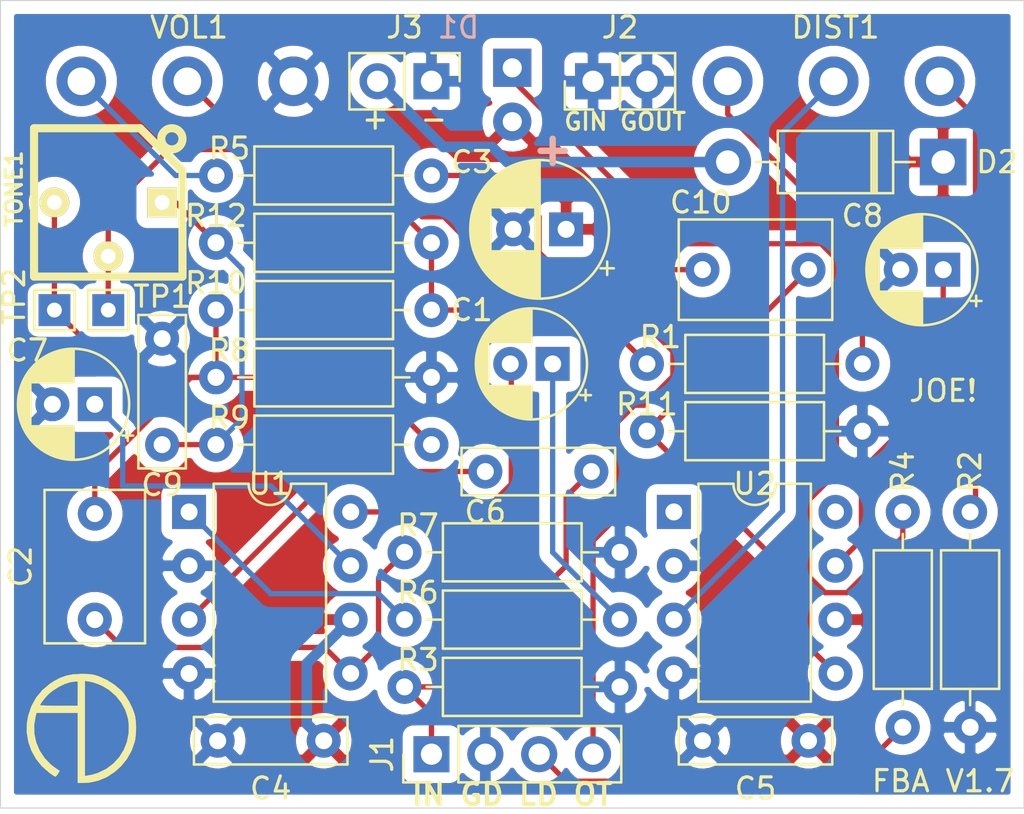
<source format=kicad_pcb>
(kicad_pcb (version 20171130) (host pcbnew 5.1.6-c6e7f7d~86~ubuntu18.04.1)

  (general
    (thickness 1.6)
    (drawings 11)
    (tracks 109)
    (zones 0)
    (modules 35)
    (nets 26)
  )

  (page A4)
  (layers
    (0 F.Cu signal hide)
    (31 B.Cu signal hide)
    (32 B.Adhes user)
    (33 F.Adhes user)
    (34 B.Paste user)
    (35 F.Paste user)
    (36 B.SilkS user)
    (37 F.SilkS user)
    (38 B.Mask user)
    (39 F.Mask user)
    (40 Dwgs.User user)
    (41 Cmts.User user)
    (42 Eco1.User user)
    (43 Eco2.User user)
    (44 Edge.Cuts user)
    (45 Margin user)
    (46 B.CrtYd user hide)
    (47 F.CrtYd user hide)
    (48 B.Fab user hide)
    (49 F.Fab user hide)
  )

  (setup
    (last_trace_width 0.5)
    (user_trace_width 0.5)
    (trace_clearance 0.3)
    (zone_clearance 0.508)
    (zone_45_only no)
    (trace_min 0.2)
    (via_size 0.8)
    (via_drill 0.4)
    (via_min_size 0.4)
    (via_min_drill 0.3)
    (uvia_size 0.3)
    (uvia_drill 0.1)
    (uvias_allowed no)
    (uvia_min_size 0.2)
    (uvia_min_drill 0.1)
    (edge_width 0.05)
    (segment_width 0.2)
    (pcb_text_width 0.3)
    (pcb_text_size 1.5 1.5)
    (mod_edge_width 0.12)
    (mod_text_size 1 1)
    (mod_text_width 0.15)
    (pad_size 1.524 1.524)
    (pad_drill 0.762)
    (pad_to_mask_clearance 0.051)
    (solder_mask_min_width 0.25)
    (aux_axis_origin 0 0)
    (grid_origin 82.55 31.75)
    (visible_elements 7FFDFFFF)
    (pcbplotparams
      (layerselection 0x010fc_ffffffff)
      (usegerberextensions false)
      (usegerberattributes false)
      (usegerberadvancedattributes false)
      (creategerberjobfile false)
      (excludeedgelayer true)
      (linewidth 0.100000)
      (plotframeref false)
      (viasonmask false)
      (mode 1)
      (useauxorigin false)
      (hpglpennumber 1)
      (hpglpenspeed 20)
      (hpglpendiameter 15.000000)
      (psnegative false)
      (psa4output false)
      (plotreference true)
      (plotvalue true)
      (plotinvisibletext false)
      (padsonsilk false)
      (subtractmaskfromsilk false)
      (outputformat 1)
      (mirror false)
      (drillshape 1)
      (scaleselection 1)
      (outputdirectory ""))
  )

  (net 0 "")
  (net 1 "Net-(C1-Pad2)")
  (net 2 "Net-(C1-Pad1)")
  (net 3 "Net-(C2-Pad2)")
  (net 4 "Net-(C2-Pad1)")
  (net 5 GND)
  (net 6 +9V)
  (net 7 "Net-(C6-Pad2)")
  (net 8 "Net-(C6-Pad1)")
  (net 9 "Net-(C7-Pad1)")
  (net 10 "Net-(C8-Pad1)")
  (net 11 "Net-(D1-Pad1)")
  (net 12 "Net-(DIST1-Pad3)")
  (net 13 "Net-(DIST1-Pad2)")
  (net 14 "Net-(DIST1-Pad1)")
  (net 15 "Net-(R5-Pad2)")
  (net 16 "Net-(U2-Pad8)")
  (net 17 "Net-(U2-Pad1)")
  (net 18 /Vout)
  (net 19 "Net-(J1-Pad3)")
  (net 20 "Net-(C9-Pad1)")
  (net 21 "Net-(C10-Pad2)")
  (net 22 "Net-(C10-Pad1)")
  (net 23 "Net-(D2-Pad2)")
  (net 24 "Net-(R1-Pad1)")
  (net 25 "Net-(R6-Pad1)")

  (net_class Default "This is the default net class."
    (clearance 0.3)
    (trace_width 0.25)
    (via_dia 0.8)
    (via_drill 0.4)
    (uvia_dia 0.3)
    (uvia_drill 0.1)
    (add_net +9V)
    (add_net /Vout)
    (add_net GND)
    (add_net "Net-(C1-Pad1)")
    (add_net "Net-(C1-Pad2)")
    (add_net "Net-(C10-Pad1)")
    (add_net "Net-(C10-Pad2)")
    (add_net "Net-(C2-Pad1)")
    (add_net "Net-(C2-Pad2)")
    (add_net "Net-(C6-Pad1)")
    (add_net "Net-(C6-Pad2)")
    (add_net "Net-(C7-Pad1)")
    (add_net "Net-(C8-Pad1)")
    (add_net "Net-(C9-Pad1)")
    (add_net "Net-(D1-Pad1)")
    (add_net "Net-(D2-Pad2)")
    (add_net "Net-(DIST1-Pad1)")
    (add_net "Net-(DIST1-Pad2)")
    (add_net "Net-(DIST1-Pad3)")
    (add_net "Net-(J1-Pad3)")
    (add_net "Net-(R1-Pad1)")
    (add_net "Net-(R5-Pad2)")
    (add_net "Net-(R6-Pad1)")
    (add_net "Net-(U2-Pad1)")
    (add_net "Net-(U2-Pad8)")
  )

  (module TestPoint:TestPoint_THTPad_1.5x1.5mm_Drill0.7mm (layer F.Cu) (tedit 5A0F774F) (tstamp 5F0B438F)
    (at 60.96 45.085)
    (descr "THT rectangular pad as test Point, square 1.5mm side length, hole diameter 0.7mm")
    (tags "test point THT pad rectangle square")
    (path /5F0DC81B)
    (attr virtual)
    (fp_text reference TP2 (at -1.905 -0.635 90) (layer F.SilkS)
      (effects (font (size 1 1) (thickness 0.15)))
    )
    (fp_text value TestPoint (at 0 1.75) (layer F.Fab)
      (effects (font (size 1 1) (thickness 0.15)))
    )
    (fp_line (start 1.25 1.25) (end -1.25 1.25) (layer F.CrtYd) (width 0.05))
    (fp_line (start 1.25 1.25) (end 1.25 -1.25) (layer F.CrtYd) (width 0.05))
    (fp_line (start -1.25 -1.25) (end -1.25 1.25) (layer F.CrtYd) (width 0.05))
    (fp_line (start -1.25 -1.25) (end 1.25 -1.25) (layer F.CrtYd) (width 0.05))
    (fp_line (start -0.95 0.95) (end -0.95 -0.95) (layer F.SilkS) (width 0.12))
    (fp_line (start 0.95 0.95) (end -0.95 0.95) (layer F.SilkS) (width 0.12))
    (fp_line (start 0.95 -0.95) (end 0.95 0.95) (layer F.SilkS) (width 0.12))
    (fp_line (start -0.95 -0.95) (end 0.95 -0.95) (layer F.SilkS) (width 0.12))
    (fp_text user %R (at 0 -1.65) (layer F.Fab)
      (effects (font (size 1 1) (thickness 0.15)))
    )
    (pad 1 thru_hole rect (at 0 0) (size 1.5 1.5) (drill 0.7) (layers *.Cu *.Mask)
      (net 3 "Net-(C2-Pad2)"))
  )

  (module TestPoint:TestPoint_THTPad_1.5x1.5mm_Drill0.7mm (layer F.Cu) (tedit 5A0F774F) (tstamp 5F0B4381)
    (at 63.5 45.085)
    (descr "THT rectangular pad as test Point, square 1.5mm side length, hole diameter 0.7mm")
    (tags "test point THT pad rectangle square")
    (path /5F0DD2A2)
    (attr virtual)
    (fp_text reference TP1 (at 2.54 -0.635) (layer F.SilkS)
      (effects (font (size 1 1) (thickness 0.15)))
    )
    (fp_text value TestPoint (at 0 1.75) (layer F.Fab)
      (effects (font (size 1 1) (thickness 0.15)))
    )
    (fp_line (start 1.25 1.25) (end -1.25 1.25) (layer F.CrtYd) (width 0.05))
    (fp_line (start 1.25 1.25) (end 1.25 -1.25) (layer F.CrtYd) (width 0.05))
    (fp_line (start -1.25 -1.25) (end -1.25 1.25) (layer F.CrtYd) (width 0.05))
    (fp_line (start -1.25 -1.25) (end 1.25 -1.25) (layer F.CrtYd) (width 0.05))
    (fp_line (start -0.95 0.95) (end -0.95 -0.95) (layer F.SilkS) (width 0.12))
    (fp_line (start 0.95 0.95) (end -0.95 0.95) (layer F.SilkS) (width 0.12))
    (fp_line (start 0.95 -0.95) (end 0.95 0.95) (layer F.SilkS) (width 0.12))
    (fp_line (start -0.95 -0.95) (end 0.95 -0.95) (layer F.SilkS) (width 0.12))
    (fp_text user %R (at 0 -1.65) (layer F.Fab)
      (effects (font (size 1 1) (thickness 0.15)))
    )
    (pad 1 thru_hole rect (at 0 0) (size 1.5 1.5) (drill 0.7) (layers *.Cu *.Mask)
      (net 24 "Net-(R1-Pad1)"))
  )

  (module FBA2:BOURNS-3362P_pot (layer F.Cu) (tedit 0) (tstamp 5F0AE160)
    (at 63.5 40.005 180)
    (path /5F074428)
    (fp_text reference TONE1 (at 4.445 0.635 90) (layer F.SilkS)
      (effects (font (size 0.762 0.762) (thickness 0.1524)))
    )
    (fp_text value B100K (at 0 0) (layer F.SilkS) hide
      (effects (font (size 0.762 0.762) (thickness 0.1524)))
    )
    (fp_line (start 3.5 -3.5) (end 3.5 3.5) (layer F.SilkS) (width 0.381))
    (fp_line (start -3.5 -3.5) (end 3.5 -3.5) (layer F.SilkS) (width 0.381))
    (fp_circle (center -3 3) (end -3 3.5) (layer F.SilkS) (width 0.381))
    (fp_line (start -3.5 1.5) (end -1.5 3.5) (layer F.SilkS) (width 0.381))
    (fp_line (start -1.5 3.5) (end 3.5 3.5) (layer F.SilkS) (width 0.381))
    (fp_line (start -3.5 1.5) (end -3.5 -3.5) (layer F.SilkS) (width 0.381))
    (pad 2 thru_hole circle (at 0 -2.54 180) (size 1.4 1.4) (drill 0.7) (layers *.Cu *.Mask F.SilkS)
      (net 24 "Net-(R1-Pad1)"))
    (pad 3 thru_hole circle (at 2.54 0 180) (size 1.4 1.4) (drill 0.7) (layers *.Cu *.Mask F.SilkS)
      (net 3 "Net-(C2-Pad2)"))
    (pad 1 thru_hole rect (at -2.54 0 180) (size 1.4 1.4) (drill 0.7) (layers *.Cu *.Mask F.SilkS)
      (net 20 "Net-(C9-Pad1)"))
  )

  (module FBA2:logo (layer F.Cu) (tedit 0) (tstamp 5F0AA712)
    (at 62.23 64.77)
    (fp_text reference G*** (at 0 0) (layer F.SilkS) hide
      (effects (font (size 1.524 1.524) (thickness 0.3)))
    )
    (fp_text value LOGO (at 0.75 0) (layer F.SilkS) hide
      (effects (font (size 1.524 1.524) (thickness 0.3)))
    )
    (fp_poly (pts (xy 0.042333 -2.515588) (xy 0.271597 -2.511417) (xy 0.443603 -2.499715) (xy 0.58569 -2.476359)
      (xy 0.725197 -2.437225) (xy 0.846666 -2.394263) (xy 1.216189 -2.224495) (xy 1.564001 -2.003386)
      (xy 1.863264 -1.748822) (xy 1.945518 -1.661954) (xy 2.105552 -1.452486) (xy 2.260953 -1.196615)
      (xy 2.396607 -0.923634) (xy 2.497401 -0.662836) (xy 2.536502 -0.5165) (xy 2.56933 -0.270132)
      (xy 2.580481 0.016464) (xy 2.570568 0.308726) (xy 2.540203 0.572092) (xy 2.515119 0.691665)
      (xy 2.366765 1.108944) (xy 2.151998 1.490481) (xy 1.87988 1.828969) (xy 1.559471 2.1171)
      (xy 1.199834 2.347567) (xy 0.810029 2.513064) (xy 0.399117 2.606283) (xy 0.118105 2.624666)
      (xy -0.169334 2.624666) (xy -0.169334 2.295613) (xy 0.169333 2.295613) (xy 0.368753 2.265708)
      (xy 0.531268 2.231564) (xy 0.712904 2.179599) (xy 0.787676 2.153676) (xy 1.171523 1.967067)
      (xy 1.504851 1.718236) (xy 1.782667 1.416347) (xy 1.999974 1.070566) (xy 2.151777 0.690056)
      (xy 2.233081 0.283984) (xy 2.238891 -0.138486) (xy 2.196884 -0.431833) (xy 2.077423 -0.805801)
      (xy 1.884735 -1.159549) (xy 1.630048 -1.478865) (xy 1.324591 -1.749534) (xy 0.99942 -1.947778)
      (xy 0.809526 -2.030935) (xy 0.612825 -2.10131) (xy 0.445339 -2.146356) (xy 0.41275 -2.152116)
      (xy 0.169333 -2.188516) (xy 0.169333 2.295613) (xy -0.169334 2.295613) (xy -0.169334 -0.677334)
      (xy -2.113404 -0.677334) (xy -2.155947 -0.518584) (xy -2.224937 -0.103608) (xy -2.213907 0.31065)
      (xy -2.126916 0.713522) (xy -1.968025 1.094346) (xy -1.741293 1.442455) (xy -1.450781 1.747185)
      (xy -1.228468 1.917756) (xy -1.019843 2.058252) (xy -1.101966 2.193292) (xy -1.164789 2.281292)
      (xy -1.215368 2.326663) (xy -1.222388 2.328333) (xy -1.273041 2.304813) (xy -1.370895 2.242818)
      (xy -1.495814 2.155197) (xy -1.509908 2.144867) (xy -1.856473 1.840149) (xy -2.139462 1.487787)
      (xy -2.355316 1.097496) (xy -2.500478 0.678995) (xy -2.57139 0.242002) (xy -2.564494 -0.203767)
      (xy -2.500437 -0.56067) (xy -2.346912 -1.007999) (xy -2.329083 -1.040123) (xy -1.947334 -1.040123)
      (xy -1.907063 -1.032959) (xy -1.794493 -1.026641) (xy -1.621994 -1.021505) (xy -1.401932 -1.017886)
      (xy -1.146675 -1.01612) (xy -1.058334 -1.016) (xy -0.169334 -1.016) (xy -0.169334 -2.159)
      (xy -0.291875 -2.159) (xy -0.525499 -2.127601) (xy -0.791276 -2.039895) (xy -1.068384 -1.905624)
      (xy -1.336002 -1.734528) (xy -1.523711 -1.582726) (xy -1.62463 -1.481527) (xy -1.732937 -1.357532)
      (xy -1.83302 -1.230736) (xy -1.90927 -1.121134) (xy -1.946077 -1.04872) (xy -1.947334 -1.040123)
      (xy -2.329083 -1.040123) (xy -2.127352 -1.403581) (xy -1.839395 -1.750584) (xy -1.480679 -2.052176)
      (xy -1.299543 -2.171475) (xy -1.003243 -2.329969) (xy -0.708253 -2.435846) (xy -0.38935 -2.495574)
      (xy -0.021311 -2.51562) (xy 0.042333 -2.515588)) (layer F.SilkS) (width 0.01))
  )

  (module Connector_PinHeader_2.54mm:PinHeader_1x02_P2.54mm_Vertical (layer F.Cu) (tedit 59FED5CC) (tstamp 5E86E5DD)
    (at 78.74 34.29 270)
    (descr "Through hole straight pin header, 1x02, 2.54mm pitch, single row")
    (tags "Through hole pin header THT 1x02 2.54mm single row")
    (path /5E885436)
    (fp_text reference J3 (at -2.54 1.27 180) (layer F.SilkS)
      (effects (font (size 1 1) (thickness 0.15)))
    )
    (fp_text value Pwr (at 0 4.87 90) (layer F.Fab)
      (effects (font (size 1 1) (thickness 0.15)))
    )
    (fp_line (start 1.8 -1.8) (end -1.8 -1.8) (layer F.CrtYd) (width 0.05))
    (fp_line (start 1.8 4.35) (end 1.8 -1.8) (layer F.CrtYd) (width 0.05))
    (fp_line (start -1.8 4.35) (end 1.8 4.35) (layer F.CrtYd) (width 0.05))
    (fp_line (start -1.8 -1.8) (end -1.8 4.35) (layer F.CrtYd) (width 0.05))
    (fp_line (start -1.33 -1.33) (end 0 -1.33) (layer F.SilkS) (width 0.12))
    (fp_line (start -1.33 0) (end -1.33 -1.33) (layer F.SilkS) (width 0.12))
    (fp_line (start -1.33 1.27) (end 1.33 1.27) (layer F.SilkS) (width 0.12))
    (fp_line (start 1.33 1.27) (end 1.33 3.87) (layer F.SilkS) (width 0.12))
    (fp_line (start -1.33 1.27) (end -1.33 3.87) (layer F.SilkS) (width 0.12))
    (fp_line (start -1.33 3.87) (end 1.33 3.87) (layer F.SilkS) (width 0.12))
    (fp_line (start -1.27 -0.635) (end -0.635 -1.27) (layer F.Fab) (width 0.1))
    (fp_line (start -1.27 3.81) (end -1.27 -0.635) (layer F.Fab) (width 0.1))
    (fp_line (start 1.27 3.81) (end -1.27 3.81) (layer F.Fab) (width 0.1))
    (fp_line (start 1.27 -1.27) (end 1.27 3.81) (layer F.Fab) (width 0.1))
    (fp_line (start -0.635 -1.27) (end 1.27 -1.27) (layer F.Fab) (width 0.1))
    (fp_text user %R (at 0 1.27) (layer F.Fab)
      (effects (font (size 1 1) (thickness 0.15)))
    )
    (pad 2 thru_hole oval (at 0 2.54 270) (size 1.7 1.7) (drill 1) (layers *.Cu *.Mask)
      (net 23 "Net-(D2-Pad2)"))
    (pad 1 thru_hole rect (at 0 0 270) (size 1.7 1.7) (drill 1) (layers *.Cu *.Mask)
      (net 5 GND))
    (model ${KISYS3DMOD}/Connector_PinHeader_2.54mm.3dshapes/PinHeader_1x02_P2.54mm_Vertical.wrl
      (at (xyz 0 0 0))
      (scale (xyz 1 1 1))
      (rotate (xyz 0 0 0))
    )
  )

  (module Connector_PinHeader_2.54mm:PinHeader_1x02_P2.54mm_Vertical (layer F.Cu) (tedit 59FED5CC) (tstamp 5E86E5AB)
    (at 86.36 34.29 90)
    (descr "Through hole straight pin header, 1x02, 2.54mm pitch, single row")
    (tags "Through hole pin header THT 1x02 2.54mm single row")
    (path /5E87DE72)
    (fp_text reference J2 (at 2.54 1.27 180) (layer F.SilkS)
      (effects (font (size 1 1) (thickness 0.15)))
    )
    (fp_text value JackGnd (at 0 4.87 90) (layer F.Fab)
      (effects (font (size 1 1) (thickness 0.15)))
    )
    (fp_line (start 1.8 -1.8) (end -1.8 -1.8) (layer F.CrtYd) (width 0.05))
    (fp_line (start 1.8 4.35) (end 1.8 -1.8) (layer F.CrtYd) (width 0.05))
    (fp_line (start -1.8 4.35) (end 1.8 4.35) (layer F.CrtYd) (width 0.05))
    (fp_line (start -1.8 -1.8) (end -1.8 4.35) (layer F.CrtYd) (width 0.05))
    (fp_line (start -1.33 -1.33) (end 0 -1.33) (layer F.SilkS) (width 0.12))
    (fp_line (start -1.33 0) (end -1.33 -1.33) (layer F.SilkS) (width 0.12))
    (fp_line (start -1.33 1.27) (end 1.33 1.27) (layer F.SilkS) (width 0.12))
    (fp_line (start 1.33 1.27) (end 1.33 3.87) (layer F.SilkS) (width 0.12))
    (fp_line (start -1.33 1.27) (end -1.33 3.87) (layer F.SilkS) (width 0.12))
    (fp_line (start -1.33 3.87) (end 1.33 3.87) (layer F.SilkS) (width 0.12))
    (fp_line (start -1.27 -0.635) (end -0.635 -1.27) (layer F.Fab) (width 0.1))
    (fp_line (start -1.27 3.81) (end -1.27 -0.635) (layer F.Fab) (width 0.1))
    (fp_line (start 1.27 3.81) (end -1.27 3.81) (layer F.Fab) (width 0.1))
    (fp_line (start 1.27 -1.27) (end 1.27 3.81) (layer F.Fab) (width 0.1))
    (fp_line (start -0.635 -1.27) (end 1.27 -1.27) (layer F.Fab) (width 0.1))
    (fp_text user %R (at 0 1.27) (layer F.Fab)
      (effects (font (size 1 1) (thickness 0.15)))
    )
    (pad 2 thru_hole oval (at 0 2.54 90) (size 1.7 1.7) (drill 1) (layers *.Cu *.Mask)
      (net 5 GND))
    (pad 1 thru_hole rect (at 0 0 90) (size 1.7 1.7) (drill 1) (layers *.Cu *.Mask)
      (net 5 GND))
    (model ${KISYS3DMOD}/Connector_PinHeader_2.54mm.3dshapes/PinHeader_1x02_P2.54mm_Vertical.wrl
      (at (xyz 0 0 0))
      (scale (xyz 1 1 1))
      (rotate (xyz 0 0 0))
    )
  )

  (module Connector_PinHeader_2.54mm:PinHeader_1x04_P2.54mm_Vertical (layer F.Cu) (tedit 59FED5CC) (tstamp 5E86E579)
    (at 78.74 66.04 90)
    (descr "Through hole straight pin header, 1x04, 2.54mm pitch, single row")
    (tags "Through hole pin header THT 1x04 2.54mm single row")
    (path /5E887FC7)
    (fp_text reference J1 (at 0 -2.33 90) (layer F.SilkS)
      (effects (font (size 1 1) (thickness 0.15)))
    )
    (fp_text value Switch (at 0 9.95 90) (layer F.Fab)
      (effects (font (size 1 1) (thickness 0.15)))
    )
    (fp_line (start 1.8 -1.8) (end -1.8 -1.8) (layer F.CrtYd) (width 0.05))
    (fp_line (start 1.8 9.4) (end 1.8 -1.8) (layer F.CrtYd) (width 0.05))
    (fp_line (start -1.8 9.4) (end 1.8 9.4) (layer F.CrtYd) (width 0.05))
    (fp_line (start -1.8 -1.8) (end -1.8 9.4) (layer F.CrtYd) (width 0.05))
    (fp_line (start -1.33 -1.33) (end 0 -1.33) (layer F.SilkS) (width 0.12))
    (fp_line (start -1.33 0) (end -1.33 -1.33) (layer F.SilkS) (width 0.12))
    (fp_line (start -1.33 1.27) (end 1.33 1.27) (layer F.SilkS) (width 0.12))
    (fp_line (start 1.33 1.27) (end 1.33 8.95) (layer F.SilkS) (width 0.12))
    (fp_line (start -1.33 1.27) (end -1.33 8.95) (layer F.SilkS) (width 0.12))
    (fp_line (start -1.33 8.95) (end 1.33 8.95) (layer F.SilkS) (width 0.12))
    (fp_line (start -1.27 -0.635) (end -0.635 -1.27) (layer F.Fab) (width 0.1))
    (fp_line (start -1.27 8.89) (end -1.27 -0.635) (layer F.Fab) (width 0.1))
    (fp_line (start 1.27 8.89) (end -1.27 8.89) (layer F.Fab) (width 0.1))
    (fp_line (start 1.27 -1.27) (end 1.27 8.89) (layer F.Fab) (width 0.1))
    (fp_line (start -0.635 -1.27) (end 1.27 -1.27) (layer F.Fab) (width 0.1))
    (fp_text user %R (at 0 3.81) (layer F.Fab)
      (effects (font (size 1 1) (thickness 0.15)))
    )
    (pad 4 thru_hole oval (at 0 7.62 90) (size 1.7 1.7) (drill 1) (layers *.Cu *.Mask)
      (net 18 /Vout))
    (pad 3 thru_hole oval (at 0 5.08 90) (size 1.7 1.7) (drill 1) (layers *.Cu *.Mask)
      (net 19 "Net-(J1-Pad3)"))
    (pad 2 thru_hole oval (at 0 2.54 90) (size 1.7 1.7) (drill 1) (layers *.Cu *.Mask)
      (net 5 GND))
    (pad 1 thru_hole rect (at 0 0 90) (size 1.7 1.7) (drill 1) (layers *.Cu *.Mask)
      (net 7 "Net-(C6-Pad2)"))
    (model ${KISYS3DMOD}/Connector_PinHeader_2.54mm.3dshapes/PinHeader_1x04_P2.54mm_Vertical.wrl
      (at (xyz 0 0 0))
      (scale (xyz 1 1 1))
      (rotate (xyz 0 0 0))
    )
  )

  (module Capacitor_THT:C_Rect_L7.0mm_W2.0mm_P5.00mm (layer F.Cu) (tedit 5AE50EF0) (tstamp 5E8513F6)
    (at 81.28 52.705)
    (descr "C, Rect series, Radial, pin pitch=5.00mm, , length*width=7*2mm^2, Capacitor")
    (tags "C Rect series Radial pin pitch 5.00mm  length 7mm width 2mm Capacitor")
    (path /5E8489F5)
    (fp_text reference C6 (at 0 1.905) (layer F.SilkS)
      (effects (font (size 1 1) (thickness 0.15)))
    )
    (fp_text value 47n (at 2.5 2.25) (layer F.Fab)
      (effects (font (size 1 1) (thickness 0.15)))
    )
    (fp_line (start 6.25 -1.25) (end -1.25 -1.25) (layer F.CrtYd) (width 0.05))
    (fp_line (start 6.25 1.25) (end 6.25 -1.25) (layer F.CrtYd) (width 0.05))
    (fp_line (start -1.25 1.25) (end 6.25 1.25) (layer F.CrtYd) (width 0.05))
    (fp_line (start -1.25 -1.25) (end -1.25 1.25) (layer F.CrtYd) (width 0.05))
    (fp_line (start 6.12 -1.12) (end 6.12 1.12) (layer F.SilkS) (width 0.12))
    (fp_line (start -1.12 -1.12) (end -1.12 1.12) (layer F.SilkS) (width 0.12))
    (fp_line (start -1.12 1.12) (end 6.12 1.12) (layer F.SilkS) (width 0.12))
    (fp_line (start -1.12 -1.12) (end 6.12 -1.12) (layer F.SilkS) (width 0.12))
    (fp_line (start 6 -1) (end -1 -1) (layer F.Fab) (width 0.1))
    (fp_line (start 6 1) (end 6 -1) (layer F.Fab) (width 0.1))
    (fp_line (start -1 1) (end 6 1) (layer F.Fab) (width 0.1))
    (fp_line (start -1 -1) (end -1 1) (layer F.Fab) (width 0.1))
    (fp_text user %R (at 2.54 0) (layer F.Fab)
      (effects (font (size 1 1) (thickness 0.15)))
    )
    (pad 2 thru_hole circle (at 5 0) (size 1.6 1.6) (drill 0.8) (layers *.Cu *.Mask)
      (net 7 "Net-(C6-Pad2)"))
    (pad 1 thru_hole circle (at 0 0) (size 1.6 1.6) (drill 0.8) (layers *.Cu *.Mask)
      (net 8 "Net-(C6-Pad1)"))
    (model ${KISYS3DMOD}/Capacitor_THT.3dshapes/C_Rect_L7.0mm_W2.0mm_P5.00mm.wrl
      (at (xyz 0 0 0))
      (scale (xyz 1 1 1))
      (rotate (xyz 0 0 0))
    )
  )

  (module Capacitor_THT:C_Rect_L7.0mm_W2.0mm_P5.00mm (layer F.Cu) (tedit 5AE50EF0) (tstamp 5E85134D)
    (at 96.52 65.405 180)
    (descr "C, Rect series, Radial, pin pitch=5.00mm, , length*width=7*2mm^2, Capacitor")
    (tags "C Rect series Radial pin pitch 5.00mm  length 7mm width 2mm Capacitor")
    (path /5E778FF0)
    (fp_text reference C5 (at 2.5 -2.25) (layer F.SilkS)
      (effects (font (size 1 1) (thickness 0.15)))
    )
    (fp_text value 100n (at 2.5 2.25) (layer F.Fab)
      (effects (font (size 1 1) (thickness 0.15)))
    )
    (fp_line (start 6.25 -1.25) (end -1.25 -1.25) (layer F.CrtYd) (width 0.05))
    (fp_line (start 6.25 1.25) (end 6.25 -1.25) (layer F.CrtYd) (width 0.05))
    (fp_line (start -1.25 1.25) (end 6.25 1.25) (layer F.CrtYd) (width 0.05))
    (fp_line (start -1.25 -1.25) (end -1.25 1.25) (layer F.CrtYd) (width 0.05))
    (fp_line (start 6.12 -1.12) (end 6.12 1.12) (layer F.SilkS) (width 0.12))
    (fp_line (start -1.12 -1.12) (end -1.12 1.12) (layer F.SilkS) (width 0.12))
    (fp_line (start -1.12 1.12) (end 6.12 1.12) (layer F.SilkS) (width 0.12))
    (fp_line (start -1.12 -1.12) (end 6.12 -1.12) (layer F.SilkS) (width 0.12))
    (fp_line (start 6 -1) (end -1 -1) (layer F.Fab) (width 0.1))
    (fp_line (start 6 1) (end 6 -1) (layer F.Fab) (width 0.1))
    (fp_line (start -1 1) (end 6 1) (layer F.Fab) (width 0.1))
    (fp_line (start -1 -1) (end -1 1) (layer F.Fab) (width 0.1))
    (fp_text user %R (at 2.5 0) (layer F.Fab)
      (effects (font (size 1 1) (thickness 0.15)))
    )
    (pad 2 thru_hole circle (at 5 0 180) (size 1.6 1.6) (drill 0.8) (layers *.Cu *.Mask)
      (net 5 GND))
    (pad 1 thru_hole circle (at 0 0 180) (size 1.6 1.6) (drill 0.8) (layers *.Cu *.Mask)
      (net 6 +9V))
    (model ${KISYS3DMOD}/Capacitor_THT.3dshapes/C_Rect_L7.0mm_W2.0mm_P5.00mm.wrl
      (at (xyz 0 0 0))
      (scale (xyz 1 1 1))
      (rotate (xyz 0 0 0))
    )
  )

  (module Capacitor_THT:C_Rect_L7.0mm_W2.0mm_P5.00mm (layer F.Cu) (tedit 5AE50EF0) (tstamp 5E8512A4)
    (at 73.66 65.405 180)
    (descr "C, Rect series, Radial, pin pitch=5.00mm, , length*width=7*2mm^2, Capacitor")
    (tags "C Rect series Radial pin pitch 5.00mm  length 7mm width 2mm Capacitor")
    (path /5E774AAB)
    (fp_text reference C4 (at 2.5 -2.25) (layer F.SilkS)
      (effects (font (size 1 1) (thickness 0.15)))
    )
    (fp_text value 100n (at 2.5 2.25) (layer F.Fab)
      (effects (font (size 1 1) (thickness 0.15)))
    )
    (fp_line (start 6.25 -1.25) (end -1.25 -1.25) (layer F.CrtYd) (width 0.05))
    (fp_line (start 6.25 1.25) (end 6.25 -1.25) (layer F.CrtYd) (width 0.05))
    (fp_line (start -1.25 1.25) (end 6.25 1.25) (layer F.CrtYd) (width 0.05))
    (fp_line (start -1.25 -1.25) (end -1.25 1.25) (layer F.CrtYd) (width 0.05))
    (fp_line (start 6.12 -1.12) (end 6.12 1.12) (layer F.SilkS) (width 0.12))
    (fp_line (start -1.12 -1.12) (end -1.12 1.12) (layer F.SilkS) (width 0.12))
    (fp_line (start -1.12 1.12) (end 6.12 1.12) (layer F.SilkS) (width 0.12))
    (fp_line (start -1.12 -1.12) (end 6.12 -1.12) (layer F.SilkS) (width 0.12))
    (fp_line (start 6 -1) (end -1 -1) (layer F.Fab) (width 0.1))
    (fp_line (start 6 1) (end 6 -1) (layer F.Fab) (width 0.1))
    (fp_line (start -1 1) (end 6 1) (layer F.Fab) (width 0.1))
    (fp_line (start -1 -1) (end -1 1) (layer F.Fab) (width 0.1))
    (fp_text user %R (at 2.54 0) (layer F.Fab)
      (effects (font (size 1 1) (thickness 0.15)))
    )
    (pad 2 thru_hole circle (at 5 0 180) (size 1.6 1.6) (drill 0.8) (layers *.Cu *.Mask)
      (net 5 GND))
    (pad 1 thru_hole circle (at 0 0 180) (size 1.6 1.6) (drill 0.8) (layers *.Cu *.Mask)
      (net 6 +9V))
    (model ${KISYS3DMOD}/Capacitor_THT.3dshapes/C_Rect_L7.0mm_W2.0mm_P5.00mm.wrl
      (at (xyz 0 0 0))
      (scale (xyz 1 1 1))
      (rotate (xyz 0 0 0))
    )
  )

  (module Capacitor_THT:CP_Radial_D6.3mm_P2.50mm (layer F.Cu) (tedit 5AE50EF0) (tstamp 5E86DE35)
    (at 85.09 41.275 180)
    (descr "CP, Radial series, Radial, pin pitch=2.50mm, , diameter=6.3mm, Electrolytic Capacitor")
    (tags "CP Radial series Radial pin pitch 2.50mm  diameter 6.3mm Electrolytic Capacitor")
    (path /5E89104D)
    (fp_text reference C3 (at 4.445 3.175) (layer F.SilkS)
      (effects (font (size 1 1) (thickness 0.15)))
    )
    (fp_text value 100u (at 1.25 4.4) (layer F.Fab)
      (effects (font (size 1 1) (thickness 0.15)))
    )
    (fp_line (start -1.935241 -2.154) (end -1.935241 -1.524) (layer F.SilkS) (width 0.12))
    (fp_line (start -2.250241 -1.839) (end -1.620241 -1.839) (layer F.SilkS) (width 0.12))
    (fp_line (start 4.491 -0.402) (end 4.491 0.402) (layer F.SilkS) (width 0.12))
    (fp_line (start 4.451 -0.633) (end 4.451 0.633) (layer F.SilkS) (width 0.12))
    (fp_line (start 4.411 -0.802) (end 4.411 0.802) (layer F.SilkS) (width 0.12))
    (fp_line (start 4.371 -0.94) (end 4.371 0.94) (layer F.SilkS) (width 0.12))
    (fp_line (start 4.331 -1.059) (end 4.331 1.059) (layer F.SilkS) (width 0.12))
    (fp_line (start 4.291 -1.165) (end 4.291 1.165) (layer F.SilkS) (width 0.12))
    (fp_line (start 4.251 -1.262) (end 4.251 1.262) (layer F.SilkS) (width 0.12))
    (fp_line (start 4.211 -1.35) (end 4.211 1.35) (layer F.SilkS) (width 0.12))
    (fp_line (start 4.171 -1.432) (end 4.171 1.432) (layer F.SilkS) (width 0.12))
    (fp_line (start 4.131 -1.509) (end 4.131 1.509) (layer F.SilkS) (width 0.12))
    (fp_line (start 4.091 -1.581) (end 4.091 1.581) (layer F.SilkS) (width 0.12))
    (fp_line (start 4.051 -1.65) (end 4.051 1.65) (layer F.SilkS) (width 0.12))
    (fp_line (start 4.011 -1.714) (end 4.011 1.714) (layer F.SilkS) (width 0.12))
    (fp_line (start 3.971 -1.776) (end 3.971 1.776) (layer F.SilkS) (width 0.12))
    (fp_line (start 3.931 -1.834) (end 3.931 1.834) (layer F.SilkS) (width 0.12))
    (fp_line (start 3.891 -1.89) (end 3.891 1.89) (layer F.SilkS) (width 0.12))
    (fp_line (start 3.851 -1.944) (end 3.851 1.944) (layer F.SilkS) (width 0.12))
    (fp_line (start 3.811 -1.995) (end 3.811 1.995) (layer F.SilkS) (width 0.12))
    (fp_line (start 3.771 -2.044) (end 3.771 2.044) (layer F.SilkS) (width 0.12))
    (fp_line (start 3.731 -2.092) (end 3.731 2.092) (layer F.SilkS) (width 0.12))
    (fp_line (start 3.691 -2.137) (end 3.691 2.137) (layer F.SilkS) (width 0.12))
    (fp_line (start 3.651 -2.182) (end 3.651 2.182) (layer F.SilkS) (width 0.12))
    (fp_line (start 3.611 -2.224) (end 3.611 2.224) (layer F.SilkS) (width 0.12))
    (fp_line (start 3.571 -2.265) (end 3.571 2.265) (layer F.SilkS) (width 0.12))
    (fp_line (start 3.531 1.04) (end 3.531 2.305) (layer F.SilkS) (width 0.12))
    (fp_line (start 3.531 -2.305) (end 3.531 -1.04) (layer F.SilkS) (width 0.12))
    (fp_line (start 3.491 1.04) (end 3.491 2.343) (layer F.SilkS) (width 0.12))
    (fp_line (start 3.491 -2.343) (end 3.491 -1.04) (layer F.SilkS) (width 0.12))
    (fp_line (start 3.451 1.04) (end 3.451 2.38) (layer F.SilkS) (width 0.12))
    (fp_line (start 3.451 -2.38) (end 3.451 -1.04) (layer F.SilkS) (width 0.12))
    (fp_line (start 3.411 1.04) (end 3.411 2.416) (layer F.SilkS) (width 0.12))
    (fp_line (start 3.411 -2.416) (end 3.411 -1.04) (layer F.SilkS) (width 0.12))
    (fp_line (start 3.371 1.04) (end 3.371 2.45) (layer F.SilkS) (width 0.12))
    (fp_line (start 3.371 -2.45) (end 3.371 -1.04) (layer F.SilkS) (width 0.12))
    (fp_line (start 3.331 1.04) (end 3.331 2.484) (layer F.SilkS) (width 0.12))
    (fp_line (start 3.331 -2.484) (end 3.331 -1.04) (layer F.SilkS) (width 0.12))
    (fp_line (start 3.291 1.04) (end 3.291 2.516) (layer F.SilkS) (width 0.12))
    (fp_line (start 3.291 -2.516) (end 3.291 -1.04) (layer F.SilkS) (width 0.12))
    (fp_line (start 3.251 1.04) (end 3.251 2.548) (layer F.SilkS) (width 0.12))
    (fp_line (start 3.251 -2.548) (end 3.251 -1.04) (layer F.SilkS) (width 0.12))
    (fp_line (start 3.211 1.04) (end 3.211 2.578) (layer F.SilkS) (width 0.12))
    (fp_line (start 3.211 -2.578) (end 3.211 -1.04) (layer F.SilkS) (width 0.12))
    (fp_line (start 3.171 1.04) (end 3.171 2.607) (layer F.SilkS) (width 0.12))
    (fp_line (start 3.171 -2.607) (end 3.171 -1.04) (layer F.SilkS) (width 0.12))
    (fp_line (start 3.131 1.04) (end 3.131 2.636) (layer F.SilkS) (width 0.12))
    (fp_line (start 3.131 -2.636) (end 3.131 -1.04) (layer F.SilkS) (width 0.12))
    (fp_line (start 3.091 1.04) (end 3.091 2.664) (layer F.SilkS) (width 0.12))
    (fp_line (start 3.091 -2.664) (end 3.091 -1.04) (layer F.SilkS) (width 0.12))
    (fp_line (start 3.051 1.04) (end 3.051 2.69) (layer F.SilkS) (width 0.12))
    (fp_line (start 3.051 -2.69) (end 3.051 -1.04) (layer F.SilkS) (width 0.12))
    (fp_line (start 3.011 1.04) (end 3.011 2.716) (layer F.SilkS) (width 0.12))
    (fp_line (start 3.011 -2.716) (end 3.011 -1.04) (layer F.SilkS) (width 0.12))
    (fp_line (start 2.971 1.04) (end 2.971 2.742) (layer F.SilkS) (width 0.12))
    (fp_line (start 2.971 -2.742) (end 2.971 -1.04) (layer F.SilkS) (width 0.12))
    (fp_line (start 2.931 1.04) (end 2.931 2.766) (layer F.SilkS) (width 0.12))
    (fp_line (start 2.931 -2.766) (end 2.931 -1.04) (layer F.SilkS) (width 0.12))
    (fp_line (start 2.891 1.04) (end 2.891 2.79) (layer F.SilkS) (width 0.12))
    (fp_line (start 2.891 -2.79) (end 2.891 -1.04) (layer F.SilkS) (width 0.12))
    (fp_line (start 2.851 1.04) (end 2.851 2.812) (layer F.SilkS) (width 0.12))
    (fp_line (start 2.851 -2.812) (end 2.851 -1.04) (layer F.SilkS) (width 0.12))
    (fp_line (start 2.811 1.04) (end 2.811 2.834) (layer F.SilkS) (width 0.12))
    (fp_line (start 2.811 -2.834) (end 2.811 -1.04) (layer F.SilkS) (width 0.12))
    (fp_line (start 2.771 1.04) (end 2.771 2.856) (layer F.SilkS) (width 0.12))
    (fp_line (start 2.771 -2.856) (end 2.771 -1.04) (layer F.SilkS) (width 0.12))
    (fp_line (start 2.731 1.04) (end 2.731 2.876) (layer F.SilkS) (width 0.12))
    (fp_line (start 2.731 -2.876) (end 2.731 -1.04) (layer F.SilkS) (width 0.12))
    (fp_line (start 2.691 1.04) (end 2.691 2.896) (layer F.SilkS) (width 0.12))
    (fp_line (start 2.691 -2.896) (end 2.691 -1.04) (layer F.SilkS) (width 0.12))
    (fp_line (start 2.651 1.04) (end 2.651 2.916) (layer F.SilkS) (width 0.12))
    (fp_line (start 2.651 -2.916) (end 2.651 -1.04) (layer F.SilkS) (width 0.12))
    (fp_line (start 2.611 1.04) (end 2.611 2.934) (layer F.SilkS) (width 0.12))
    (fp_line (start 2.611 -2.934) (end 2.611 -1.04) (layer F.SilkS) (width 0.12))
    (fp_line (start 2.571 1.04) (end 2.571 2.952) (layer F.SilkS) (width 0.12))
    (fp_line (start 2.571 -2.952) (end 2.571 -1.04) (layer F.SilkS) (width 0.12))
    (fp_line (start 2.531 1.04) (end 2.531 2.97) (layer F.SilkS) (width 0.12))
    (fp_line (start 2.531 -2.97) (end 2.531 -1.04) (layer F.SilkS) (width 0.12))
    (fp_line (start 2.491 1.04) (end 2.491 2.986) (layer F.SilkS) (width 0.12))
    (fp_line (start 2.491 -2.986) (end 2.491 -1.04) (layer F.SilkS) (width 0.12))
    (fp_line (start 2.451 1.04) (end 2.451 3.002) (layer F.SilkS) (width 0.12))
    (fp_line (start 2.451 -3.002) (end 2.451 -1.04) (layer F.SilkS) (width 0.12))
    (fp_line (start 2.411 1.04) (end 2.411 3.018) (layer F.SilkS) (width 0.12))
    (fp_line (start 2.411 -3.018) (end 2.411 -1.04) (layer F.SilkS) (width 0.12))
    (fp_line (start 2.371 1.04) (end 2.371 3.033) (layer F.SilkS) (width 0.12))
    (fp_line (start 2.371 -3.033) (end 2.371 -1.04) (layer F.SilkS) (width 0.12))
    (fp_line (start 2.331 1.04) (end 2.331 3.047) (layer F.SilkS) (width 0.12))
    (fp_line (start 2.331 -3.047) (end 2.331 -1.04) (layer F.SilkS) (width 0.12))
    (fp_line (start 2.291 1.04) (end 2.291 3.061) (layer F.SilkS) (width 0.12))
    (fp_line (start 2.291 -3.061) (end 2.291 -1.04) (layer F.SilkS) (width 0.12))
    (fp_line (start 2.251 1.04) (end 2.251 3.074) (layer F.SilkS) (width 0.12))
    (fp_line (start 2.251 -3.074) (end 2.251 -1.04) (layer F.SilkS) (width 0.12))
    (fp_line (start 2.211 1.04) (end 2.211 3.086) (layer F.SilkS) (width 0.12))
    (fp_line (start 2.211 -3.086) (end 2.211 -1.04) (layer F.SilkS) (width 0.12))
    (fp_line (start 2.171 1.04) (end 2.171 3.098) (layer F.SilkS) (width 0.12))
    (fp_line (start 2.171 -3.098) (end 2.171 -1.04) (layer F.SilkS) (width 0.12))
    (fp_line (start 2.131 1.04) (end 2.131 3.11) (layer F.SilkS) (width 0.12))
    (fp_line (start 2.131 -3.11) (end 2.131 -1.04) (layer F.SilkS) (width 0.12))
    (fp_line (start 2.091 1.04) (end 2.091 3.121) (layer F.SilkS) (width 0.12))
    (fp_line (start 2.091 -3.121) (end 2.091 -1.04) (layer F.SilkS) (width 0.12))
    (fp_line (start 2.051 1.04) (end 2.051 3.131) (layer F.SilkS) (width 0.12))
    (fp_line (start 2.051 -3.131) (end 2.051 -1.04) (layer F.SilkS) (width 0.12))
    (fp_line (start 2.011 1.04) (end 2.011 3.141) (layer F.SilkS) (width 0.12))
    (fp_line (start 2.011 -3.141) (end 2.011 -1.04) (layer F.SilkS) (width 0.12))
    (fp_line (start 1.971 1.04) (end 1.971 3.15) (layer F.SilkS) (width 0.12))
    (fp_line (start 1.971 -3.15) (end 1.971 -1.04) (layer F.SilkS) (width 0.12))
    (fp_line (start 1.93 1.04) (end 1.93 3.159) (layer F.SilkS) (width 0.12))
    (fp_line (start 1.93 -3.159) (end 1.93 -1.04) (layer F.SilkS) (width 0.12))
    (fp_line (start 1.89 1.04) (end 1.89 3.167) (layer F.SilkS) (width 0.12))
    (fp_line (start 1.89 -3.167) (end 1.89 -1.04) (layer F.SilkS) (width 0.12))
    (fp_line (start 1.85 1.04) (end 1.85 3.175) (layer F.SilkS) (width 0.12))
    (fp_line (start 1.85 -3.175) (end 1.85 -1.04) (layer F.SilkS) (width 0.12))
    (fp_line (start 1.81 1.04) (end 1.81 3.182) (layer F.SilkS) (width 0.12))
    (fp_line (start 1.81 -3.182) (end 1.81 -1.04) (layer F.SilkS) (width 0.12))
    (fp_line (start 1.77 1.04) (end 1.77 3.189) (layer F.SilkS) (width 0.12))
    (fp_line (start 1.77 -3.189) (end 1.77 -1.04) (layer F.SilkS) (width 0.12))
    (fp_line (start 1.73 1.04) (end 1.73 3.195) (layer F.SilkS) (width 0.12))
    (fp_line (start 1.73 -3.195) (end 1.73 -1.04) (layer F.SilkS) (width 0.12))
    (fp_line (start 1.69 1.04) (end 1.69 3.201) (layer F.SilkS) (width 0.12))
    (fp_line (start 1.69 -3.201) (end 1.69 -1.04) (layer F.SilkS) (width 0.12))
    (fp_line (start 1.65 1.04) (end 1.65 3.206) (layer F.SilkS) (width 0.12))
    (fp_line (start 1.65 -3.206) (end 1.65 -1.04) (layer F.SilkS) (width 0.12))
    (fp_line (start 1.61 1.04) (end 1.61 3.211) (layer F.SilkS) (width 0.12))
    (fp_line (start 1.61 -3.211) (end 1.61 -1.04) (layer F.SilkS) (width 0.12))
    (fp_line (start 1.57 1.04) (end 1.57 3.215) (layer F.SilkS) (width 0.12))
    (fp_line (start 1.57 -3.215) (end 1.57 -1.04) (layer F.SilkS) (width 0.12))
    (fp_line (start 1.53 1.04) (end 1.53 3.218) (layer F.SilkS) (width 0.12))
    (fp_line (start 1.53 -3.218) (end 1.53 -1.04) (layer F.SilkS) (width 0.12))
    (fp_line (start 1.49 1.04) (end 1.49 3.222) (layer F.SilkS) (width 0.12))
    (fp_line (start 1.49 -3.222) (end 1.49 -1.04) (layer F.SilkS) (width 0.12))
    (fp_line (start 1.45 -3.224) (end 1.45 3.224) (layer F.SilkS) (width 0.12))
    (fp_line (start 1.41 -3.227) (end 1.41 3.227) (layer F.SilkS) (width 0.12))
    (fp_line (start 1.37 -3.228) (end 1.37 3.228) (layer F.SilkS) (width 0.12))
    (fp_line (start 1.33 -3.23) (end 1.33 3.23) (layer F.SilkS) (width 0.12))
    (fp_line (start 1.29 -3.23) (end 1.29 3.23) (layer F.SilkS) (width 0.12))
    (fp_line (start 1.25 -3.23) (end 1.25 3.23) (layer F.SilkS) (width 0.12))
    (fp_line (start -1.128972 -1.6885) (end -1.128972 -1.0585) (layer F.Fab) (width 0.1))
    (fp_line (start -1.443972 -1.3735) (end -0.813972 -1.3735) (layer F.Fab) (width 0.1))
    (fp_circle (center 1.25 0) (end 4.65 0) (layer F.CrtYd) (width 0.05))
    (fp_circle (center 1.25 0) (end 4.52 0) (layer F.SilkS) (width 0.12))
    (fp_circle (center 1.25 0) (end 4.4 0) (layer F.Fab) (width 0.1))
    (fp_text user %R (at 1.25 0) (layer F.Fab)
      (effects (font (size 1 1) (thickness 0.15)))
    )
    (pad 2 thru_hole circle (at 2.5 0 180) (size 1.6 1.6) (drill 0.8) (layers *.Cu *.Mask)
      (net 5 GND))
    (pad 1 thru_hole rect (at 0 0 180) (size 1.6 1.6) (drill 0.8) (layers *.Cu *.Mask)
      (net 6 +9V))
    (model ${KISYS3DMOD}/Capacitor_THT.3dshapes/CP_Radial_D6.3mm_P2.50mm.wrl
      (at (xyz 0 0 0))
      (scale (xyz 1 1 1))
      (rotate (xyz 0 0 0))
    )
  )

  (module Capacitor_THT:C_Rect_L7.0mm_W4.5mm_P5.00mm (layer F.Cu) (tedit 5AE50EF0) (tstamp 5E8511FB)
    (at 62.865 59.69 90)
    (descr "C, Rect series, Radial, pin pitch=5.00mm, , length*width=7*4.5mm^2, Capacitor")
    (tags "C Rect series Radial pin pitch 5.00mm  length 7mm width 4.5mm Capacitor")
    (path /5F0877B2)
    (fp_text reference C2 (at 2.5 -3.5 90) (layer F.SilkS)
      (effects (font (size 1 1) (thickness 0.15)))
    )
    (fp_text value 470n (at 2.5 3.5 90) (layer F.Fab)
      (effects (font (size 1 1) (thickness 0.15)))
    )
    (fp_line (start 6.25 -2.5) (end -1.25 -2.5) (layer F.CrtYd) (width 0.05))
    (fp_line (start 6.25 2.5) (end 6.25 -2.5) (layer F.CrtYd) (width 0.05))
    (fp_line (start -1.25 2.5) (end 6.25 2.5) (layer F.CrtYd) (width 0.05))
    (fp_line (start -1.25 -2.5) (end -1.25 2.5) (layer F.CrtYd) (width 0.05))
    (fp_line (start 6.12 -2.37) (end 6.12 2.37) (layer F.SilkS) (width 0.12))
    (fp_line (start -1.12 -2.37) (end -1.12 2.37) (layer F.SilkS) (width 0.12))
    (fp_line (start -1.12 2.37) (end 6.12 2.37) (layer F.SilkS) (width 0.12))
    (fp_line (start -1.12 -2.37) (end 6.12 -2.37) (layer F.SilkS) (width 0.12))
    (fp_line (start 6 -2.25) (end -1 -2.25) (layer F.Fab) (width 0.1))
    (fp_line (start 6 2.25) (end 6 -2.25) (layer F.Fab) (width 0.1))
    (fp_line (start -1 2.25) (end 6 2.25) (layer F.Fab) (width 0.1))
    (fp_line (start -1 -2.25) (end -1 2.25) (layer F.Fab) (width 0.1))
    (fp_text user %R (at 2.5 0 90) (layer F.Fab)
      (effects (font (size 1 1) (thickness 0.15)))
    )
    (pad 2 thru_hole circle (at 5 0 90) (size 1.6 1.6) (drill 0.8) (layers *.Cu *.Mask)
      (net 3 "Net-(C2-Pad2)"))
    (pad 1 thru_hole circle (at 0 0 90) (size 1.6 1.6) (drill 0.8) (layers *.Cu *.Mask)
      (net 4 "Net-(C2-Pad1)"))
    (model ${KISYS3DMOD}/Capacitor_THT.3dshapes/C_Rect_L7.0mm_W4.5mm_P5.00mm.wrl
      (at (xyz 0 0 0))
      (scale (xyz 1 1 1))
      (rotate (xyz 0 0 0))
    )
  )

  (module Capacitor_THT:CP_Radial_D5.0mm_P2.00mm (layer F.Cu) (tedit 5AE50EF0) (tstamp 5E851152)
    (at 84.455 47.625 180)
    (descr "CP, Radial series, Radial, pin pitch=2.00mm, , diameter=5mm, Electrolytic Capacitor")
    (tags "CP Radial series Radial pin pitch 2.00mm  diameter 5mm Electrolytic Capacitor")
    (path /5F10D93C)
    (fp_text reference C1 (at 3.81 2.54) (layer F.SilkS)
      (effects (font (size 1 1) (thickness 0.15)))
    )
    (fp_text value 22u (at 1 3.75) (layer F.Fab)
      (effects (font (size 1 1) (thickness 0.15)))
    )
    (fp_line (start -1.554775 -1.725) (end -1.554775 -1.225) (layer F.SilkS) (width 0.12))
    (fp_line (start -1.804775 -1.475) (end -1.304775 -1.475) (layer F.SilkS) (width 0.12))
    (fp_line (start 3.601 -0.284) (end 3.601 0.284) (layer F.SilkS) (width 0.12))
    (fp_line (start 3.561 -0.518) (end 3.561 0.518) (layer F.SilkS) (width 0.12))
    (fp_line (start 3.521 -0.677) (end 3.521 0.677) (layer F.SilkS) (width 0.12))
    (fp_line (start 3.481 -0.805) (end 3.481 0.805) (layer F.SilkS) (width 0.12))
    (fp_line (start 3.441 -0.915) (end 3.441 0.915) (layer F.SilkS) (width 0.12))
    (fp_line (start 3.401 -1.011) (end 3.401 1.011) (layer F.SilkS) (width 0.12))
    (fp_line (start 3.361 -1.098) (end 3.361 1.098) (layer F.SilkS) (width 0.12))
    (fp_line (start 3.321 -1.178) (end 3.321 1.178) (layer F.SilkS) (width 0.12))
    (fp_line (start 3.281 -1.251) (end 3.281 1.251) (layer F.SilkS) (width 0.12))
    (fp_line (start 3.241 -1.319) (end 3.241 1.319) (layer F.SilkS) (width 0.12))
    (fp_line (start 3.201 -1.383) (end 3.201 1.383) (layer F.SilkS) (width 0.12))
    (fp_line (start 3.161 -1.443) (end 3.161 1.443) (layer F.SilkS) (width 0.12))
    (fp_line (start 3.121 -1.5) (end 3.121 1.5) (layer F.SilkS) (width 0.12))
    (fp_line (start 3.081 -1.554) (end 3.081 1.554) (layer F.SilkS) (width 0.12))
    (fp_line (start 3.041 -1.605) (end 3.041 1.605) (layer F.SilkS) (width 0.12))
    (fp_line (start 3.001 1.04) (end 3.001 1.653) (layer F.SilkS) (width 0.12))
    (fp_line (start 3.001 -1.653) (end 3.001 -1.04) (layer F.SilkS) (width 0.12))
    (fp_line (start 2.961 1.04) (end 2.961 1.699) (layer F.SilkS) (width 0.12))
    (fp_line (start 2.961 -1.699) (end 2.961 -1.04) (layer F.SilkS) (width 0.12))
    (fp_line (start 2.921 1.04) (end 2.921 1.743) (layer F.SilkS) (width 0.12))
    (fp_line (start 2.921 -1.743) (end 2.921 -1.04) (layer F.SilkS) (width 0.12))
    (fp_line (start 2.881 1.04) (end 2.881 1.785) (layer F.SilkS) (width 0.12))
    (fp_line (start 2.881 -1.785) (end 2.881 -1.04) (layer F.SilkS) (width 0.12))
    (fp_line (start 2.841 1.04) (end 2.841 1.826) (layer F.SilkS) (width 0.12))
    (fp_line (start 2.841 -1.826) (end 2.841 -1.04) (layer F.SilkS) (width 0.12))
    (fp_line (start 2.801 1.04) (end 2.801 1.864) (layer F.SilkS) (width 0.12))
    (fp_line (start 2.801 -1.864) (end 2.801 -1.04) (layer F.SilkS) (width 0.12))
    (fp_line (start 2.761 1.04) (end 2.761 1.901) (layer F.SilkS) (width 0.12))
    (fp_line (start 2.761 -1.901) (end 2.761 -1.04) (layer F.SilkS) (width 0.12))
    (fp_line (start 2.721 1.04) (end 2.721 1.937) (layer F.SilkS) (width 0.12))
    (fp_line (start 2.721 -1.937) (end 2.721 -1.04) (layer F.SilkS) (width 0.12))
    (fp_line (start 2.681 1.04) (end 2.681 1.971) (layer F.SilkS) (width 0.12))
    (fp_line (start 2.681 -1.971) (end 2.681 -1.04) (layer F.SilkS) (width 0.12))
    (fp_line (start 2.641 1.04) (end 2.641 2.004) (layer F.SilkS) (width 0.12))
    (fp_line (start 2.641 -2.004) (end 2.641 -1.04) (layer F.SilkS) (width 0.12))
    (fp_line (start 2.601 1.04) (end 2.601 2.035) (layer F.SilkS) (width 0.12))
    (fp_line (start 2.601 -2.035) (end 2.601 -1.04) (layer F.SilkS) (width 0.12))
    (fp_line (start 2.561 1.04) (end 2.561 2.065) (layer F.SilkS) (width 0.12))
    (fp_line (start 2.561 -2.065) (end 2.561 -1.04) (layer F.SilkS) (width 0.12))
    (fp_line (start 2.521 1.04) (end 2.521 2.095) (layer F.SilkS) (width 0.12))
    (fp_line (start 2.521 -2.095) (end 2.521 -1.04) (layer F.SilkS) (width 0.12))
    (fp_line (start 2.481 1.04) (end 2.481 2.122) (layer F.SilkS) (width 0.12))
    (fp_line (start 2.481 -2.122) (end 2.481 -1.04) (layer F.SilkS) (width 0.12))
    (fp_line (start 2.441 1.04) (end 2.441 2.149) (layer F.SilkS) (width 0.12))
    (fp_line (start 2.441 -2.149) (end 2.441 -1.04) (layer F.SilkS) (width 0.12))
    (fp_line (start 2.401 1.04) (end 2.401 2.175) (layer F.SilkS) (width 0.12))
    (fp_line (start 2.401 -2.175) (end 2.401 -1.04) (layer F.SilkS) (width 0.12))
    (fp_line (start 2.361 1.04) (end 2.361 2.2) (layer F.SilkS) (width 0.12))
    (fp_line (start 2.361 -2.2) (end 2.361 -1.04) (layer F.SilkS) (width 0.12))
    (fp_line (start 2.321 1.04) (end 2.321 2.224) (layer F.SilkS) (width 0.12))
    (fp_line (start 2.321 -2.224) (end 2.321 -1.04) (layer F.SilkS) (width 0.12))
    (fp_line (start 2.281 1.04) (end 2.281 2.247) (layer F.SilkS) (width 0.12))
    (fp_line (start 2.281 -2.247) (end 2.281 -1.04) (layer F.SilkS) (width 0.12))
    (fp_line (start 2.241 1.04) (end 2.241 2.268) (layer F.SilkS) (width 0.12))
    (fp_line (start 2.241 -2.268) (end 2.241 -1.04) (layer F.SilkS) (width 0.12))
    (fp_line (start 2.201 1.04) (end 2.201 2.29) (layer F.SilkS) (width 0.12))
    (fp_line (start 2.201 -2.29) (end 2.201 -1.04) (layer F.SilkS) (width 0.12))
    (fp_line (start 2.161 1.04) (end 2.161 2.31) (layer F.SilkS) (width 0.12))
    (fp_line (start 2.161 -2.31) (end 2.161 -1.04) (layer F.SilkS) (width 0.12))
    (fp_line (start 2.121 1.04) (end 2.121 2.329) (layer F.SilkS) (width 0.12))
    (fp_line (start 2.121 -2.329) (end 2.121 -1.04) (layer F.SilkS) (width 0.12))
    (fp_line (start 2.081 1.04) (end 2.081 2.348) (layer F.SilkS) (width 0.12))
    (fp_line (start 2.081 -2.348) (end 2.081 -1.04) (layer F.SilkS) (width 0.12))
    (fp_line (start 2.041 1.04) (end 2.041 2.365) (layer F.SilkS) (width 0.12))
    (fp_line (start 2.041 -2.365) (end 2.041 -1.04) (layer F.SilkS) (width 0.12))
    (fp_line (start 2.001 1.04) (end 2.001 2.382) (layer F.SilkS) (width 0.12))
    (fp_line (start 2.001 -2.382) (end 2.001 -1.04) (layer F.SilkS) (width 0.12))
    (fp_line (start 1.961 1.04) (end 1.961 2.398) (layer F.SilkS) (width 0.12))
    (fp_line (start 1.961 -2.398) (end 1.961 -1.04) (layer F.SilkS) (width 0.12))
    (fp_line (start 1.921 1.04) (end 1.921 2.414) (layer F.SilkS) (width 0.12))
    (fp_line (start 1.921 -2.414) (end 1.921 -1.04) (layer F.SilkS) (width 0.12))
    (fp_line (start 1.881 1.04) (end 1.881 2.428) (layer F.SilkS) (width 0.12))
    (fp_line (start 1.881 -2.428) (end 1.881 -1.04) (layer F.SilkS) (width 0.12))
    (fp_line (start 1.841 1.04) (end 1.841 2.442) (layer F.SilkS) (width 0.12))
    (fp_line (start 1.841 -2.442) (end 1.841 -1.04) (layer F.SilkS) (width 0.12))
    (fp_line (start 1.801 1.04) (end 1.801 2.455) (layer F.SilkS) (width 0.12))
    (fp_line (start 1.801 -2.455) (end 1.801 -1.04) (layer F.SilkS) (width 0.12))
    (fp_line (start 1.761 1.04) (end 1.761 2.468) (layer F.SilkS) (width 0.12))
    (fp_line (start 1.761 -2.468) (end 1.761 -1.04) (layer F.SilkS) (width 0.12))
    (fp_line (start 1.721 1.04) (end 1.721 2.48) (layer F.SilkS) (width 0.12))
    (fp_line (start 1.721 -2.48) (end 1.721 -1.04) (layer F.SilkS) (width 0.12))
    (fp_line (start 1.68 1.04) (end 1.68 2.491) (layer F.SilkS) (width 0.12))
    (fp_line (start 1.68 -2.491) (end 1.68 -1.04) (layer F.SilkS) (width 0.12))
    (fp_line (start 1.64 1.04) (end 1.64 2.501) (layer F.SilkS) (width 0.12))
    (fp_line (start 1.64 -2.501) (end 1.64 -1.04) (layer F.SilkS) (width 0.12))
    (fp_line (start 1.6 1.04) (end 1.6 2.511) (layer F.SilkS) (width 0.12))
    (fp_line (start 1.6 -2.511) (end 1.6 -1.04) (layer F.SilkS) (width 0.12))
    (fp_line (start 1.56 1.04) (end 1.56 2.52) (layer F.SilkS) (width 0.12))
    (fp_line (start 1.56 -2.52) (end 1.56 -1.04) (layer F.SilkS) (width 0.12))
    (fp_line (start 1.52 1.04) (end 1.52 2.528) (layer F.SilkS) (width 0.12))
    (fp_line (start 1.52 -2.528) (end 1.52 -1.04) (layer F.SilkS) (width 0.12))
    (fp_line (start 1.48 1.04) (end 1.48 2.536) (layer F.SilkS) (width 0.12))
    (fp_line (start 1.48 -2.536) (end 1.48 -1.04) (layer F.SilkS) (width 0.12))
    (fp_line (start 1.44 1.04) (end 1.44 2.543) (layer F.SilkS) (width 0.12))
    (fp_line (start 1.44 -2.543) (end 1.44 -1.04) (layer F.SilkS) (width 0.12))
    (fp_line (start 1.4 1.04) (end 1.4 2.55) (layer F.SilkS) (width 0.12))
    (fp_line (start 1.4 -2.55) (end 1.4 -1.04) (layer F.SilkS) (width 0.12))
    (fp_line (start 1.36 1.04) (end 1.36 2.556) (layer F.SilkS) (width 0.12))
    (fp_line (start 1.36 -2.556) (end 1.36 -1.04) (layer F.SilkS) (width 0.12))
    (fp_line (start 1.32 1.04) (end 1.32 2.561) (layer F.SilkS) (width 0.12))
    (fp_line (start 1.32 -2.561) (end 1.32 -1.04) (layer F.SilkS) (width 0.12))
    (fp_line (start 1.28 1.04) (end 1.28 2.565) (layer F.SilkS) (width 0.12))
    (fp_line (start 1.28 -2.565) (end 1.28 -1.04) (layer F.SilkS) (width 0.12))
    (fp_line (start 1.24 1.04) (end 1.24 2.569) (layer F.SilkS) (width 0.12))
    (fp_line (start 1.24 -2.569) (end 1.24 -1.04) (layer F.SilkS) (width 0.12))
    (fp_line (start 1.2 1.04) (end 1.2 2.573) (layer F.SilkS) (width 0.12))
    (fp_line (start 1.2 -2.573) (end 1.2 -1.04) (layer F.SilkS) (width 0.12))
    (fp_line (start 1.16 1.04) (end 1.16 2.576) (layer F.SilkS) (width 0.12))
    (fp_line (start 1.16 -2.576) (end 1.16 -1.04) (layer F.SilkS) (width 0.12))
    (fp_line (start 1.12 1.04) (end 1.12 2.578) (layer F.SilkS) (width 0.12))
    (fp_line (start 1.12 -2.578) (end 1.12 -1.04) (layer F.SilkS) (width 0.12))
    (fp_line (start 1.08 1.04) (end 1.08 2.579) (layer F.SilkS) (width 0.12))
    (fp_line (start 1.08 -2.579) (end 1.08 -1.04) (layer F.SilkS) (width 0.12))
    (fp_line (start 1.04 -2.58) (end 1.04 -1.04) (layer F.SilkS) (width 0.12))
    (fp_line (start 1.04 1.04) (end 1.04 2.58) (layer F.SilkS) (width 0.12))
    (fp_line (start 1 -2.58) (end 1 -1.04) (layer F.SilkS) (width 0.12))
    (fp_line (start 1 1.04) (end 1 2.58) (layer F.SilkS) (width 0.12))
    (fp_line (start -0.883605 -1.3375) (end -0.883605 -0.8375) (layer F.Fab) (width 0.1))
    (fp_line (start -1.133605 -1.0875) (end -0.633605 -1.0875) (layer F.Fab) (width 0.1))
    (fp_circle (center 1 0) (end 3.75 0) (layer F.CrtYd) (width 0.05))
    (fp_circle (center 1 0) (end 3.62 0) (layer F.SilkS) (width 0.12))
    (fp_circle (center 1 0) (end 3.5 0) (layer F.Fab) (width 0.1))
    (fp_text user %R (at 1 0) (layer F.Fab)
      (effects (font (size 1 1) (thickness 0.15)))
    )
    (pad 2 thru_hole circle (at 2 0 180) (size 1.6 1.6) (drill 0.8) (layers *.Cu *.Mask)
      (net 1 "Net-(C1-Pad2)"))
    (pad 1 thru_hole rect (at 0 0 180) (size 1.6 1.6) (drill 0.8) (layers *.Cu *.Mask)
      (net 2 "Net-(C1-Pad1)"))
    (model ${KISYS3DMOD}/Capacitor_THT.3dshapes/CP_Radial_D5.0mm_P2.00mm.wrl
      (at (xyz 0 0 0))
      (scale (xyz 1 1 1))
      (rotate (xyz 0 0 0))
    )
  )

  (module Resistor_THT:R_Axial_DIN0207_L6.3mm_D2.5mm_P10.16mm_Horizontal (layer F.Cu) (tedit 5AE5139B) (tstamp 5F0AE149)
    (at 78.74 41.91 180)
    (descr "Resistor, Axial_DIN0207 series, Axial, Horizontal, pin pitch=10.16mm, 0.25W = 1/4W, length*diameter=6.3*2.5mm^2, http://cdn-reichelt.de/documents/datenblatt/B400/1_4W%23YAG.pdf")
    (tags "Resistor Axial_DIN0207 series Axial Horizontal pin pitch 10.16mm 0.25W = 1/4W length 6.3mm diameter 2.5mm")
    (path /5F072ED6)
    (fp_text reference R12 (at 10.16 1.27) (layer F.SilkS)
      (effects (font (size 1 1) (thickness 0.15)))
    )
    (fp_text value 50k (at 5.08 2.37) (layer F.Fab)
      (effects (font (size 1 1) (thickness 0.15)))
    )
    (fp_line (start 11.21 -1.5) (end -1.05 -1.5) (layer F.CrtYd) (width 0.05))
    (fp_line (start 11.21 1.5) (end 11.21 -1.5) (layer F.CrtYd) (width 0.05))
    (fp_line (start -1.05 1.5) (end 11.21 1.5) (layer F.CrtYd) (width 0.05))
    (fp_line (start -1.05 -1.5) (end -1.05 1.5) (layer F.CrtYd) (width 0.05))
    (fp_line (start 9.12 0) (end 8.35 0) (layer F.SilkS) (width 0.12))
    (fp_line (start 1.04 0) (end 1.81 0) (layer F.SilkS) (width 0.12))
    (fp_line (start 8.35 -1.37) (end 1.81 -1.37) (layer F.SilkS) (width 0.12))
    (fp_line (start 8.35 1.37) (end 8.35 -1.37) (layer F.SilkS) (width 0.12))
    (fp_line (start 1.81 1.37) (end 8.35 1.37) (layer F.SilkS) (width 0.12))
    (fp_line (start 1.81 -1.37) (end 1.81 1.37) (layer F.SilkS) (width 0.12))
    (fp_line (start 10.16 0) (end 8.23 0) (layer F.Fab) (width 0.1))
    (fp_line (start 0 0) (end 1.93 0) (layer F.Fab) (width 0.1))
    (fp_line (start 8.23 -1.25) (end 1.93 -1.25) (layer F.Fab) (width 0.1))
    (fp_line (start 8.23 1.25) (end 8.23 -1.25) (layer F.Fab) (width 0.1))
    (fp_line (start 1.93 1.25) (end 8.23 1.25) (layer F.Fab) (width 0.1))
    (fp_line (start 1.93 -1.25) (end 1.93 1.25) (layer F.Fab) (width 0.1))
    (fp_text user %R (at 5.08 0) (layer F.Fab)
      (effects (font (size 1 1) (thickness 0.15)))
    )
    (pad 2 thru_hole oval (at 10.16 0 180) (size 1.6 1.6) (drill 0.8) (layers *.Cu *.Mask)
      (net 20 "Net-(C9-Pad1)"))
    (pad 1 thru_hole circle (at 0 0 180) (size 1.6 1.6) (drill 0.8) (layers *.Cu *.Mask)
      (net 24 "Net-(R1-Pad1)"))
    (model ${KISYS3DMOD}/Resistor_THT.3dshapes/R_Axial_DIN0207_L6.3mm_D2.5mm_P10.16mm_Horizontal.wrl
      (at (xyz 0 0 0))
      (scale (xyz 1 1 1))
      (rotate (xyz 0 0 0))
    )
  )

  (module Resistor_THT:R_Axial_DIN0207_L6.3mm_D2.5mm_P10.16mm_Horizontal (layer F.Cu) (tedit 5AE5139B) (tstamp 5F0AE132)
    (at 88.9 50.8)
    (descr "Resistor, Axial_DIN0207 series, Axial, Horizontal, pin pitch=10.16mm, 0.25W = 1/4W, length*diameter=6.3*2.5mm^2, http://cdn-reichelt.de/documents/datenblatt/B400/1_4W%23YAG.pdf")
    (tags "Resistor Axial_DIN0207 series Axial Horizontal pin pitch 10.16mm 0.25W = 1/4W length 6.3mm diameter 2.5mm")
    (path /5EEA7831)
    (fp_text reference R11 (at 0 -1.27) (layer F.SilkS)
      (effects (font (size 1 1) (thickness 0.15)))
    )
    (fp_text value 1k (at 5.08 2.37) (layer F.Fab)
      (effects (font (size 1 1) (thickness 0.15)))
    )
    (fp_line (start 11.21 -1.5) (end -1.05 -1.5) (layer F.CrtYd) (width 0.05))
    (fp_line (start 11.21 1.5) (end 11.21 -1.5) (layer F.CrtYd) (width 0.05))
    (fp_line (start -1.05 1.5) (end 11.21 1.5) (layer F.CrtYd) (width 0.05))
    (fp_line (start -1.05 -1.5) (end -1.05 1.5) (layer F.CrtYd) (width 0.05))
    (fp_line (start 9.12 0) (end 8.35 0) (layer F.SilkS) (width 0.12))
    (fp_line (start 1.04 0) (end 1.81 0) (layer F.SilkS) (width 0.12))
    (fp_line (start 8.35 -1.37) (end 1.81 -1.37) (layer F.SilkS) (width 0.12))
    (fp_line (start 8.35 1.37) (end 8.35 -1.37) (layer F.SilkS) (width 0.12))
    (fp_line (start 1.81 1.37) (end 8.35 1.37) (layer F.SilkS) (width 0.12))
    (fp_line (start 1.81 -1.37) (end 1.81 1.37) (layer F.SilkS) (width 0.12))
    (fp_line (start 10.16 0) (end 8.23 0) (layer F.Fab) (width 0.1))
    (fp_line (start 0 0) (end 1.93 0) (layer F.Fab) (width 0.1))
    (fp_line (start 8.23 -1.25) (end 1.93 -1.25) (layer F.Fab) (width 0.1))
    (fp_line (start 8.23 1.25) (end 8.23 -1.25) (layer F.Fab) (width 0.1))
    (fp_line (start 1.93 1.25) (end 8.23 1.25) (layer F.Fab) (width 0.1))
    (fp_line (start 1.93 -1.25) (end 1.93 1.25) (layer F.Fab) (width 0.1))
    (fp_text user %R (at 5.08 0) (layer F.Fab)
      (effects (font (size 1 1) (thickness 0.15)))
    )
    (pad 2 thru_hole oval (at 10.16 0) (size 1.6 1.6) (drill 0.8) (layers *.Cu *.Mask)
      (net 5 GND))
    (pad 1 thru_hole circle (at 0 0) (size 1.6 1.6) (drill 0.8) (layers *.Cu *.Mask)
      (net 22 "Net-(C10-Pad1)"))
    (model ${KISYS3DMOD}/Resistor_THT.3dshapes/R_Axial_DIN0207_L6.3mm_D2.5mm_P10.16mm_Horizontal.wrl
      (at (xyz 0 0 0))
      (scale (xyz 1 1 1))
      (rotate (xyz 0 0 0))
    )
  )

  (module Resistor_THT:R_Axial_DIN0207_L6.3mm_D2.5mm_P10.16mm_Horizontal (layer F.Cu) (tedit 5AE5139B) (tstamp 5F0AE11B)
    (at 68.58 45.085)
    (descr "Resistor, Axial_DIN0207 series, Axial, Horizontal, pin pitch=10.16mm, 0.25W = 1/4W, length*diameter=6.3*2.5mm^2, http://cdn-reichelt.de/documents/datenblatt/B400/1_4W%23YAG.pdf")
    (tags "Resistor Axial_DIN0207 series Axial Horizontal pin pitch 10.16mm 0.25W = 1/4W length 6.3mm diameter 2.5mm")
    (path /5F073A35)
    (fp_text reference R10 (at 0 -1.27) (layer F.SilkS)
      (effects (font (size 1 1) (thickness 0.15)))
    )
    (fp_text value 50k (at 5.08 2.37) (layer F.Fab)
      (effects (font (size 1 1) (thickness 0.15)))
    )
    (fp_line (start 11.21 -1.5) (end -1.05 -1.5) (layer F.CrtYd) (width 0.05))
    (fp_line (start 11.21 1.5) (end 11.21 -1.5) (layer F.CrtYd) (width 0.05))
    (fp_line (start -1.05 1.5) (end 11.21 1.5) (layer F.CrtYd) (width 0.05))
    (fp_line (start -1.05 -1.5) (end -1.05 1.5) (layer F.CrtYd) (width 0.05))
    (fp_line (start 9.12 0) (end 8.35 0) (layer F.SilkS) (width 0.12))
    (fp_line (start 1.04 0) (end 1.81 0) (layer F.SilkS) (width 0.12))
    (fp_line (start 8.35 -1.37) (end 1.81 -1.37) (layer F.SilkS) (width 0.12))
    (fp_line (start 8.35 1.37) (end 8.35 -1.37) (layer F.SilkS) (width 0.12))
    (fp_line (start 1.81 1.37) (end 8.35 1.37) (layer F.SilkS) (width 0.12))
    (fp_line (start 1.81 -1.37) (end 1.81 1.37) (layer F.SilkS) (width 0.12))
    (fp_line (start 10.16 0) (end 8.23 0) (layer F.Fab) (width 0.1))
    (fp_line (start 0 0) (end 1.93 0) (layer F.Fab) (width 0.1))
    (fp_line (start 8.23 -1.25) (end 1.93 -1.25) (layer F.Fab) (width 0.1))
    (fp_line (start 8.23 1.25) (end 8.23 -1.25) (layer F.Fab) (width 0.1))
    (fp_line (start 1.93 1.25) (end 8.23 1.25) (layer F.Fab) (width 0.1))
    (fp_line (start 1.93 -1.25) (end 1.93 1.25) (layer F.Fab) (width 0.1))
    (fp_text user %R (at 5.08 0) (layer F.Fab)
      (effects (font (size 1 1) (thickness 0.15)))
    )
    (pad 2 thru_hole oval (at 10.16 0) (size 1.6 1.6) (drill 0.8) (layers *.Cu *.Mask)
      (net 24 "Net-(R1-Pad1)"))
    (pad 1 thru_hole circle (at 0 0) (size 1.6 1.6) (drill 0.8) (layers *.Cu *.Mask)
      (net 3 "Net-(C2-Pad2)"))
    (model ${KISYS3DMOD}/Resistor_THT.3dshapes/R_Axial_DIN0207_L6.3mm_D2.5mm_P10.16mm_Horizontal.wrl
      (at (xyz 0 0 0))
      (scale (xyz 1 1 1))
      (rotate (xyz 0 0 0))
    )
  )

  (module Resistor_THT:R_Axial_DIN0207_L6.3mm_D2.5mm_P10.16mm_Horizontal (layer F.Cu) (tedit 5AE5139B) (tstamp 5F0AE104)
    (at 68.58 51.435)
    (descr "Resistor, Axial_DIN0207 series, Axial, Horizontal, pin pitch=10.16mm, 0.25W = 1/4W, length*diameter=6.3*2.5mm^2, http://cdn-reichelt.de/documents/datenblatt/B400/1_4W%23YAG.pdf")
    (tags "Resistor Axial_DIN0207 series Axial Horizontal pin pitch 10.16mm 0.25W = 1/4W length 6.3mm diameter 2.5mm")
    (path /5F08EF87)
    (fp_text reference R9 (at 0.635 -1.27) (layer F.SilkS)
      (effects (font (size 1 1) (thickness 0.15)))
    )
    (fp_text value 20k (at 5.08 2.37) (layer F.Fab)
      (effects (font (size 1 1) (thickness 0.15)))
    )
    (fp_line (start 11.21 -1.5) (end -1.05 -1.5) (layer F.CrtYd) (width 0.05))
    (fp_line (start 11.21 1.5) (end 11.21 -1.5) (layer F.CrtYd) (width 0.05))
    (fp_line (start -1.05 1.5) (end 11.21 1.5) (layer F.CrtYd) (width 0.05))
    (fp_line (start -1.05 -1.5) (end -1.05 1.5) (layer F.CrtYd) (width 0.05))
    (fp_line (start 9.12 0) (end 8.35 0) (layer F.SilkS) (width 0.12))
    (fp_line (start 1.04 0) (end 1.81 0) (layer F.SilkS) (width 0.12))
    (fp_line (start 8.35 -1.37) (end 1.81 -1.37) (layer F.SilkS) (width 0.12))
    (fp_line (start 8.35 1.37) (end 8.35 -1.37) (layer F.SilkS) (width 0.12))
    (fp_line (start 1.81 1.37) (end 8.35 1.37) (layer F.SilkS) (width 0.12))
    (fp_line (start 1.81 -1.37) (end 1.81 1.37) (layer F.SilkS) (width 0.12))
    (fp_line (start 10.16 0) (end 8.23 0) (layer F.Fab) (width 0.1))
    (fp_line (start 0 0) (end 1.93 0) (layer F.Fab) (width 0.1))
    (fp_line (start 8.23 -1.25) (end 1.93 -1.25) (layer F.Fab) (width 0.1))
    (fp_line (start 8.23 1.25) (end 8.23 -1.25) (layer F.Fab) (width 0.1))
    (fp_line (start 1.93 1.25) (end 8.23 1.25) (layer F.Fab) (width 0.1))
    (fp_line (start 1.93 -1.25) (end 1.93 1.25) (layer F.Fab) (width 0.1))
    (fp_text user %R (at 5.08 0) (layer F.Fab)
      (effects (font (size 1 1) (thickness 0.15)))
    )
    (pad 2 thru_hole oval (at 10.16 0) (size 1.6 1.6) (drill 0.8) (layers *.Cu *.Mask)
      (net 3 "Net-(C2-Pad2)"))
    (pad 1 thru_hole circle (at 0 0) (size 1.6 1.6) (drill 0.8) (layers *.Cu *.Mask)
      (net 20 "Net-(C9-Pad1)"))
    (model ${KISYS3DMOD}/Resistor_THT.3dshapes/R_Axial_DIN0207_L6.3mm_D2.5mm_P10.16mm_Horizontal.wrl
      (at (xyz 0 0 0))
      (scale (xyz 1 1 1))
      (rotate (xyz 0 0 0))
    )
  )

  (module Resistor_THT:R_Axial_DIN0207_L6.3mm_D2.5mm_P10.16mm_Horizontal (layer F.Cu) (tedit 5AE5139B) (tstamp 5F0AE0ED)
    (at 68.58 48.26)
    (descr "Resistor, Axial_DIN0207 series, Axial, Horizontal, pin pitch=10.16mm, 0.25W = 1/4W, length*diameter=6.3*2.5mm^2, http://cdn-reichelt.de/documents/datenblatt/B400/1_4W%23YAG.pdf")
    (tags "Resistor Axial_DIN0207 series Axial Horizontal pin pitch 10.16mm 0.25W = 1/4W length 6.3mm diameter 2.5mm")
    (path /5F089C08)
    (fp_text reference R8 (at 0.635 -1.27) (layer F.SilkS)
      (effects (font (size 1 1) (thickness 0.15)))
    )
    (fp_text value 50k (at 5.08 2.37) (layer F.Fab)
      (effects (font (size 1 1) (thickness 0.15)))
    )
    (fp_line (start 11.21 -1.5) (end -1.05 -1.5) (layer F.CrtYd) (width 0.05))
    (fp_line (start 11.21 1.5) (end 11.21 -1.5) (layer F.CrtYd) (width 0.05))
    (fp_line (start -1.05 1.5) (end 11.21 1.5) (layer F.CrtYd) (width 0.05))
    (fp_line (start -1.05 -1.5) (end -1.05 1.5) (layer F.CrtYd) (width 0.05))
    (fp_line (start 9.12 0) (end 8.35 0) (layer F.SilkS) (width 0.12))
    (fp_line (start 1.04 0) (end 1.81 0) (layer F.SilkS) (width 0.12))
    (fp_line (start 8.35 -1.37) (end 1.81 -1.37) (layer F.SilkS) (width 0.12))
    (fp_line (start 8.35 1.37) (end 8.35 -1.37) (layer F.SilkS) (width 0.12))
    (fp_line (start 1.81 1.37) (end 8.35 1.37) (layer F.SilkS) (width 0.12))
    (fp_line (start 1.81 -1.37) (end 1.81 1.37) (layer F.SilkS) (width 0.12))
    (fp_line (start 10.16 0) (end 8.23 0) (layer F.Fab) (width 0.1))
    (fp_line (start 0 0) (end 1.93 0) (layer F.Fab) (width 0.1))
    (fp_line (start 8.23 -1.25) (end 1.93 -1.25) (layer F.Fab) (width 0.1))
    (fp_line (start 8.23 1.25) (end 8.23 -1.25) (layer F.Fab) (width 0.1))
    (fp_line (start 1.93 1.25) (end 8.23 1.25) (layer F.Fab) (width 0.1))
    (fp_line (start 1.93 -1.25) (end 1.93 1.25) (layer F.Fab) (width 0.1))
    (fp_text user %R (at 5.08 0) (layer F.Fab)
      (effects (font (size 1 1) (thickness 0.15)))
    )
    (pad 2 thru_hole oval (at 10.16 0) (size 1.6 1.6) (drill 0.8) (layers *.Cu *.Mask)
      (net 5 GND))
    (pad 1 thru_hole circle (at 0 0) (size 1.6 1.6) (drill 0.8) (layers *.Cu *.Mask)
      (net 3 "Net-(C2-Pad2)"))
    (model ${KISYS3DMOD}/Resistor_THT.3dshapes/R_Axial_DIN0207_L6.3mm_D2.5mm_P10.16mm_Horizontal.wrl
      (at (xyz 0 0 0))
      (scale (xyz 1 1 1))
      (rotate (xyz 0 0 0))
    )
  )

  (module Resistor_THT:R_Axial_DIN0207_L6.3mm_D2.5mm_P10.16mm_Horizontal (layer F.Cu) (tedit 5AE5139B) (tstamp 5F0AE0D6)
    (at 77.47 56.515)
    (descr "Resistor, Axial_DIN0207 series, Axial, Horizontal, pin pitch=10.16mm, 0.25W = 1/4W, length*diameter=6.3*2.5mm^2, http://cdn-reichelt.de/documents/datenblatt/B400/1_4W%23YAG.pdf")
    (tags "Resistor Axial_DIN0207 series Axial Horizontal pin pitch 10.16mm 0.25W = 1/4W length 6.3mm diameter 2.5mm")
    (path /5EEA4B5F)
    (fp_text reference R7 (at 0.635 -1.27) (layer F.SilkS)
      (effects (font (size 1 1) (thickness 0.15)))
    )
    (fp_text value 1k (at 5.08 2.37) (layer F.Fab)
      (effects (font (size 1 1) (thickness 0.15)))
    )
    (fp_line (start 11.21 -1.5) (end -1.05 -1.5) (layer F.CrtYd) (width 0.05))
    (fp_line (start 11.21 1.5) (end 11.21 -1.5) (layer F.CrtYd) (width 0.05))
    (fp_line (start -1.05 1.5) (end 11.21 1.5) (layer F.CrtYd) (width 0.05))
    (fp_line (start -1.05 -1.5) (end -1.05 1.5) (layer F.CrtYd) (width 0.05))
    (fp_line (start 9.12 0) (end 8.35 0) (layer F.SilkS) (width 0.12))
    (fp_line (start 1.04 0) (end 1.81 0) (layer F.SilkS) (width 0.12))
    (fp_line (start 8.35 -1.37) (end 1.81 -1.37) (layer F.SilkS) (width 0.12))
    (fp_line (start 8.35 1.37) (end 8.35 -1.37) (layer F.SilkS) (width 0.12))
    (fp_line (start 1.81 1.37) (end 8.35 1.37) (layer F.SilkS) (width 0.12))
    (fp_line (start 1.81 -1.37) (end 1.81 1.37) (layer F.SilkS) (width 0.12))
    (fp_line (start 10.16 0) (end 8.23 0) (layer F.Fab) (width 0.1))
    (fp_line (start 0 0) (end 1.93 0) (layer F.Fab) (width 0.1))
    (fp_line (start 8.23 -1.25) (end 1.93 -1.25) (layer F.Fab) (width 0.1))
    (fp_line (start 8.23 1.25) (end 8.23 -1.25) (layer F.Fab) (width 0.1))
    (fp_line (start 1.93 1.25) (end 8.23 1.25) (layer F.Fab) (width 0.1))
    (fp_line (start 1.93 -1.25) (end 1.93 1.25) (layer F.Fab) (width 0.1))
    (fp_text user %R (at 5.08 0) (layer F.Fab)
      (effects (font (size 1 1) (thickness 0.15)))
    )
    (pad 2 thru_hole oval (at 10.16 0) (size 1.6 1.6) (drill 0.8) (layers *.Cu *.Mask)
      (net 5 GND))
    (pad 1 thru_hole circle (at 0 0) (size 1.6 1.6) (drill 0.8) (layers *.Cu *.Mask)
      (net 4 "Net-(C2-Pad1)"))
    (model ${KISYS3DMOD}/Resistor_THT.3dshapes/R_Axial_DIN0207_L6.3mm_D2.5mm_P10.16mm_Horizontal.wrl
      (at (xyz 0 0 0))
      (scale (xyz 1 1 1))
      (rotate (xyz 0 0 0))
    )
  )

  (module Resistor_THT:R_Axial_DIN0207_L6.3mm_D2.5mm_P10.16mm_Horizontal (layer F.Cu) (tedit 5AE5139B) (tstamp 5F0AE0BF)
    (at 77.47 59.69)
    (descr "Resistor, Axial_DIN0207 series, Axial, Horizontal, pin pitch=10.16mm, 0.25W = 1/4W, length*diameter=6.3*2.5mm^2, http://cdn-reichelt.de/documents/datenblatt/B400/1_4W%23YAG.pdf")
    (tags "Resistor Axial_DIN0207 series Axial Horizontal pin pitch 10.16mm 0.25W = 1/4W length 6.3mm diameter 2.5mm")
    (path /5F113E4C)
    (fp_text reference R6 (at 0.635 -1.27) (layer F.SilkS)
      (effects (font (size 1 1) (thickness 0.15)))
    )
    (fp_text value 1k (at 5.08 2.37) (layer F.Fab)
      (effects (font (size 1 1) (thickness 0.15)))
    )
    (fp_line (start 11.21 -1.5) (end -1.05 -1.5) (layer F.CrtYd) (width 0.05))
    (fp_line (start 11.21 1.5) (end 11.21 -1.5) (layer F.CrtYd) (width 0.05))
    (fp_line (start -1.05 1.5) (end 11.21 1.5) (layer F.CrtYd) (width 0.05))
    (fp_line (start -1.05 -1.5) (end -1.05 1.5) (layer F.CrtYd) (width 0.05))
    (fp_line (start 9.12 0) (end 8.35 0) (layer F.SilkS) (width 0.12))
    (fp_line (start 1.04 0) (end 1.81 0) (layer F.SilkS) (width 0.12))
    (fp_line (start 8.35 -1.37) (end 1.81 -1.37) (layer F.SilkS) (width 0.12))
    (fp_line (start 8.35 1.37) (end 8.35 -1.37) (layer F.SilkS) (width 0.12))
    (fp_line (start 1.81 1.37) (end 8.35 1.37) (layer F.SilkS) (width 0.12))
    (fp_line (start 1.81 -1.37) (end 1.81 1.37) (layer F.SilkS) (width 0.12))
    (fp_line (start 10.16 0) (end 8.23 0) (layer F.Fab) (width 0.1))
    (fp_line (start 0 0) (end 1.93 0) (layer F.Fab) (width 0.1))
    (fp_line (start 8.23 -1.25) (end 1.93 -1.25) (layer F.Fab) (width 0.1))
    (fp_line (start 8.23 1.25) (end 8.23 -1.25) (layer F.Fab) (width 0.1))
    (fp_line (start 1.93 1.25) (end 8.23 1.25) (layer F.Fab) (width 0.1))
    (fp_line (start 1.93 -1.25) (end 1.93 1.25) (layer F.Fab) (width 0.1))
    (fp_text user %R (at 5.08 0) (layer F.Fab)
      (effects (font (size 1 1) (thickness 0.15)))
    )
    (pad 2 thru_hole oval (at 10.16 0) (size 1.6 1.6) (drill 0.8) (layers *.Cu *.Mask)
      (net 2 "Net-(C1-Pad1)"))
    (pad 1 thru_hole circle (at 0 0) (size 1.6 1.6) (drill 0.8) (layers *.Cu *.Mask)
      (net 25 "Net-(R6-Pad1)"))
    (model ${KISYS3DMOD}/Resistor_THT.3dshapes/R_Axial_DIN0207_L6.3mm_D2.5mm_P10.16mm_Horizontal.wrl
      (at (xyz 0 0 0))
      (scale (xyz 1 1 1))
      (rotate (xyz 0 0 0))
    )
  )

  (module Diode_THT:D_DO-41_SOD81_P10.16mm_Horizontal (layer F.Cu) (tedit 5AE50CD5) (tstamp 5F0ADF57)
    (at 102.87 38.1 180)
    (descr "Diode, DO-41_SOD81 series, Axial, Horizontal, pin pitch=10.16mm, , length*diameter=5.2*2.7mm^2, , http://www.diodes.com/_files/packages/DO-41%20(Plastic).pdf")
    (tags "Diode DO-41_SOD81 series Axial Horizontal pin pitch 10.16mm  length 5.2mm diameter 2.7mm")
    (path /5F0823BA)
    (fp_text reference D2 (at -2.54 0) (layer F.SilkS)
      (effects (font (size 1 1) (thickness 0.15)))
    )
    (fp_text value 1N5817 (at 5.08 2.47) (layer F.Fab)
      (effects (font (size 1 1) (thickness 0.15)))
    )
    (fp_line (start 11.51 -1.6) (end -1.35 -1.6) (layer F.CrtYd) (width 0.05))
    (fp_line (start 11.51 1.6) (end 11.51 -1.6) (layer F.CrtYd) (width 0.05))
    (fp_line (start -1.35 1.6) (end 11.51 1.6) (layer F.CrtYd) (width 0.05))
    (fp_line (start -1.35 -1.6) (end -1.35 1.6) (layer F.CrtYd) (width 0.05))
    (fp_line (start 3.14 -1.47) (end 3.14 1.47) (layer F.SilkS) (width 0.12))
    (fp_line (start 3.38 -1.47) (end 3.38 1.47) (layer F.SilkS) (width 0.12))
    (fp_line (start 3.26 -1.47) (end 3.26 1.47) (layer F.SilkS) (width 0.12))
    (fp_line (start 8.82 0) (end 7.8 0) (layer F.SilkS) (width 0.12))
    (fp_line (start 1.34 0) (end 2.36 0) (layer F.SilkS) (width 0.12))
    (fp_line (start 7.8 -1.47) (end 2.36 -1.47) (layer F.SilkS) (width 0.12))
    (fp_line (start 7.8 1.47) (end 7.8 -1.47) (layer F.SilkS) (width 0.12))
    (fp_line (start 2.36 1.47) (end 7.8 1.47) (layer F.SilkS) (width 0.12))
    (fp_line (start 2.36 -1.47) (end 2.36 1.47) (layer F.SilkS) (width 0.12))
    (fp_line (start 3.16 -1.35) (end 3.16 1.35) (layer F.Fab) (width 0.1))
    (fp_line (start 3.36 -1.35) (end 3.36 1.35) (layer F.Fab) (width 0.1))
    (fp_line (start 3.26 -1.35) (end 3.26 1.35) (layer F.Fab) (width 0.1))
    (fp_line (start 10.16 0) (end 7.68 0) (layer F.Fab) (width 0.1))
    (fp_line (start 0 0) (end 2.48 0) (layer F.Fab) (width 0.1))
    (fp_line (start 7.68 -1.35) (end 2.48 -1.35) (layer F.Fab) (width 0.1))
    (fp_line (start 7.68 1.35) (end 7.68 -1.35) (layer F.Fab) (width 0.1))
    (fp_line (start 2.48 1.35) (end 7.68 1.35) (layer F.Fab) (width 0.1))
    (fp_line (start 2.48 -1.35) (end 2.48 1.35) (layer F.Fab) (width 0.1))
    (fp_text user K (at 0 -2.1) (layer F.Fab)
      (effects (font (size 1 1) (thickness 0.15)))
    )
    (fp_text user %R (at 5.47 0) (layer F.Fab)
      (effects (font (size 1 1) (thickness 0.15)))
    )
    (pad 2 thru_hole oval (at 10.16 0 180) (size 2.2 2.2) (drill 1.1) (layers *.Cu *.Mask)
      (net 23 "Net-(D2-Pad2)"))
    (pad 1 thru_hole rect (at 0 0 180) (size 2.2 2.2) (drill 1.1) (layers *.Cu *.Mask)
      (net 6 +9V))
    (model ${KISYS3DMOD}/Diode_THT.3dshapes/D_DO-41_SOD81_P10.16mm_Horizontal.wrl
      (at (xyz 0 0 0))
      (scale (xyz 1 1 1))
      (rotate (xyz 0 0 0))
    )
  )

  (module Capacitor_THT:C_Rect_L7.0mm_W4.5mm_P5.00mm (layer F.Cu) (tedit 5AE50EF0) (tstamp 5F0ADF2C)
    (at 96.52 43.18 180)
    (descr "C, Rect series, Radial, pin pitch=5.00mm, , length*width=7*4.5mm^2, Capacitor")
    (tags "C Rect series Radial pin pitch 5.00mm  length 7mm width 4.5mm Capacitor")
    (path /5F149393)
    (fp_text reference C10 (at 5.08 3.175) (layer F.SilkS)
      (effects (font (size 1 1) (thickness 0.15)))
    )
    (fp_text value 470n (at 2.5 3.5) (layer F.Fab)
      (effects (font (size 1 1) (thickness 0.15)))
    )
    (fp_line (start 6.25 -2.5) (end -1.25 -2.5) (layer F.CrtYd) (width 0.05))
    (fp_line (start 6.25 2.5) (end 6.25 -2.5) (layer F.CrtYd) (width 0.05))
    (fp_line (start -1.25 2.5) (end 6.25 2.5) (layer F.CrtYd) (width 0.05))
    (fp_line (start -1.25 -2.5) (end -1.25 2.5) (layer F.CrtYd) (width 0.05))
    (fp_line (start 6.12 -2.37) (end 6.12 2.37) (layer F.SilkS) (width 0.12))
    (fp_line (start -1.12 -2.37) (end -1.12 2.37) (layer F.SilkS) (width 0.12))
    (fp_line (start -1.12 2.37) (end 6.12 2.37) (layer F.SilkS) (width 0.12))
    (fp_line (start -1.12 -2.37) (end 6.12 -2.37) (layer F.SilkS) (width 0.12))
    (fp_line (start 6 -2.25) (end -1 -2.25) (layer F.Fab) (width 0.1))
    (fp_line (start 6 2.25) (end 6 -2.25) (layer F.Fab) (width 0.1))
    (fp_line (start -1 2.25) (end 6 2.25) (layer F.Fab) (width 0.1))
    (fp_line (start -1 -2.25) (end -1 2.25) (layer F.Fab) (width 0.1))
    (fp_text user %R (at 2.5 0) (layer F.Fab)
      (effects (font (size 1 1) (thickness 0.15)))
    )
    (pad 2 thru_hole circle (at 5 0 180) (size 1.6 1.6) (drill 0.8) (layers *.Cu *.Mask)
      (net 21 "Net-(C10-Pad2)"))
    (pad 1 thru_hole circle (at 0 0 180) (size 1.6 1.6) (drill 0.8) (layers *.Cu *.Mask)
      (net 22 "Net-(C10-Pad1)"))
    (model ${KISYS3DMOD}/Capacitor_THT.3dshapes/C_Rect_L7.0mm_W4.5mm_P5.00mm.wrl
      (at (xyz 0 0 0))
      (scale (xyz 1 1 1))
      (rotate (xyz 0 0 0))
    )
  )

  (module Capacitor_THT:C_Rect_L7.0mm_W2.0mm_P5.00mm (layer F.Cu) (tedit 5AE50EF0) (tstamp 5F0ADF19)
    (at 66.04 51.435 90)
    (descr "C, Rect series, Radial, pin pitch=5.00mm, , length*width=7*2mm^2, Capacitor")
    (tags "C Rect series Radial pin pitch 5.00mm  length 7mm width 2mm Capacitor")
    (path /5F094933)
    (fp_text reference C9 (at -1.905 0 180) (layer F.SilkS)
      (effects (font (size 1 1) (thickness 0.15)))
    )
    (fp_text value 100n (at 2.5 2.25 90) (layer F.Fab)
      (effects (font (size 1 1) (thickness 0.15)))
    )
    (fp_line (start 6.25 -1.25) (end -1.25 -1.25) (layer F.CrtYd) (width 0.05))
    (fp_line (start 6.25 1.25) (end 6.25 -1.25) (layer F.CrtYd) (width 0.05))
    (fp_line (start -1.25 1.25) (end 6.25 1.25) (layer F.CrtYd) (width 0.05))
    (fp_line (start -1.25 -1.25) (end -1.25 1.25) (layer F.CrtYd) (width 0.05))
    (fp_line (start 6.12 -1.12) (end 6.12 1.12) (layer F.SilkS) (width 0.12))
    (fp_line (start -1.12 -1.12) (end -1.12 1.12) (layer F.SilkS) (width 0.12))
    (fp_line (start -1.12 1.12) (end 6.12 1.12) (layer F.SilkS) (width 0.12))
    (fp_line (start -1.12 -1.12) (end 6.12 -1.12) (layer F.SilkS) (width 0.12))
    (fp_line (start 6 -1) (end -1 -1) (layer F.Fab) (width 0.1))
    (fp_line (start 6 1) (end 6 -1) (layer F.Fab) (width 0.1))
    (fp_line (start -1 1) (end 6 1) (layer F.Fab) (width 0.1))
    (fp_line (start -1 -1) (end -1 1) (layer F.Fab) (width 0.1))
    (fp_text user %R (at 2.5 0 90) (layer F.Fab)
      (effects (font (size 1 1) (thickness 0.15)))
    )
    (pad 2 thru_hole circle (at 5 0 90) (size 1.6 1.6) (drill 0.8) (layers *.Cu *.Mask)
      (net 5 GND))
    (pad 1 thru_hole circle (at 0 0 90) (size 1.6 1.6) (drill 0.8) (layers *.Cu *.Mask)
      (net 20 "Net-(C9-Pad1)"))
    (model ${KISYS3DMOD}/Capacitor_THT.3dshapes/C_Rect_L7.0mm_W2.0mm_P5.00mm.wrl
      (at (xyz 0 0 0))
      (scale (xyz 1 1 1))
      (rotate (xyz 0 0 0))
    )
  )

  (module LED_THT:LED_D5.0mm (layer B.Cu) (tedit 5E88329D) (tstamp 5E85155A)
    (at 82.55 33.655 270)
    (descr "LED, diameter 5.0mm, 2 pins, http://cdn-reichelt.de/documents/datenblatt/A500/LL-504BC2E-009.pdf")
    (tags "LED diameter 5.0mm 2 pins")
    (path /5E8B4C68)
    (fp_text reference D1 (at -1.905 2.54 180) (layer B.SilkS)
      (effects (font (size 1 1) (thickness 0.15)) (justify mirror))
    )
    (fp_text value LED (at -2.54 -1.27 180) (layer F.SilkS) hide
      (effects (font (size 1 1) (thickness 0.15)))
    )
    (fp_text user %R (at 1.25 0 270) (layer B.Fab)
      (effects (font (size 0.8 0.8) (thickness 0.2)) (justify mirror))
    )
    (pad 2 thru_hole circle (at 2.54 0 270) (size 1.8 1.8) (drill 0.9) (layers *.Cu *.Mask)
      (net 6 +9V))
    (pad 1 thru_hole rect (at 0 0 270) (size 1.8 1.8) (drill 0.9) (layers *.Cu *.Mask)
      (net 11 "Net-(D1-Pad1)"))
    (model ${KISYS3DMOD}/LED_THT.3dshapes/LED_D5.0mm.wrl
      (at (xyz 0 0 0))
      (scale (xyz 1 1 1))
      (rotate (xyz 0 0 0))
    )
  )

  (module Potentiometer_THT:Potentiometer_Alps_RK163_Single_Horizontal (layer B.Cu) (tedit 5E883240) (tstamp 5E851576)
    (at 92.71 34.29 90)
    (descr "Potentiometer, horizontal, Alps RK163 Single, http://www.alps.com/prod/info/E/HTML/Potentiometer/RotaryPotentiometers/RK16/RK16_list.html")
    (tags "Potentiometer horizontal Alps RK163 Single")
    (path /5E7C3B01)
    (fp_text reference DIST1 (at 2.54 5.08 180) (layer F.SilkS)
      (effects (font (size 1 1) (thickness 0.15)))
    )
    (fp_text value B50K (at 0 -6.35 90) (layer B.Fab)
      (effects (font (size 1 1) (thickness 0.15)) (justify mirror))
    )
    (pad 1 thru_hole circle (at 0 0 90) (size 2.34 2.34) (drill 1.3) (layers *.Cu *.Mask)
      (net 14 "Net-(DIST1-Pad1)"))
    (pad 2 thru_hole circle (at 0 5 90) (size 2.34 2.34) (drill 1.3) (layers *.Cu *.Mask)
      (net 13 "Net-(DIST1-Pad2)"))
    (pad 3 thru_hole circle (at 0 10 90) (size 2.34 2.34) (drill 1.3) (layers *.Cu *.Mask)
      (net 12 "Net-(DIST1-Pad3)"))
    (model ${KISYS3DMOD}/Potentiometer_THT.3dshapes/Potentiometer_Alps_RK163_Single_Horizontal.wrl
      (at (xyz 0 0 0))
      (scale (xyz 1 1 1))
      (rotate (xyz 0 0 0))
    )
  )

  (module Potentiometer_THT:Potentiometer_Alps_RK163_Single_Horizontal (layer B.Cu) (tedit 5E88322E) (tstamp 5E8516A8)
    (at 62.23 34.29 90)
    (descr "Potentiometer, horizontal, Alps RK163 Single, http://www.alps.com/prod/info/E/HTML/Potentiometer/RotaryPotentiometers/RK16/RK16_list.html")
    (tags "Potentiometer horizontal Alps RK163 Single")
    (path /5E7CCB3C)
    (fp_text reference VOL1 (at 2.54 5.08 180) (layer F.SilkS)
      (effects (font (size 1 1) (thickness 0.15)))
    )
    (fp_text value A250K (at 0 -6.35 90) (layer B.Fab)
      (effects (font (size 1 1) (thickness 0.15)) (justify mirror))
    )
    (pad 1 thru_hole circle (at 0 0 90) (size 2.34 2.34) (drill 1.3) (layers *.Cu *.Mask)
      (net 15 "Net-(R5-Pad2)"))
    (pad 2 thru_hole circle (at 0 5 90) (size 2.34 2.34) (drill 1.3) (layers *.Cu *.Mask)
      (net 18 /Vout))
    (pad 3 thru_hole circle (at 0 10 90) (size 2.34 2.34) (drill 1.3) (layers *.Cu *.Mask)
      (net 5 GND))
    (model ${KISYS3DMOD}/Potentiometer_THT.3dshapes/Potentiometer_Alps_RK163_Single_Horizontal.wrl
      (at (xyz 0 0 0))
      (scale (xyz 1 1 1))
      (rotate (xyz 0 0 0))
    )
  )

  (module Resistor_THT:R_Axial_DIN0207_L6.3mm_D2.5mm_P10.16mm_Horizontal (layer F.Cu) (tedit 5AE5139B) (tstamp 5E851656)
    (at 78.74 38.735 180)
    (descr "Resistor, Axial_DIN0207 series, Axial, Horizontal, pin pitch=10.16mm, 0.25W = 1/4W, length*diameter=6.3*2.5mm^2, http://cdn-reichelt.de/documents/datenblatt/B400/1_4W%23YAG.pdf")
    (tags "Resistor Axial_DIN0207 series Axial Horizontal pin pitch 10.16mm 0.25W = 1/4W length 6.3mm diameter 2.5mm")
    (path /5E8EC399)
    (fp_text reference R5 (at 9.525 1.27 180) (layer F.SilkS)
      (effects (font (size 1 1) (thickness 0.15)))
    )
    (fp_text value 470 (at 0 2.54 180) (layer F.Fab)
      (effects (font (size 1 1) (thickness 0.15)))
    )
    (fp_line (start 1.93 -1.25) (end 1.93 1.25) (layer F.Fab) (width 0.1))
    (fp_line (start 1.93 1.25) (end 8.23 1.25) (layer F.Fab) (width 0.1))
    (fp_line (start 8.23 1.25) (end 8.23 -1.25) (layer F.Fab) (width 0.1))
    (fp_line (start 8.23 -1.25) (end 1.93 -1.25) (layer F.Fab) (width 0.1))
    (fp_line (start 0 0) (end 1.93 0) (layer F.Fab) (width 0.1))
    (fp_line (start 10.16 0) (end 8.23 0) (layer F.Fab) (width 0.1))
    (fp_line (start 1.81 -1.37) (end 1.81 1.37) (layer F.SilkS) (width 0.12))
    (fp_line (start 1.81 1.37) (end 8.35 1.37) (layer F.SilkS) (width 0.12))
    (fp_line (start 8.35 1.37) (end 8.35 -1.37) (layer F.SilkS) (width 0.12))
    (fp_line (start 8.35 -1.37) (end 1.81 -1.37) (layer F.SilkS) (width 0.12))
    (fp_line (start 1.04 0) (end 1.81 0) (layer F.SilkS) (width 0.12))
    (fp_line (start 9.12 0) (end 8.35 0) (layer F.SilkS) (width 0.12))
    (fp_line (start -1.05 -1.5) (end -1.05 1.5) (layer F.CrtYd) (width 0.05))
    (fp_line (start -1.05 1.5) (end 11.21 1.5) (layer F.CrtYd) (width 0.05))
    (fp_line (start 11.21 1.5) (end 11.21 -1.5) (layer F.CrtYd) (width 0.05))
    (fp_line (start 11.21 -1.5) (end -1.05 -1.5) (layer F.CrtYd) (width 0.05))
    (fp_text user %R (at 7.62 2.54) (layer F.Fab)
      (effects (font (size 1 1) (thickness 0.15)))
    )
    (pad 2 thru_hole oval (at 10.16 0 180) (size 1.6 1.6) (drill 0.8) (layers *.Cu *.Mask)
      (net 15 "Net-(R5-Pad2)"))
    (pad 1 thru_hole circle (at 0 0 180) (size 1.6 1.6) (drill 0.8) (layers *.Cu *.Mask)
      (net 21 "Net-(C10-Pad2)"))
    (model ${KISYS3DMOD}/Resistor_THT.3dshapes/R_Axial_DIN0207_L6.3mm_D2.5mm_P10.16mm_Horizontal.wrl
      (at (xyz 0 0 0))
      (scale (xyz 1 1 1))
      (rotate (xyz 0 0 0))
    )
  )

  (module Resistor_THT:R_Axial_DIN0207_L6.3mm_D2.5mm_P10.16mm_Horizontal (layer F.Cu) (tedit 5AE5139B) (tstamp 5E85163A)
    (at 100.965 54.61 270)
    (descr "Resistor, Axial_DIN0207 series, Axial, Horizontal, pin pitch=10.16mm, 0.25W = 1/4W, length*diameter=6.3*2.5mm^2, http://cdn-reichelt.de/documents/datenblatt/B400/1_4W%23YAG.pdf")
    (tags "Resistor Axial_DIN0207 series Axial Horizontal pin pitch 10.16mm 0.25W = 1/4W length 6.3mm diameter 2.5mm")
    (path /5E8B0ED0)
    (fp_text reference R4 (at -1.905 0 270) (layer F.SilkS)
      (effects (font (size 1 1) (thickness 0.15)))
    )
    (fp_text value 4k7 (at -2.54 0) (layer F.Fab)
      (effects (font (size 1 1) (thickness 0.15)))
    )
    (fp_line (start 1.93 -1.25) (end 1.93 1.25) (layer F.Fab) (width 0.1))
    (fp_line (start 1.93 1.25) (end 8.23 1.25) (layer F.Fab) (width 0.1))
    (fp_line (start 8.23 1.25) (end 8.23 -1.25) (layer F.Fab) (width 0.1))
    (fp_line (start 8.23 -1.25) (end 1.93 -1.25) (layer F.Fab) (width 0.1))
    (fp_line (start 0 0) (end 1.93 0) (layer F.Fab) (width 0.1))
    (fp_line (start 10.16 0) (end 8.23 0) (layer F.Fab) (width 0.1))
    (fp_line (start 1.81 -1.37) (end 1.81 1.37) (layer F.SilkS) (width 0.12))
    (fp_line (start 1.81 1.37) (end 8.35 1.37) (layer F.SilkS) (width 0.12))
    (fp_line (start 8.35 1.37) (end 8.35 -1.37) (layer F.SilkS) (width 0.12))
    (fp_line (start 8.35 -1.37) (end 1.81 -1.37) (layer F.SilkS) (width 0.12))
    (fp_line (start 1.04 0) (end 1.81 0) (layer F.SilkS) (width 0.12))
    (fp_line (start 9.12 0) (end 8.35 0) (layer F.SilkS) (width 0.12))
    (fp_line (start -1.05 -1.5) (end -1.05 1.5) (layer F.CrtYd) (width 0.05))
    (fp_line (start -1.05 1.5) (end 11.21 1.5) (layer F.CrtYd) (width 0.05))
    (fp_line (start 11.21 1.5) (end 11.21 -1.5) (layer F.CrtYd) (width 0.05))
    (fp_line (start 11.21 -1.5) (end -1.05 -1.5) (layer F.CrtYd) (width 0.05))
    (fp_text user %R (at 7.62 2.54 90) (layer F.Fab)
      (effects (font (size 1 1) (thickness 0.15)))
    )
    (pad 2 thru_hole oval (at 10.16 0 270) (size 1.6 1.6) (drill 0.8) (layers *.Cu *.Mask)
      (net 19 "Net-(J1-Pad3)"))
    (pad 1 thru_hole circle (at 0 0 270) (size 1.6 1.6) (drill 0.8) (layers *.Cu *.Mask)
      (net 11 "Net-(D1-Pad1)"))
    (model ${KISYS3DMOD}/Resistor_THT.3dshapes/R_Axial_DIN0207_L6.3mm_D2.5mm_P10.16mm_Horizontal.wrl
      (at (xyz 0 0 0))
      (scale (xyz 1 1 1))
      (rotate (xyz 0 0 0))
    )
  )

  (module Resistor_THT:R_Axial_DIN0207_L6.3mm_D2.5mm_P10.16mm_Horizontal (layer F.Cu) (tedit 5AE5139B) (tstamp 5E85161E)
    (at 77.47 62.865)
    (descr "Resistor, Axial_DIN0207 series, Axial, Horizontal, pin pitch=10.16mm, 0.25W = 1/4W, length*diameter=6.3*2.5mm^2, http://cdn-reichelt.de/documents/datenblatt/B400/1_4W%23YAG.pdf")
    (tags "Resistor Axial_DIN0207 series Axial Horizontal pin pitch 10.16mm 0.25W = 1/4W length 6.3mm diameter 2.5mm")
    (path /5E846387)
    (fp_text reference R3 (at 0.635 -1.27 180) (layer F.SilkS)
      (effects (font (size 1 1) (thickness 0.15)))
    )
    (fp_text value 1M (at 3.81 2.54 180) (layer F.Fab)
      (effects (font (size 1 1) (thickness 0.15)))
    )
    (fp_line (start 1.93 -1.25) (end 1.93 1.25) (layer F.Fab) (width 0.1))
    (fp_line (start 1.93 1.25) (end 8.23 1.25) (layer F.Fab) (width 0.1))
    (fp_line (start 8.23 1.25) (end 8.23 -1.25) (layer F.Fab) (width 0.1))
    (fp_line (start 8.23 -1.25) (end 1.93 -1.25) (layer F.Fab) (width 0.1))
    (fp_line (start 0 0) (end 1.93 0) (layer F.Fab) (width 0.1))
    (fp_line (start 10.16 0) (end 8.23 0) (layer F.Fab) (width 0.1))
    (fp_line (start 1.81 -1.37) (end 1.81 1.37) (layer F.SilkS) (width 0.12))
    (fp_line (start 1.81 1.37) (end 8.35 1.37) (layer F.SilkS) (width 0.12))
    (fp_line (start 8.35 1.37) (end 8.35 -1.37) (layer F.SilkS) (width 0.12))
    (fp_line (start 8.35 -1.37) (end 1.81 -1.37) (layer F.SilkS) (width 0.12))
    (fp_line (start 1.04 0) (end 1.81 0) (layer F.SilkS) (width 0.12))
    (fp_line (start 9.12 0) (end 8.35 0) (layer F.SilkS) (width 0.12))
    (fp_line (start -1.05 -1.5) (end -1.05 1.5) (layer F.CrtYd) (width 0.05))
    (fp_line (start -1.05 1.5) (end 11.21 1.5) (layer F.CrtYd) (width 0.05))
    (fp_line (start 11.21 1.5) (end 11.21 -1.5) (layer F.CrtYd) (width 0.05))
    (fp_line (start 11.21 -1.5) (end -1.05 -1.5) (layer F.CrtYd) (width 0.05))
    (fp_text user %R (at 7.62 2.54) (layer F.Fab)
      (effects (font (size 1 1) (thickness 0.15)))
    )
    (pad 2 thru_hole oval (at 10.16 0) (size 1.6 1.6) (drill 0.8) (layers *.Cu *.Mask)
      (net 5 GND))
    (pad 1 thru_hole circle (at 0 0) (size 1.6 1.6) (drill 0.8) (layers *.Cu *.Mask)
      (net 7 "Net-(C6-Pad2)"))
    (model ${KISYS3DMOD}/Resistor_THT.3dshapes/R_Axial_DIN0207_L6.3mm_D2.5mm_P10.16mm_Horizontal.wrl
      (at (xyz 0 0 0))
      (scale (xyz 1 1 1))
      (rotate (xyz 0 0 0))
    )
  )

  (module Resistor_THT:R_Axial_DIN0207_L6.3mm_D2.5mm_P10.16mm_Horizontal (layer F.Cu) (tedit 5AE5139B) (tstamp 5E851602)
    (at 104.14 54.61 270)
    (descr "Resistor, Axial_DIN0207 series, Axial, Horizontal, pin pitch=10.16mm, 0.25W = 1/4W, length*diameter=6.3*2.5mm^2, http://cdn-reichelt.de/documents/datenblatt/B400/1_4W%23YAG.pdf")
    (tags "Resistor Axial_DIN0207 series Axial Horizontal pin pitch 10.16mm 0.25W = 1/4W length 6.3mm diameter 2.5mm")
    (path /5E83544B)
    (fp_text reference R2 (at -1.905 0 270) (layer F.SilkS)
      (effects (font (size 1 1) (thickness 0.15)))
    )
    (fp_text value 1k6 (at 0 9.86 270) (layer F.Fab)
      (effects (font (size 1 1) (thickness 0.15)))
    )
    (fp_line (start 1.93 -1.25) (end 1.93 1.25) (layer F.Fab) (width 0.1))
    (fp_line (start 1.93 1.25) (end 8.23 1.25) (layer F.Fab) (width 0.1))
    (fp_line (start 8.23 1.25) (end 8.23 -1.25) (layer F.Fab) (width 0.1))
    (fp_line (start 8.23 -1.25) (end 1.93 -1.25) (layer F.Fab) (width 0.1))
    (fp_line (start 0 0) (end 1.93 0) (layer F.Fab) (width 0.1))
    (fp_line (start 10.16 0) (end 8.23 0) (layer F.Fab) (width 0.1))
    (fp_line (start 1.81 -1.37) (end 1.81 1.37) (layer F.SilkS) (width 0.12))
    (fp_line (start 1.81 1.37) (end 8.35 1.37) (layer F.SilkS) (width 0.12))
    (fp_line (start 8.35 1.37) (end 8.35 -1.37) (layer F.SilkS) (width 0.12))
    (fp_line (start 8.35 -1.37) (end 1.81 -1.37) (layer F.SilkS) (width 0.12))
    (fp_line (start 1.04 0) (end 1.81 0) (layer F.SilkS) (width 0.12))
    (fp_line (start 9.12 0) (end 8.35 0) (layer F.SilkS) (width 0.12))
    (fp_line (start -1.05 -1.5) (end -1.05 1.5) (layer F.CrtYd) (width 0.05))
    (fp_line (start -1.05 1.5) (end 11.21 1.5) (layer F.CrtYd) (width 0.05))
    (fp_line (start 11.21 1.5) (end 11.21 -1.5) (layer F.CrtYd) (width 0.05))
    (fp_line (start 11.21 -1.5) (end -1.05 -1.5) (layer F.CrtYd) (width 0.05))
    (fp_text user %R (at 7.62 2.54 90) (layer F.Fab)
      (effects (font (size 1 1) (thickness 0.15)))
    )
    (pad 2 thru_hole oval (at 10.16 0 270) (size 1.6 1.6) (drill 0.8) (layers *.Cu *.Mask)
      (net 5 GND))
    (pad 1 thru_hole circle (at 0 0 270) (size 1.6 1.6) (drill 0.8) (layers *.Cu *.Mask)
      (net 12 "Net-(DIST1-Pad3)"))
    (model ${KISYS3DMOD}/Resistor_THT.3dshapes/R_Axial_DIN0207_L6.3mm_D2.5mm_P10.16mm_Horizontal.wrl
      (at (xyz 0 0 0))
      (scale (xyz 1 1 1))
      (rotate (xyz 0 0 0))
    )
  )

  (module Resistor_THT:R_Axial_DIN0207_L6.3mm_D2.5mm_P10.16mm_Horizontal (layer F.Cu) (tedit 5AE5139B) (tstamp 5E8515E6)
    (at 88.9 47.625)
    (descr "Resistor, Axial_DIN0207 series, Axial, Horizontal, pin pitch=10.16mm, 0.25W = 1/4W, length*diameter=6.3*2.5mm^2, http://cdn-reichelt.de/documents/datenblatt/B400/1_4W%23YAG.pdf")
    (tags "Resistor Axial_DIN0207 series Axial Horizontal pin pitch 10.16mm 0.25W = 1/4W length 6.3mm diameter 2.5mm")
    (path /5E82D2E4)
    (fp_text reference R1 (at 0.635 -1.27 180) (layer F.SilkS)
      (effects (font (size 1 1) (thickness 0.15)))
    )
    (fp_text value 2k7 (at 0 -2.54 180) (layer F.Fab)
      (effects (font (size 1 1) (thickness 0.15)))
    )
    (fp_line (start 1.93 -1.25) (end 1.93 1.25) (layer F.Fab) (width 0.1))
    (fp_line (start 1.93 1.25) (end 8.23 1.25) (layer F.Fab) (width 0.1))
    (fp_line (start 8.23 1.25) (end 8.23 -1.25) (layer F.Fab) (width 0.1))
    (fp_line (start 8.23 -1.25) (end 1.93 -1.25) (layer F.Fab) (width 0.1))
    (fp_line (start 0 0) (end 1.93 0) (layer F.Fab) (width 0.1))
    (fp_line (start 10.16 0) (end 8.23 0) (layer F.Fab) (width 0.1))
    (fp_line (start 1.81 -1.37) (end 1.81 1.37) (layer F.SilkS) (width 0.12))
    (fp_line (start 1.81 1.37) (end 8.35 1.37) (layer F.SilkS) (width 0.12))
    (fp_line (start 8.35 1.37) (end 8.35 -1.37) (layer F.SilkS) (width 0.12))
    (fp_line (start 8.35 -1.37) (end 1.81 -1.37) (layer F.SilkS) (width 0.12))
    (fp_line (start 1.04 0) (end 1.81 0) (layer F.SilkS) (width 0.12))
    (fp_line (start 9.12 0) (end 8.35 0) (layer F.SilkS) (width 0.12))
    (fp_line (start -1.05 -1.5) (end -1.05 1.5) (layer F.CrtYd) (width 0.05))
    (fp_line (start -1.05 1.5) (end 11.21 1.5) (layer F.CrtYd) (width 0.05))
    (fp_line (start 11.21 1.5) (end 11.21 -1.5) (layer F.CrtYd) (width 0.05))
    (fp_line (start 11.21 -1.5) (end -1.05 -1.5) (layer F.CrtYd) (width 0.05))
    (fp_text user %R (at 5.08 0) (layer F.Fab)
      (effects (font (size 1 1) (thickness 0.15)))
    )
    (pad 2 thru_hole oval (at 10.16 0) (size 1.6 1.6) (drill 0.8) (layers *.Cu *.Mask)
      (net 14 "Net-(DIST1-Pad1)"))
    (pad 1 thru_hole circle (at 0 0) (size 1.6 1.6) (drill 0.8) (layers *.Cu *.Mask)
      (net 24 "Net-(R1-Pad1)"))
    (model ${KISYS3DMOD}/Resistor_THT.3dshapes/R_Axial_DIN0207_L6.3mm_D2.5mm_P10.16mm_Horizontal.wrl
      (at (xyz 0 0 0))
      (scale (xyz 1 1 1))
      (rotate (xyz 0 0 0))
    )
  )

  (module Capacitor_THT:CP_Radial_D5.0mm_P2.00mm (layer F.Cu) (tedit 5AE50EF0) (tstamp 5E851548)
    (at 102.87 43.18 180)
    (descr "CP, Radial series, Radial, pin pitch=2.00mm, , diameter=5mm, Electrolytic Capacitor")
    (tags "CP Radial series Radial pin pitch 2.00mm  diameter 5mm Electrolytic Capacitor")
    (path /5E818319)
    (fp_text reference C8 (at 3.81 2.54) (layer F.SilkS)
      (effects (font (size 1 1) (thickness 0.15)))
    )
    (fp_text value 22u (at 2.5 5.25) (layer F.Fab)
      (effects (font (size 1 1) (thickness 0.15)))
    )
    (fp_circle (center 1 0) (end 3.5 0) (layer F.Fab) (width 0.1))
    (fp_circle (center 1 0) (end 3.62 0) (layer F.SilkS) (width 0.12))
    (fp_circle (center 1 0) (end 3.75 0) (layer F.CrtYd) (width 0.05))
    (fp_line (start -1.133605 -1.0875) (end -0.633605 -1.0875) (layer F.Fab) (width 0.1))
    (fp_line (start -0.883605 -1.3375) (end -0.883605 -0.8375) (layer F.Fab) (width 0.1))
    (fp_line (start 1 1.04) (end 1 2.58) (layer F.SilkS) (width 0.12))
    (fp_line (start 1 -2.58) (end 1 -1.04) (layer F.SilkS) (width 0.12))
    (fp_line (start 1.04 1.04) (end 1.04 2.58) (layer F.SilkS) (width 0.12))
    (fp_line (start 1.04 -2.58) (end 1.04 -1.04) (layer F.SilkS) (width 0.12))
    (fp_line (start 1.08 -2.579) (end 1.08 -1.04) (layer F.SilkS) (width 0.12))
    (fp_line (start 1.08 1.04) (end 1.08 2.579) (layer F.SilkS) (width 0.12))
    (fp_line (start 1.12 -2.578) (end 1.12 -1.04) (layer F.SilkS) (width 0.12))
    (fp_line (start 1.12 1.04) (end 1.12 2.578) (layer F.SilkS) (width 0.12))
    (fp_line (start 1.16 -2.576) (end 1.16 -1.04) (layer F.SilkS) (width 0.12))
    (fp_line (start 1.16 1.04) (end 1.16 2.576) (layer F.SilkS) (width 0.12))
    (fp_line (start 1.2 -2.573) (end 1.2 -1.04) (layer F.SilkS) (width 0.12))
    (fp_line (start 1.2 1.04) (end 1.2 2.573) (layer F.SilkS) (width 0.12))
    (fp_line (start 1.24 -2.569) (end 1.24 -1.04) (layer F.SilkS) (width 0.12))
    (fp_line (start 1.24 1.04) (end 1.24 2.569) (layer F.SilkS) (width 0.12))
    (fp_line (start 1.28 -2.565) (end 1.28 -1.04) (layer F.SilkS) (width 0.12))
    (fp_line (start 1.28 1.04) (end 1.28 2.565) (layer F.SilkS) (width 0.12))
    (fp_line (start 1.32 -2.561) (end 1.32 -1.04) (layer F.SilkS) (width 0.12))
    (fp_line (start 1.32 1.04) (end 1.32 2.561) (layer F.SilkS) (width 0.12))
    (fp_line (start 1.36 -2.556) (end 1.36 -1.04) (layer F.SilkS) (width 0.12))
    (fp_line (start 1.36 1.04) (end 1.36 2.556) (layer F.SilkS) (width 0.12))
    (fp_line (start 1.4 -2.55) (end 1.4 -1.04) (layer F.SilkS) (width 0.12))
    (fp_line (start 1.4 1.04) (end 1.4 2.55) (layer F.SilkS) (width 0.12))
    (fp_line (start 1.44 -2.543) (end 1.44 -1.04) (layer F.SilkS) (width 0.12))
    (fp_line (start 1.44 1.04) (end 1.44 2.543) (layer F.SilkS) (width 0.12))
    (fp_line (start 1.48 -2.536) (end 1.48 -1.04) (layer F.SilkS) (width 0.12))
    (fp_line (start 1.48 1.04) (end 1.48 2.536) (layer F.SilkS) (width 0.12))
    (fp_line (start 1.52 -2.528) (end 1.52 -1.04) (layer F.SilkS) (width 0.12))
    (fp_line (start 1.52 1.04) (end 1.52 2.528) (layer F.SilkS) (width 0.12))
    (fp_line (start 1.56 -2.52) (end 1.56 -1.04) (layer F.SilkS) (width 0.12))
    (fp_line (start 1.56 1.04) (end 1.56 2.52) (layer F.SilkS) (width 0.12))
    (fp_line (start 1.6 -2.511) (end 1.6 -1.04) (layer F.SilkS) (width 0.12))
    (fp_line (start 1.6 1.04) (end 1.6 2.511) (layer F.SilkS) (width 0.12))
    (fp_line (start 1.64 -2.501) (end 1.64 -1.04) (layer F.SilkS) (width 0.12))
    (fp_line (start 1.64 1.04) (end 1.64 2.501) (layer F.SilkS) (width 0.12))
    (fp_line (start 1.68 -2.491) (end 1.68 -1.04) (layer F.SilkS) (width 0.12))
    (fp_line (start 1.68 1.04) (end 1.68 2.491) (layer F.SilkS) (width 0.12))
    (fp_line (start 1.721 -2.48) (end 1.721 -1.04) (layer F.SilkS) (width 0.12))
    (fp_line (start 1.721 1.04) (end 1.721 2.48) (layer F.SilkS) (width 0.12))
    (fp_line (start 1.761 -2.468) (end 1.761 -1.04) (layer F.SilkS) (width 0.12))
    (fp_line (start 1.761 1.04) (end 1.761 2.468) (layer F.SilkS) (width 0.12))
    (fp_line (start 1.801 -2.455) (end 1.801 -1.04) (layer F.SilkS) (width 0.12))
    (fp_line (start 1.801 1.04) (end 1.801 2.455) (layer F.SilkS) (width 0.12))
    (fp_line (start 1.841 -2.442) (end 1.841 -1.04) (layer F.SilkS) (width 0.12))
    (fp_line (start 1.841 1.04) (end 1.841 2.442) (layer F.SilkS) (width 0.12))
    (fp_line (start 1.881 -2.428) (end 1.881 -1.04) (layer F.SilkS) (width 0.12))
    (fp_line (start 1.881 1.04) (end 1.881 2.428) (layer F.SilkS) (width 0.12))
    (fp_line (start 1.921 -2.414) (end 1.921 -1.04) (layer F.SilkS) (width 0.12))
    (fp_line (start 1.921 1.04) (end 1.921 2.414) (layer F.SilkS) (width 0.12))
    (fp_line (start 1.961 -2.398) (end 1.961 -1.04) (layer F.SilkS) (width 0.12))
    (fp_line (start 1.961 1.04) (end 1.961 2.398) (layer F.SilkS) (width 0.12))
    (fp_line (start 2.001 -2.382) (end 2.001 -1.04) (layer F.SilkS) (width 0.12))
    (fp_line (start 2.001 1.04) (end 2.001 2.382) (layer F.SilkS) (width 0.12))
    (fp_line (start 2.041 -2.365) (end 2.041 -1.04) (layer F.SilkS) (width 0.12))
    (fp_line (start 2.041 1.04) (end 2.041 2.365) (layer F.SilkS) (width 0.12))
    (fp_line (start 2.081 -2.348) (end 2.081 -1.04) (layer F.SilkS) (width 0.12))
    (fp_line (start 2.081 1.04) (end 2.081 2.348) (layer F.SilkS) (width 0.12))
    (fp_line (start 2.121 -2.329) (end 2.121 -1.04) (layer F.SilkS) (width 0.12))
    (fp_line (start 2.121 1.04) (end 2.121 2.329) (layer F.SilkS) (width 0.12))
    (fp_line (start 2.161 -2.31) (end 2.161 -1.04) (layer F.SilkS) (width 0.12))
    (fp_line (start 2.161 1.04) (end 2.161 2.31) (layer F.SilkS) (width 0.12))
    (fp_line (start 2.201 -2.29) (end 2.201 -1.04) (layer F.SilkS) (width 0.12))
    (fp_line (start 2.201 1.04) (end 2.201 2.29) (layer F.SilkS) (width 0.12))
    (fp_line (start 2.241 -2.268) (end 2.241 -1.04) (layer F.SilkS) (width 0.12))
    (fp_line (start 2.241 1.04) (end 2.241 2.268) (layer F.SilkS) (width 0.12))
    (fp_line (start 2.281 -2.247) (end 2.281 -1.04) (layer F.SilkS) (width 0.12))
    (fp_line (start 2.281 1.04) (end 2.281 2.247) (layer F.SilkS) (width 0.12))
    (fp_line (start 2.321 -2.224) (end 2.321 -1.04) (layer F.SilkS) (width 0.12))
    (fp_line (start 2.321 1.04) (end 2.321 2.224) (layer F.SilkS) (width 0.12))
    (fp_line (start 2.361 -2.2) (end 2.361 -1.04) (layer F.SilkS) (width 0.12))
    (fp_line (start 2.361 1.04) (end 2.361 2.2) (layer F.SilkS) (width 0.12))
    (fp_line (start 2.401 -2.175) (end 2.401 -1.04) (layer F.SilkS) (width 0.12))
    (fp_line (start 2.401 1.04) (end 2.401 2.175) (layer F.SilkS) (width 0.12))
    (fp_line (start 2.441 -2.149) (end 2.441 -1.04) (layer F.SilkS) (width 0.12))
    (fp_line (start 2.441 1.04) (end 2.441 2.149) (layer F.SilkS) (width 0.12))
    (fp_line (start 2.481 -2.122) (end 2.481 -1.04) (layer F.SilkS) (width 0.12))
    (fp_line (start 2.481 1.04) (end 2.481 2.122) (layer F.SilkS) (width 0.12))
    (fp_line (start 2.521 -2.095) (end 2.521 -1.04) (layer F.SilkS) (width 0.12))
    (fp_line (start 2.521 1.04) (end 2.521 2.095) (layer F.SilkS) (width 0.12))
    (fp_line (start 2.561 -2.065) (end 2.561 -1.04) (layer F.SilkS) (width 0.12))
    (fp_line (start 2.561 1.04) (end 2.561 2.065) (layer F.SilkS) (width 0.12))
    (fp_line (start 2.601 -2.035) (end 2.601 -1.04) (layer F.SilkS) (width 0.12))
    (fp_line (start 2.601 1.04) (end 2.601 2.035) (layer F.SilkS) (width 0.12))
    (fp_line (start 2.641 -2.004) (end 2.641 -1.04) (layer F.SilkS) (width 0.12))
    (fp_line (start 2.641 1.04) (end 2.641 2.004) (layer F.SilkS) (width 0.12))
    (fp_line (start 2.681 -1.971) (end 2.681 -1.04) (layer F.SilkS) (width 0.12))
    (fp_line (start 2.681 1.04) (end 2.681 1.971) (layer F.SilkS) (width 0.12))
    (fp_line (start 2.721 -1.937) (end 2.721 -1.04) (layer F.SilkS) (width 0.12))
    (fp_line (start 2.721 1.04) (end 2.721 1.937) (layer F.SilkS) (width 0.12))
    (fp_line (start 2.761 -1.901) (end 2.761 -1.04) (layer F.SilkS) (width 0.12))
    (fp_line (start 2.761 1.04) (end 2.761 1.901) (layer F.SilkS) (width 0.12))
    (fp_line (start 2.801 -1.864) (end 2.801 -1.04) (layer F.SilkS) (width 0.12))
    (fp_line (start 2.801 1.04) (end 2.801 1.864) (layer F.SilkS) (width 0.12))
    (fp_line (start 2.841 -1.826) (end 2.841 -1.04) (layer F.SilkS) (width 0.12))
    (fp_line (start 2.841 1.04) (end 2.841 1.826) (layer F.SilkS) (width 0.12))
    (fp_line (start 2.881 -1.785) (end 2.881 -1.04) (layer F.SilkS) (width 0.12))
    (fp_line (start 2.881 1.04) (end 2.881 1.785) (layer F.SilkS) (width 0.12))
    (fp_line (start 2.921 -1.743) (end 2.921 -1.04) (layer F.SilkS) (width 0.12))
    (fp_line (start 2.921 1.04) (end 2.921 1.743) (layer F.SilkS) (width 0.12))
    (fp_line (start 2.961 -1.699) (end 2.961 -1.04) (layer F.SilkS) (width 0.12))
    (fp_line (start 2.961 1.04) (end 2.961 1.699) (layer F.SilkS) (width 0.12))
    (fp_line (start 3.001 -1.653) (end 3.001 -1.04) (layer F.SilkS) (width 0.12))
    (fp_line (start 3.001 1.04) (end 3.001 1.653) (layer F.SilkS) (width 0.12))
    (fp_line (start 3.041 -1.605) (end 3.041 1.605) (layer F.SilkS) (width 0.12))
    (fp_line (start 3.081 -1.554) (end 3.081 1.554) (layer F.SilkS) (width 0.12))
    (fp_line (start 3.121 -1.5) (end 3.121 1.5) (layer F.SilkS) (width 0.12))
    (fp_line (start 3.161 -1.443) (end 3.161 1.443) (layer F.SilkS) (width 0.12))
    (fp_line (start 3.201 -1.383) (end 3.201 1.383) (layer F.SilkS) (width 0.12))
    (fp_line (start 3.241 -1.319) (end 3.241 1.319) (layer F.SilkS) (width 0.12))
    (fp_line (start 3.281 -1.251) (end 3.281 1.251) (layer F.SilkS) (width 0.12))
    (fp_line (start 3.321 -1.178) (end 3.321 1.178) (layer F.SilkS) (width 0.12))
    (fp_line (start 3.361 -1.098) (end 3.361 1.098) (layer F.SilkS) (width 0.12))
    (fp_line (start 3.401 -1.011) (end 3.401 1.011) (layer F.SilkS) (width 0.12))
    (fp_line (start 3.441 -0.915) (end 3.441 0.915) (layer F.SilkS) (width 0.12))
    (fp_line (start 3.481 -0.805) (end 3.481 0.805) (layer F.SilkS) (width 0.12))
    (fp_line (start 3.521 -0.677) (end 3.521 0.677) (layer F.SilkS) (width 0.12))
    (fp_line (start 3.561 -0.518) (end 3.561 0.518) (layer F.SilkS) (width 0.12))
    (fp_line (start 3.601 -0.284) (end 3.601 0.284) (layer F.SilkS) (width 0.12))
    (fp_line (start -1.804775 -1.475) (end -1.304775 -1.475) (layer F.SilkS) (width 0.12))
    (fp_line (start -1.554775 -1.725) (end -1.554775 -1.225) (layer F.SilkS) (width 0.12))
    (fp_text user %R (at 2.5 0) (layer F.Fab)
      (effects (font (size 1 1) (thickness 0.15)))
    )
    (pad 2 thru_hole circle (at 2 0 180) (size 1.6 1.6) (drill 0.8) (layers *.Cu *.Mask)
      (net 5 GND))
    (pad 1 thru_hole rect (at 0 0 180) (size 1.6 1.6) (drill 0.8) (layers *.Cu *.Mask)
      (net 10 "Net-(C8-Pad1)"))
    (model ${KISYS3DMOD}/Capacitor_THT.3dshapes/CP_Radial_D5.0mm_P2.00mm.wrl
      (at (xyz 0 0 0))
      (scale (xyz 1 1 1))
      (rotate (xyz 0 0 0))
    )
  )

  (module Capacitor_THT:CP_Radial_D5.0mm_P2.00mm (layer F.Cu) (tedit 5AE50EF0) (tstamp 5E85149F)
    (at 62.865 49.53 180)
    (descr "CP, Radial series, Radial, pin pitch=2.00mm, , diameter=5mm, Electrolytic Capacitor")
    (tags "CP Radial series Radial pin pitch 2.00mm  diameter 5mm Electrolytic Capacitor")
    (path /5E815908)
    (fp_text reference C7 (at 3.175 2.54) (layer F.SilkS)
      (effects (font (size 1 1) (thickness 0.15)))
    )
    (fp_text value 22u (at 2.5 5.25) (layer F.Fab)
      (effects (font (size 1 1) (thickness 0.15)))
    )
    (fp_circle (center 1 0) (end 3.5 0) (layer F.Fab) (width 0.1))
    (fp_circle (center 1 0) (end 3.62 0) (layer F.SilkS) (width 0.12))
    (fp_circle (center 1 0) (end 3.75 0) (layer F.CrtYd) (width 0.05))
    (fp_line (start -1.133605 -1.0875) (end -0.633605 -1.0875) (layer F.Fab) (width 0.1))
    (fp_line (start -0.883605 -1.3375) (end -0.883605 -0.8375) (layer F.Fab) (width 0.1))
    (fp_line (start 1 1.04) (end 1 2.58) (layer F.SilkS) (width 0.12))
    (fp_line (start 1 -2.58) (end 1 -1.04) (layer F.SilkS) (width 0.12))
    (fp_line (start 1.04 1.04) (end 1.04 2.58) (layer F.SilkS) (width 0.12))
    (fp_line (start 1.04 -2.58) (end 1.04 -1.04) (layer F.SilkS) (width 0.12))
    (fp_line (start 1.08 -2.579) (end 1.08 -1.04) (layer F.SilkS) (width 0.12))
    (fp_line (start 1.08 1.04) (end 1.08 2.579) (layer F.SilkS) (width 0.12))
    (fp_line (start 1.12 -2.578) (end 1.12 -1.04) (layer F.SilkS) (width 0.12))
    (fp_line (start 1.12 1.04) (end 1.12 2.578) (layer F.SilkS) (width 0.12))
    (fp_line (start 1.16 -2.576) (end 1.16 -1.04) (layer F.SilkS) (width 0.12))
    (fp_line (start 1.16 1.04) (end 1.16 2.576) (layer F.SilkS) (width 0.12))
    (fp_line (start 1.2 -2.573) (end 1.2 -1.04) (layer F.SilkS) (width 0.12))
    (fp_line (start 1.2 1.04) (end 1.2 2.573) (layer F.SilkS) (width 0.12))
    (fp_line (start 1.24 -2.569) (end 1.24 -1.04) (layer F.SilkS) (width 0.12))
    (fp_line (start 1.24 1.04) (end 1.24 2.569) (layer F.SilkS) (width 0.12))
    (fp_line (start 1.28 -2.565) (end 1.28 -1.04) (layer F.SilkS) (width 0.12))
    (fp_line (start 1.28 1.04) (end 1.28 2.565) (layer F.SilkS) (width 0.12))
    (fp_line (start 1.32 -2.561) (end 1.32 -1.04) (layer F.SilkS) (width 0.12))
    (fp_line (start 1.32 1.04) (end 1.32 2.561) (layer F.SilkS) (width 0.12))
    (fp_line (start 1.36 -2.556) (end 1.36 -1.04) (layer F.SilkS) (width 0.12))
    (fp_line (start 1.36 1.04) (end 1.36 2.556) (layer F.SilkS) (width 0.12))
    (fp_line (start 1.4 -2.55) (end 1.4 -1.04) (layer F.SilkS) (width 0.12))
    (fp_line (start 1.4 1.04) (end 1.4 2.55) (layer F.SilkS) (width 0.12))
    (fp_line (start 1.44 -2.543) (end 1.44 -1.04) (layer F.SilkS) (width 0.12))
    (fp_line (start 1.44 1.04) (end 1.44 2.543) (layer F.SilkS) (width 0.12))
    (fp_line (start 1.48 -2.536) (end 1.48 -1.04) (layer F.SilkS) (width 0.12))
    (fp_line (start 1.48 1.04) (end 1.48 2.536) (layer F.SilkS) (width 0.12))
    (fp_line (start 1.52 -2.528) (end 1.52 -1.04) (layer F.SilkS) (width 0.12))
    (fp_line (start 1.52 1.04) (end 1.52 2.528) (layer F.SilkS) (width 0.12))
    (fp_line (start 1.56 -2.52) (end 1.56 -1.04) (layer F.SilkS) (width 0.12))
    (fp_line (start 1.56 1.04) (end 1.56 2.52) (layer F.SilkS) (width 0.12))
    (fp_line (start 1.6 -2.511) (end 1.6 -1.04) (layer F.SilkS) (width 0.12))
    (fp_line (start 1.6 1.04) (end 1.6 2.511) (layer F.SilkS) (width 0.12))
    (fp_line (start 1.64 -2.501) (end 1.64 -1.04) (layer F.SilkS) (width 0.12))
    (fp_line (start 1.64 1.04) (end 1.64 2.501) (layer F.SilkS) (width 0.12))
    (fp_line (start 1.68 -2.491) (end 1.68 -1.04) (layer F.SilkS) (width 0.12))
    (fp_line (start 1.68 1.04) (end 1.68 2.491) (layer F.SilkS) (width 0.12))
    (fp_line (start 1.721 -2.48) (end 1.721 -1.04) (layer F.SilkS) (width 0.12))
    (fp_line (start 1.721 1.04) (end 1.721 2.48) (layer F.SilkS) (width 0.12))
    (fp_line (start 1.761 -2.468) (end 1.761 -1.04) (layer F.SilkS) (width 0.12))
    (fp_line (start 1.761 1.04) (end 1.761 2.468) (layer F.SilkS) (width 0.12))
    (fp_line (start 1.801 -2.455) (end 1.801 -1.04) (layer F.SilkS) (width 0.12))
    (fp_line (start 1.801 1.04) (end 1.801 2.455) (layer F.SilkS) (width 0.12))
    (fp_line (start 1.841 -2.442) (end 1.841 -1.04) (layer F.SilkS) (width 0.12))
    (fp_line (start 1.841 1.04) (end 1.841 2.442) (layer F.SilkS) (width 0.12))
    (fp_line (start 1.881 -2.428) (end 1.881 -1.04) (layer F.SilkS) (width 0.12))
    (fp_line (start 1.881 1.04) (end 1.881 2.428) (layer F.SilkS) (width 0.12))
    (fp_line (start 1.921 -2.414) (end 1.921 -1.04) (layer F.SilkS) (width 0.12))
    (fp_line (start 1.921 1.04) (end 1.921 2.414) (layer F.SilkS) (width 0.12))
    (fp_line (start 1.961 -2.398) (end 1.961 -1.04) (layer F.SilkS) (width 0.12))
    (fp_line (start 1.961 1.04) (end 1.961 2.398) (layer F.SilkS) (width 0.12))
    (fp_line (start 2.001 -2.382) (end 2.001 -1.04) (layer F.SilkS) (width 0.12))
    (fp_line (start 2.001 1.04) (end 2.001 2.382) (layer F.SilkS) (width 0.12))
    (fp_line (start 2.041 -2.365) (end 2.041 -1.04) (layer F.SilkS) (width 0.12))
    (fp_line (start 2.041 1.04) (end 2.041 2.365) (layer F.SilkS) (width 0.12))
    (fp_line (start 2.081 -2.348) (end 2.081 -1.04) (layer F.SilkS) (width 0.12))
    (fp_line (start 2.081 1.04) (end 2.081 2.348) (layer F.SilkS) (width 0.12))
    (fp_line (start 2.121 -2.329) (end 2.121 -1.04) (layer F.SilkS) (width 0.12))
    (fp_line (start 2.121 1.04) (end 2.121 2.329) (layer F.SilkS) (width 0.12))
    (fp_line (start 2.161 -2.31) (end 2.161 -1.04) (layer F.SilkS) (width 0.12))
    (fp_line (start 2.161 1.04) (end 2.161 2.31) (layer F.SilkS) (width 0.12))
    (fp_line (start 2.201 -2.29) (end 2.201 -1.04) (layer F.SilkS) (width 0.12))
    (fp_line (start 2.201 1.04) (end 2.201 2.29) (layer F.SilkS) (width 0.12))
    (fp_line (start 2.241 -2.268) (end 2.241 -1.04) (layer F.SilkS) (width 0.12))
    (fp_line (start 2.241 1.04) (end 2.241 2.268) (layer F.SilkS) (width 0.12))
    (fp_line (start 2.281 -2.247) (end 2.281 -1.04) (layer F.SilkS) (width 0.12))
    (fp_line (start 2.281 1.04) (end 2.281 2.247) (layer F.SilkS) (width 0.12))
    (fp_line (start 2.321 -2.224) (end 2.321 -1.04) (layer F.SilkS) (width 0.12))
    (fp_line (start 2.321 1.04) (end 2.321 2.224) (layer F.SilkS) (width 0.12))
    (fp_line (start 2.361 -2.2) (end 2.361 -1.04) (layer F.SilkS) (width 0.12))
    (fp_line (start 2.361 1.04) (end 2.361 2.2) (layer F.SilkS) (width 0.12))
    (fp_line (start 2.401 -2.175) (end 2.401 -1.04) (layer F.SilkS) (width 0.12))
    (fp_line (start 2.401 1.04) (end 2.401 2.175) (layer F.SilkS) (width 0.12))
    (fp_line (start 2.441 -2.149) (end 2.441 -1.04) (layer F.SilkS) (width 0.12))
    (fp_line (start 2.441 1.04) (end 2.441 2.149) (layer F.SilkS) (width 0.12))
    (fp_line (start 2.481 -2.122) (end 2.481 -1.04) (layer F.SilkS) (width 0.12))
    (fp_line (start 2.481 1.04) (end 2.481 2.122) (layer F.SilkS) (width 0.12))
    (fp_line (start 2.521 -2.095) (end 2.521 -1.04) (layer F.SilkS) (width 0.12))
    (fp_line (start 2.521 1.04) (end 2.521 2.095) (layer F.SilkS) (width 0.12))
    (fp_line (start 2.561 -2.065) (end 2.561 -1.04) (layer F.SilkS) (width 0.12))
    (fp_line (start 2.561 1.04) (end 2.561 2.065) (layer F.SilkS) (width 0.12))
    (fp_line (start 2.601 -2.035) (end 2.601 -1.04) (layer F.SilkS) (width 0.12))
    (fp_line (start 2.601 1.04) (end 2.601 2.035) (layer F.SilkS) (width 0.12))
    (fp_line (start 2.641 -2.004) (end 2.641 -1.04) (layer F.SilkS) (width 0.12))
    (fp_line (start 2.641 1.04) (end 2.641 2.004) (layer F.SilkS) (width 0.12))
    (fp_line (start 2.681 -1.971) (end 2.681 -1.04) (layer F.SilkS) (width 0.12))
    (fp_line (start 2.681 1.04) (end 2.681 1.971) (layer F.SilkS) (width 0.12))
    (fp_line (start 2.721 -1.937) (end 2.721 -1.04) (layer F.SilkS) (width 0.12))
    (fp_line (start 2.721 1.04) (end 2.721 1.937) (layer F.SilkS) (width 0.12))
    (fp_line (start 2.761 -1.901) (end 2.761 -1.04) (layer F.SilkS) (width 0.12))
    (fp_line (start 2.761 1.04) (end 2.761 1.901) (layer F.SilkS) (width 0.12))
    (fp_line (start 2.801 -1.864) (end 2.801 -1.04) (layer F.SilkS) (width 0.12))
    (fp_line (start 2.801 1.04) (end 2.801 1.864) (layer F.SilkS) (width 0.12))
    (fp_line (start 2.841 -1.826) (end 2.841 -1.04) (layer F.SilkS) (width 0.12))
    (fp_line (start 2.841 1.04) (end 2.841 1.826) (layer F.SilkS) (width 0.12))
    (fp_line (start 2.881 -1.785) (end 2.881 -1.04) (layer F.SilkS) (width 0.12))
    (fp_line (start 2.881 1.04) (end 2.881 1.785) (layer F.SilkS) (width 0.12))
    (fp_line (start 2.921 -1.743) (end 2.921 -1.04) (layer F.SilkS) (width 0.12))
    (fp_line (start 2.921 1.04) (end 2.921 1.743) (layer F.SilkS) (width 0.12))
    (fp_line (start 2.961 -1.699) (end 2.961 -1.04) (layer F.SilkS) (width 0.12))
    (fp_line (start 2.961 1.04) (end 2.961 1.699) (layer F.SilkS) (width 0.12))
    (fp_line (start 3.001 -1.653) (end 3.001 -1.04) (layer F.SilkS) (width 0.12))
    (fp_line (start 3.001 1.04) (end 3.001 1.653) (layer F.SilkS) (width 0.12))
    (fp_line (start 3.041 -1.605) (end 3.041 1.605) (layer F.SilkS) (width 0.12))
    (fp_line (start 3.081 -1.554) (end 3.081 1.554) (layer F.SilkS) (width 0.12))
    (fp_line (start 3.121 -1.5) (end 3.121 1.5) (layer F.SilkS) (width 0.12))
    (fp_line (start 3.161 -1.443) (end 3.161 1.443) (layer F.SilkS) (width 0.12))
    (fp_line (start 3.201 -1.383) (end 3.201 1.383) (layer F.SilkS) (width 0.12))
    (fp_line (start 3.241 -1.319) (end 3.241 1.319) (layer F.SilkS) (width 0.12))
    (fp_line (start 3.281 -1.251) (end 3.281 1.251) (layer F.SilkS) (width 0.12))
    (fp_line (start 3.321 -1.178) (end 3.321 1.178) (layer F.SilkS) (width 0.12))
    (fp_line (start 3.361 -1.098) (end 3.361 1.098) (layer F.SilkS) (width 0.12))
    (fp_line (start 3.401 -1.011) (end 3.401 1.011) (layer F.SilkS) (width 0.12))
    (fp_line (start 3.441 -0.915) (end 3.441 0.915) (layer F.SilkS) (width 0.12))
    (fp_line (start 3.481 -0.805) (end 3.481 0.805) (layer F.SilkS) (width 0.12))
    (fp_line (start 3.521 -0.677) (end 3.521 0.677) (layer F.SilkS) (width 0.12))
    (fp_line (start 3.561 -0.518) (end 3.561 0.518) (layer F.SilkS) (width 0.12))
    (fp_line (start 3.601 -0.284) (end 3.601 0.284) (layer F.SilkS) (width 0.12))
    (fp_line (start -1.804775 -1.475) (end -1.304775 -1.475) (layer F.SilkS) (width 0.12))
    (fp_line (start -1.554775 -1.725) (end -1.554775 -1.225) (layer F.SilkS) (width 0.12))
    (fp_text user %R (at 2.5 0) (layer F.Fab)
      (effects (font (size 1 1) (thickness 0.15)))
    )
    (pad 2 thru_hole circle (at 2 0 180) (size 1.6 1.6) (drill 0.8) (layers *.Cu *.Mask)
      (net 5 GND))
    (pad 1 thru_hole rect (at 0 0 180) (size 1.6 1.6) (drill 0.8) (layers *.Cu *.Mask)
      (net 9 "Net-(C7-Pad1)"))
    (model ${KISYS3DMOD}/Capacitor_THT.3dshapes/CP_Radial_D5.0mm_P2.00mm.wrl
      (at (xyz 0 0 0))
      (scale (xyz 1 1 1))
      (rotate (xyz 0 0 0))
    )
  )

  (module Package_DIP:DIP-8_W7.62mm (layer F.Cu) (tedit 5A02E8C5) (tstamp 5E85168C)
    (at 90.17 54.61)
    (descr "8-lead though-hole mounted DIP package, row spacing 7.62 mm (300 mils)")
    (tags "THT DIP DIL PDIP 2.54mm 7.62mm 300mil")
    (path /5E7C7E0C)
    (fp_text reference U2 (at 3.81 -1.33) (layer F.SilkS)
      (effects (font (size 1 1) (thickness 0.15)))
    )
    (fp_text value LM386 (at 3.81 9.95) (layer F.Fab)
      (effects (font (size 1 1) (thickness 0.15)))
    )
    (fp_line (start 1.635 -1.27) (end 6.985 -1.27) (layer F.Fab) (width 0.1))
    (fp_line (start 6.985 -1.27) (end 6.985 8.89) (layer F.Fab) (width 0.1))
    (fp_line (start 6.985 8.89) (end 0.635 8.89) (layer F.Fab) (width 0.1))
    (fp_line (start 0.635 8.89) (end 0.635 -0.27) (layer F.Fab) (width 0.1))
    (fp_line (start 0.635 -0.27) (end 1.635 -1.27) (layer F.Fab) (width 0.1))
    (fp_line (start 2.81 -1.33) (end 1.16 -1.33) (layer F.SilkS) (width 0.12))
    (fp_line (start 1.16 -1.33) (end 1.16 8.95) (layer F.SilkS) (width 0.12))
    (fp_line (start 1.16 8.95) (end 6.46 8.95) (layer F.SilkS) (width 0.12))
    (fp_line (start 6.46 8.95) (end 6.46 -1.33) (layer F.SilkS) (width 0.12))
    (fp_line (start 6.46 -1.33) (end 4.81 -1.33) (layer F.SilkS) (width 0.12))
    (fp_line (start -1.1 -1.55) (end -1.1 9.15) (layer F.CrtYd) (width 0.05))
    (fp_line (start -1.1 9.15) (end 8.7 9.15) (layer F.CrtYd) (width 0.05))
    (fp_line (start 8.7 9.15) (end 8.7 -1.55) (layer F.CrtYd) (width 0.05))
    (fp_line (start 8.7 -1.55) (end -1.1 -1.55) (layer F.CrtYd) (width 0.05))
    (fp_text user %R (at 3.81 3.81) (layer F.Fab)
      (effects (font (size 1 1) (thickness 0.15)))
    )
    (fp_arc (start 3.81 -1.33) (end 2.81 -1.33) (angle -180) (layer F.SilkS) (width 0.12))
    (pad 8 thru_hole oval (at 7.62 0) (size 1.6 1.6) (drill 0.8) (layers *.Cu *.Mask)
      (net 16 "Net-(U2-Pad8)"))
    (pad 4 thru_hole oval (at 0 7.62) (size 1.6 1.6) (drill 0.8) (layers *.Cu *.Mask)
      (net 5 GND))
    (pad 7 thru_hole oval (at 7.62 2.54) (size 1.6 1.6) (drill 0.8) (layers *.Cu *.Mask)
      (net 10 "Net-(C8-Pad1)"))
    (pad 3 thru_hole oval (at 0 5.08) (size 1.6 1.6) (drill 0.8) (layers *.Cu *.Mask)
      (net 13 "Net-(DIST1-Pad2)"))
    (pad 6 thru_hole oval (at 7.62 5.08) (size 1.6 1.6) (drill 0.8) (layers *.Cu *.Mask)
      (net 6 +9V))
    (pad 2 thru_hole oval (at 0 2.54) (size 1.6 1.6) (drill 0.8) (layers *.Cu *.Mask)
      (net 5 GND))
    (pad 5 thru_hole oval (at 7.62 7.62) (size 1.6 1.6) (drill 0.8) (layers *.Cu *.Mask)
      (net 22 "Net-(C10-Pad1)"))
    (pad 1 thru_hole rect (at 0 0) (size 1.6 1.6) (drill 0.8) (layers *.Cu *.Mask)
      (net 17 "Net-(U2-Pad1)"))
    (model ${KISYS3DMOD}/Package_DIP.3dshapes/DIP-8_W7.62mm.wrl
      (at (xyz 0 0 0))
      (scale (xyz 1 1 1))
      (rotate (xyz 0 0 0))
    )
  )

  (module Package_DIP:DIP-8_W7.62mm (layer F.Cu) (tedit 5A02E8C5) (tstamp 5E851671)
    (at 67.31 54.61)
    (descr "8-lead though-hole mounted DIP package, row spacing 7.62 mm (300 mils)")
    (tags "THT DIP DIL PDIP 2.54mm 7.62mm 300mil")
    (path /5E76A710)
    (fp_text reference U1 (at 3.81 -1.33) (layer F.SilkS)
      (effects (font (size 1 1) (thickness 0.15)))
    )
    (fp_text value LM386 (at 3.81 9.95) (layer F.Fab)
      (effects (font (size 1 1) (thickness 0.15)))
    )
    (fp_line (start 1.635 -1.27) (end 6.985 -1.27) (layer F.Fab) (width 0.1))
    (fp_line (start 6.985 -1.27) (end 6.985 8.89) (layer F.Fab) (width 0.1))
    (fp_line (start 6.985 8.89) (end 0.635 8.89) (layer F.Fab) (width 0.1))
    (fp_line (start 0.635 8.89) (end 0.635 -0.27) (layer F.Fab) (width 0.1))
    (fp_line (start 0.635 -0.27) (end 1.635 -1.27) (layer F.Fab) (width 0.1))
    (fp_line (start 2.81 -1.33) (end 1.16 -1.33) (layer F.SilkS) (width 0.12))
    (fp_line (start 1.16 -1.33) (end 1.16 8.95) (layer F.SilkS) (width 0.12))
    (fp_line (start 1.16 8.95) (end 6.46 8.95) (layer F.SilkS) (width 0.12))
    (fp_line (start 6.46 8.95) (end 6.46 -1.33) (layer F.SilkS) (width 0.12))
    (fp_line (start 6.46 -1.33) (end 4.81 -1.33) (layer F.SilkS) (width 0.12))
    (fp_line (start -1.1 -1.55) (end -1.1 9.15) (layer F.CrtYd) (width 0.05))
    (fp_line (start -1.1 9.15) (end 8.7 9.15) (layer F.CrtYd) (width 0.05))
    (fp_line (start 8.7 9.15) (end 8.7 -1.55) (layer F.CrtYd) (width 0.05))
    (fp_line (start 8.7 -1.55) (end -1.1 -1.55) (layer F.CrtYd) (width 0.05))
    (fp_text user %R (at 3.81 3.81) (layer F.Fab)
      (effects (font (size 1 1) (thickness 0.15)))
    )
    (fp_arc (start 3.81 -1.33) (end 2.81 -1.33) (angle -180) (layer F.SilkS) (width 0.12))
    (pad 8 thru_hole oval (at 7.62 0) (size 1.6 1.6) (drill 0.8) (layers *.Cu *.Mask)
      (net 1 "Net-(C1-Pad2)"))
    (pad 4 thru_hole oval (at 0 7.62) (size 1.6 1.6) (drill 0.8) (layers *.Cu *.Mask)
      (net 5 GND))
    (pad 7 thru_hole oval (at 7.62 2.54) (size 1.6 1.6) (drill 0.8) (layers *.Cu *.Mask)
      (net 9 "Net-(C7-Pad1)"))
    (pad 3 thru_hole oval (at 0 5.08) (size 1.6 1.6) (drill 0.8) (layers *.Cu *.Mask)
      (net 8 "Net-(C6-Pad1)"))
    (pad 6 thru_hole oval (at 7.62 5.08) (size 1.6 1.6) (drill 0.8) (layers *.Cu *.Mask)
      (net 6 +9V))
    (pad 2 thru_hole oval (at 0 2.54) (size 1.6 1.6) (drill 0.8) (layers *.Cu *.Mask)
      (net 5 GND))
    (pad 5 thru_hole oval (at 7.62 7.62) (size 1.6 1.6) (drill 0.8) (layers *.Cu *.Mask)
      (net 4 "Net-(C2-Pad1)"))
    (pad 1 thru_hole rect (at 0 0) (size 1.6 1.6) (drill 0.8) (layers *.Cu *.Mask)
      (net 25 "Net-(R6-Pad1)"))
    (model ${KISYS3DMOD}/Package_DIP.3dshapes/DIP-8_W7.62mm.wrl
      (at (xyz 0 0 0))
      (scale (xyz 1 1 1))
      (rotate (xyz 0 0 0))
    )
  )

  (gr_text "IN GD LD OT" (at 82.55 67.945) (layer F.SilkS)
    (effects (font (size 1 1) (thickness 0.2)))
  )
  (gr_text + (at 84.455 37.465) (layer B.SilkS)
    (effects (font (size 1.5 1.5) (thickness 0.3)) (justify mirror))
  )
  (gr_line (start 60.96 68.58) (end 106.68 68.58) (layer Edge.Cuts) (width 0.05) (tstamp 5F0A1C36))
  (gr_line (start 106.68 30.48) (end 106.68 68.58) (layer Edge.Cuts) (width 0.05) (tstamp 5F0A1C1A))
  (gr_text "GIN GOUT" (at 87.870782 36.195) (layer F.SilkS)
    (effects (font (size 0.8 0.8) (thickness 0.15)))
  )
  (gr_text "-  +" (at 77.47 36.195 180) (layer F.SilkS)
    (effects (font (size 1 1) (thickness 0.15)))
  )
  (gr_text JOE! (at 102.87 48.895) (layer F.SilkS)
    (effects (font (size 1 1) (thickness 0.15)))
  )
  (gr_text "FBA V1.7" (at 102.87 67.31) (layer F.SilkS)
    (effects (font (size 1 1) (thickness 0.15)))
  )
  (gr_line (start 58.42 68.58) (end 58.42 30.48) (layer Edge.Cuts) (width 0.05) (tstamp 5E88946F))
  (gr_line (start 60.96 68.58) (end 58.42 68.58) (layer Edge.Cuts) (width 0.05))
  (gr_line (start 58.42 30.48) (end 106.68 30.48) (layer Edge.Cuts) (width 0.05))

  (segment (start 81.188002 54.61) (end 82.505001 53.293001) (width 0.25) (layer F.Cu) (net 1))
  (segment (start 82.505001 47.675001) (end 82.455 47.625) (width 0.25) (layer F.Cu) (net 1))
  (segment (start 82.505001 53.293001) (end 82.505001 47.675001) (width 0.25) (layer F.Cu) (net 1))
  (segment (start 74.93 54.61) (end 81.188002 54.61) (width 0.25) (layer F.Cu) (net 1))
  (segment (start 84.455 56.515) (end 87.63 59.69) (width 0.25) (layer B.Cu) (net 2))
  (segment (start 84.455 47.625) (end 84.455 56.515) (width 0.25) (layer B.Cu) (net 2))
  (segment (start 67.401998 48.26) (end 68.58 48.26) (width 0.25) (layer F.Cu) (net 3))
  (segment (start 62.865 52.796998) (end 67.401998 48.26) (width 0.25) (layer F.Cu) (net 3))
  (segment (start 62.865 54.69) (end 62.865 52.796998) (width 0.25) (layer F.Cu) (net 3))
  (segment (start 75.565 48.26) (end 78.74 51.435) (width 0.25) (layer F.Cu) (net 3))
  (segment (start 68.58 48.26) (end 75.565 48.26) (width 0.25) (layer F.Cu) (net 3))
  (segment (start 68.58 48.26) (end 68.58 45.085) (width 0.25) (layer F.Cu) (net 3))
  (segment (start 64.135 48.26) (end 60.96 45.085) (width 0.25) (layer F.Cu) (net 3))
  (segment (start 68.58 48.26) (end 64.135 48.26) (width 0.25) (layer F.Cu) (net 3))
  (segment (start 60.96 45.085) (end 60.96 40.005) (width 0.25) (layer F.Cu) (net 3))
  (segment (start 76.244999 57.740001) (end 77.47 56.515) (width 0.25) (layer F.Cu) (net 4))
  (segment (start 76.244999 60.915001) (end 76.244999 57.740001) (width 0.25) (layer F.Cu) (net 4))
  (segment (start 74.93 62.23) (end 76.244999 60.915001) (width 0.25) (layer F.Cu) (net 4))
  (segment (start 64.179999 61.004999) (end 62.865 59.69) (width 0.25) (layer F.Cu) (net 4))
  (segment (start 73.704999 61.004999) (end 64.179999 61.004999) (width 0.25) (layer F.Cu) (net 4))
  (segment (start 74.93 62.23) (end 73.704999 61.004999) (width 0.25) (layer F.Cu) (net 4))
  (segment (start 72.860001 61.759999) (end 74.93 59.69) (width 0.5) (layer B.Cu) (net 6))
  (segment (start 72.860001 64.605001) (end 72.860001 61.759999) (width 0.5) (layer B.Cu) (net 6))
  (segment (start 73.66 65.405) (end 72.860001 64.605001) (width 0.5) (layer B.Cu) (net 6))
  (segment (start 78.74 64.135) (end 77.47 62.865) (width 0.25) (layer F.Cu) (net 7))
  (segment (start 78.74 66.04) (end 78.74 64.135) (width 0.25) (layer F.Cu) (net 7))
  (segment (start 77.47 62.865) (end 79.375 62.865) (width 0.25) (layer F.Cu) (net 7))
  (segment (start 79.375 62.865) (end 85.09 57.15) (width 0.25) (layer F.Cu) (net 7))
  (segment (start 85.09 53.895) (end 86.28 52.705) (width 0.25) (layer F.Cu) (net 7))
  (segment (start 85.09 57.15) (end 85.09 53.895) (width 0.25) (layer F.Cu) (net 7))
  (segment (start 74.295 52.705) (end 67.31 59.69) (width 0.25) (layer F.Cu) (net 8))
  (segment (start 81.28 52.705) (end 74.295 52.705) (width 0.25) (layer F.Cu) (net 8))
  (segment (start 71.164999 53.384999) (end 74.93 57.15) (width 0.25) (layer B.Cu) (net 9))
  (segment (start 64.179999 53.384999) (end 71.164999 53.384999) (width 0.25) (layer B.Cu) (net 9))
  (segment (start 64.179999 50.844999) (end 62.865 49.53) (width 0.25) (layer B.Cu) (net 9))
  (segment (start 64.179999 53.384999) (end 64.179999 50.844999) (width 0.25) (layer B.Cu) (net 9))
  (segment (start 102.87 48.803002) (end 102.87 43.18) (width 0.25) (layer F.Cu) (net 10))
  (segment (start 99.015001 52.658001) (end 102.87 48.803002) (width 0.25) (layer F.Cu) (net 10))
  (segment (start 99.015001 55.924999) (end 99.015001 52.658001) (width 0.25) (layer F.Cu) (net 10))
  (segment (start 97.79 57.15) (end 99.015001 55.924999) (width 0.25) (layer F.Cu) (net 10))
  (segment (start 96.564999 54.021999) (end 96.564999 57.687169) (width 0.25) (layer F.Cu) (net 11))
  (segment (start 96.564999 57.687169) (end 97.29783 58.42) (width 0.25) (layer F.Cu) (net 11))
  (segment (start 82.55 34.215002) (end 90.289997 41.954999) (width 0.25) (layer F.Cu) (net 11))
  (segment (start 82.55 33.655) (end 82.55 34.215002) (width 0.25) (layer F.Cu) (net 11))
  (segment (start 90.289997 41.954999) (end 97.108001 41.954999) (width 0.25) (layer F.Cu) (net 11))
  (segment (start 97.108001 41.954999) (end 97.834999 42.681997) (width 0.25) (layer F.Cu) (net 11))
  (segment (start 97.834999 42.681997) (end 97.834999 52.751999) (width 0.25) (layer F.Cu) (net 11))
  (segment (start 97.834999 52.751999) (end 96.564999 54.021999) (width 0.25) (layer F.Cu) (net 11))
  (segment (start 98.333002 58.42) (end 100.965 55.788002) (width 0.25) (layer F.Cu) (net 11))
  (segment (start 100.965 55.788002) (end 100.965 54.61) (width 0.25) (layer F.Cu) (net 11))
  (segment (start 97.29783 58.42) (end 98.333002 58.42) (width 0.25) (layer F.Cu) (net 11))
  (segment (start 104.395001 54.354999) (end 104.14 54.61) (width 0.25) (layer F.Cu) (net 12))
  (segment (start 104.395001 35.975001) (end 104.395001 54.354999) (width 0.25) (layer F.Cu) (net 12))
  (segment (start 102.71 34.29) (end 104.395001 35.975001) (width 0.25) (layer F.Cu) (net 12))
  (segment (start 95.294999 54.565001) (end 90.17 59.69) (width 0.25) (layer B.Cu) (net 13))
  (segment (start 95.294999 36.705001) (end 95.294999 54.565001) (width 0.25) (layer B.Cu) (net 13))
  (segment (start 97.71 34.29) (end 95.294999 36.705001) (width 0.25) (layer B.Cu) (net 13))
  (segment (start 92.71 35.842998) (end 92.71 34.29) (width 0.25) (layer F.Cu) (net 14))
  (segment (start 99.06 42.192998) (end 92.71 35.842998) (width 0.25) (layer F.Cu) (net 14))
  (segment (start 99.06 47.625) (end 99.06 42.192998) (width 0.25) (layer F.Cu) (net 14))
  (segment (start 66.675 38.735) (end 62.23 34.29) (width 0.25) (layer B.Cu) (net 15))
  (segment (start 68.58 38.735) (end 66.675 38.735) (width 0.25) (layer B.Cu) (net 15))
  (segment (start 87.505001 54.826997) (end 86.36 55.971998) (width 0.25) (layer F.Cu) (net 18))
  (segment (start 87.505001 50.381997) (end 87.505001 54.826997) (width 0.25) (layer F.Cu) (net 18))
  (segment (start 88.763003 49.574999) (end 88.311999 49.574999) (width 0.25) (layer F.Cu) (net 18))
  (segment (start 90.125001 48.213001) (end 88.763003 49.574999) (width 0.25) (layer F.Cu) (net 18))
  (segment (start 90.125001 47.036999) (end 90.125001 48.213001) (width 0.25) (layer F.Cu) (net 18))
  (segment (start 88.311999 49.574999) (end 87.505001 50.381997) (width 0.25) (layer F.Cu) (net 18))
  (segment (start 87.622992 44.53499) (end 90.125001 47.036999) (width 0.25) (layer F.Cu) (net 18))
  (segment (start 83.177992 44.53499) (end 87.622992 44.53499) (width 0.25) (layer F.Cu) (net 18))
  (segment (start 79.328001 40.684999) (end 83.177992 44.53499) (width 0.25) (layer F.Cu) (net 18))
  (segment (start 78.292829 40.684999) (end 79.328001 40.684999) (width 0.25) (layer F.Cu) (net 18))
  (segment (start 74.56782 36.959989) (end 78.292829 40.684999) (width 0.25) (layer F.Cu) (net 18))
  (segment (start 86.36 55.971998) (end 86.36 66.04) (width 0.25) (layer F.Cu) (net 18))
  (segment (start 69.899989 36.959989) (end 74.56782 36.959989) (width 0.25) (layer F.Cu) (net 18))
  (segment (start 67.23 34.29) (end 69.899989 36.959989) (width 0.25) (layer F.Cu) (net 18))
  (segment (start 85.095001 67.315001) (end 83.82 66.04) (width 0.25) (layer F.Cu) (net 19))
  (segment (start 98.419999 67.315001) (end 85.095001 67.315001) (width 0.25) (layer F.Cu) (net 19))
  (segment (start 100.965 64.77) (end 98.419999 67.315001) (width 0.25) (layer F.Cu) (net 19))
  (segment (start 68.58 51.435) (end 66.04 51.435) (width 0.25) (layer F.Cu) (net 20))
  (segment (start 66.675 40.005) (end 66.04 40.005) (width 0.25) (layer F.Cu) (net 20))
  (segment (start 68.58 41.91) (end 66.675 40.005) (width 0.25) (layer F.Cu) (net 20))
  (segment (start 69.805001 43.135001) (end 68.58 41.91) (width 0.25) (layer B.Cu) (net 20))
  (segment (start 69.805001 50.209999) (end 69.805001 43.135001) (width 0.25) (layer B.Cu) (net 20))
  (segment (start 68.58 51.435) (end 69.805001 50.209999) (width 0.25) (layer B.Cu) (net 20))
  (segment (start 81.863002 38.735) (end 78.74 38.735) (width 0.25) (layer F.Cu) (net 21))
  (segment (start 83.815001 40.686999) (end 81.863002 38.735) (width 0.25) (layer F.Cu) (net 21))
  (segment (start 83.815001 42.365003) (end 83.815001 40.686999) (width 0.25) (layer F.Cu) (net 21))
  (segment (start 84.629998 43.18) (end 83.815001 42.365003) (width 0.25) (layer F.Cu) (net 21))
  (segment (start 91.52 43.18) (end 84.629998 43.18) (width 0.25) (layer F.Cu) (net 21))
  (segment (start 96.564999 58.464999) (end 88.9 50.8) (width 0.25) (layer F.Cu) (net 22))
  (segment (start 96.564999 61.004999) (end 96.564999 58.464999) (width 0.25) (layer F.Cu) (net 22))
  (segment (start 97.79 62.23) (end 96.564999 61.004999) (width 0.25) (layer F.Cu) (net 22))
  (segment (start 88.9 50.8) (end 96.52 43.18) (width 0.25) (layer F.Cu) (net 22))
  (segment (start 92.71 38.1) (end 82.308998 38.1) (width 0.5) (layer B.Cu) (net 23))
  (segment (start 79.294999 37.384999) (end 76.2 34.29) (width 0.5) (layer B.Cu) (net 23))
  (segment (start 81.593997 37.384999) (end 79.294999 37.384999) (width 0.5) (layer B.Cu) (net 23))
  (segment (start 82.308998 38.1) (end 81.593997 37.384999) (width 0.5) (layer B.Cu) (net 23))
  (segment (start 63.5 42.545) (end 63.5 45.085) (width 0.25) (layer F.Cu) (net 24))
  (segment (start 78.74 45.085) (end 78.74 41.91) (width 0.25) (layer F.Cu) (net 24))
  (segment (start 74.339999 37.509999) (end 78.74 41.91) (width 0.25) (layer F.Cu) (net 24))
  (segment (start 66.369999 37.509999) (end 74.339999 37.509999) (width 0.25) (layer F.Cu) (net 24))
  (segment (start 63.5 40.379998) (end 66.369999 37.509999) (width 0.25) (layer F.Cu) (net 24))
  (segment (start 63.5 42.545) (end 63.5 40.379998) (width 0.25) (layer F.Cu) (net 24))
  (segment (start 86.36 45.085) (end 88.9 47.625) (width 0.25) (layer F.Cu) (net 24))
  (segment (start 78.74 45.085) (end 86.36 45.085) (width 0.25) (layer F.Cu) (net 24))
  (segment (start 71.164999 58.464999) (end 67.31 54.61) (width 0.25) (layer B.Cu) (net 25))
  (segment (start 76.244999 58.464999) (end 71.164999 58.464999) (width 0.25) (layer B.Cu) (net 25))
  (segment (start 77.47 59.69) (end 76.244999 58.464999) (width 0.25) (layer B.Cu) (net 25))

  (zone (net 5) (net_name GND) (layer B.Cu) (tstamp 0) (hatch edge 0.508)
    (connect_pads (clearance 0.508))
    (min_thickness 0.254)
    (fill yes (arc_segments 32) (thermal_gap 0.508) (thermal_bridge_width 0.508))
    (polygon
      (pts
        (xy 106.045 67.945) (xy 59.055 67.945) (xy 59.055 31.115) (xy 106.045 31.115)
      )
    )
    (filled_polygon
      (pts
        (xy 105.918 67.818) (xy 59.182 67.818) (xy 59.182 66.397702) (xy 67.846903 66.397702) (xy 67.918486 66.641671)
        (xy 68.173996 66.762571) (xy 68.448184 66.8313) (xy 68.730512 66.845217) (xy 69.01013 66.803787) (xy 69.276292 66.708603)
        (xy 69.401514 66.641671) (xy 69.473097 66.397702) (xy 68.66 65.584605) (xy 67.846903 66.397702) (xy 59.182 66.397702)
        (xy 59.182 65.475512) (xy 67.219783 65.475512) (xy 67.261213 65.75513) (xy 67.356397 66.021292) (xy 67.423329 66.146514)
        (xy 67.667298 66.218097) (xy 68.480395 65.405) (xy 68.839605 65.405) (xy 69.652702 66.218097) (xy 69.896671 66.146514)
        (xy 70.017571 65.891004) (xy 70.0863 65.616816) (xy 70.100217 65.334488) (xy 70.058787 65.05487) (xy 69.963603 64.788708)
        (xy 69.896671 64.663486) (xy 69.652702 64.591903) (xy 68.839605 65.405) (xy 68.480395 65.405) (xy 67.667298 64.591903)
        (xy 67.423329 64.663486) (xy 67.302429 64.918996) (xy 67.2337 65.193184) (xy 67.219783 65.475512) (xy 59.182 65.475512)
        (xy 59.182 64.412298) (xy 67.846903 64.412298) (xy 68.66 65.225395) (xy 69.473097 64.412298) (xy 69.401514 64.168329)
        (xy 69.146004 64.047429) (xy 68.871816 63.9787) (xy 68.589488 63.964783) (xy 68.30987 64.006213) (xy 68.043708 64.101397)
        (xy 67.918486 64.168329) (xy 67.846903 64.412298) (xy 59.182 64.412298) (xy 59.182 62.579039) (xy 65.918096 62.579039)
        (xy 65.958754 62.713087) (xy 66.078963 62.96742) (xy 66.246481 63.193414) (xy 66.454869 63.382385) (xy 66.696119 63.52707)
        (xy 66.96096 63.621909) (xy 67.183 63.500624) (xy 67.183 62.357) (xy 67.437 62.357) (xy 67.437 63.500624)
        (xy 67.65904 63.621909) (xy 67.923881 63.52707) (xy 68.165131 63.382385) (xy 68.373519 63.193414) (xy 68.541037 62.96742)
        (xy 68.661246 62.713087) (xy 68.701904 62.579039) (xy 68.579915 62.357) (xy 67.437 62.357) (xy 67.183 62.357)
        (xy 66.040085 62.357) (xy 65.918096 62.579039) (xy 59.182 62.579039) (xy 59.182 59.548665) (xy 61.43 59.548665)
        (xy 61.43 59.831335) (xy 61.485147 60.108574) (xy 61.59332 60.369727) (xy 61.750363 60.604759) (xy 61.950241 60.804637)
        (xy 62.185273 60.96168) (xy 62.446426 61.069853) (xy 62.723665 61.125) (xy 63.006335 61.125) (xy 63.283574 61.069853)
        (xy 63.544727 60.96168) (xy 63.779759 60.804637) (xy 63.979637 60.604759) (xy 64.13668 60.369727) (xy 64.244853 60.108574)
        (xy 64.3 59.831335) (xy 64.3 59.548665) (xy 65.875 59.548665) (xy 65.875 59.831335) (xy 65.930147 60.108574)
        (xy 66.03832 60.369727) (xy 66.195363 60.604759) (xy 66.395241 60.804637) (xy 66.630273 60.96168) (xy 66.640865 60.966067)
        (xy 66.454869 61.077615) (xy 66.246481 61.266586) (xy 66.078963 61.49258) (xy 65.958754 61.746913) (xy 65.918096 61.880961)
        (xy 66.040085 62.103) (xy 67.183 62.103) (xy 67.183 62.083) (xy 67.437 62.083) (xy 67.437 62.103)
        (xy 68.579915 62.103) (xy 68.701904 61.880961) (xy 68.661246 61.746913) (xy 68.541037 61.49258) (xy 68.373519 61.266586)
        (xy 68.165131 61.077615) (xy 67.979135 60.966067) (xy 67.989727 60.96168) (xy 68.224759 60.804637) (xy 68.424637 60.604759)
        (xy 68.58168 60.369727) (xy 68.689853 60.108574) (xy 68.745 59.831335) (xy 68.745 59.548665) (xy 68.689853 59.271426)
        (xy 68.58168 59.010273) (xy 68.424637 58.775241) (xy 68.224759 58.575363) (xy 67.989727 58.41832) (xy 67.979135 58.413933)
        (xy 68.165131 58.302385) (xy 68.373519 58.113414) (xy 68.541037 57.88742) (xy 68.661246 57.633087) (xy 68.701904 57.499039)
        (xy 68.579915 57.277) (xy 67.437 57.277) (xy 67.437 57.297) (xy 67.183 57.297) (xy 67.183 57.277)
        (xy 66.040085 57.277) (xy 65.918096 57.499039) (xy 65.958754 57.633087) (xy 66.078963 57.88742) (xy 66.246481 58.113414)
        (xy 66.454869 58.302385) (xy 66.640865 58.413933) (xy 66.630273 58.41832) (xy 66.395241 58.575363) (xy 66.195363 58.775241)
        (xy 66.03832 59.010273) (xy 65.930147 59.271426) (xy 65.875 59.548665) (xy 64.3 59.548665) (xy 64.244853 59.271426)
        (xy 64.13668 59.010273) (xy 63.979637 58.775241) (xy 63.779759 58.575363) (xy 63.544727 58.41832) (xy 63.283574 58.310147)
        (xy 63.006335 58.255) (xy 62.723665 58.255) (xy 62.446426 58.310147) (xy 62.185273 58.41832) (xy 61.950241 58.575363)
        (xy 61.750363 58.775241) (xy 61.59332 59.010273) (xy 61.485147 59.271426) (xy 61.43 59.548665) (xy 59.182 59.548665)
        (xy 59.182 49.600512) (xy 59.424783 49.600512) (xy 59.466213 49.88013) (xy 59.561397 50.146292) (xy 59.628329 50.271514)
        (xy 59.872298 50.343097) (xy 60.685395 49.53) (xy 59.872298 48.716903) (xy 59.628329 48.788486) (xy 59.507429 49.043996)
        (xy 59.4387 49.318184) (xy 59.424783 49.600512) (xy 59.182 49.600512) (xy 59.182 48.537298) (xy 60.051903 48.537298)
        (xy 60.865 49.350395) (xy 60.879143 49.336253) (xy 61.058748 49.515858) (xy 61.044605 49.53) (xy 61.058748 49.544143)
        (xy 60.879143 49.723748) (xy 60.865 49.709605) (xy 60.051903 50.522702) (xy 60.123486 50.766671) (xy 60.378996 50.887571)
        (xy 60.653184 50.9563) (xy 60.935512 50.970217) (xy 61.21513 50.928787) (xy 61.481292 50.833603) (xy 61.603309 50.768384)
        (xy 61.613815 50.781185) (xy 61.710506 50.860537) (xy 61.82082 50.919502) (xy 61.940518 50.955812) (xy 62.065 50.968072)
        (xy 63.22827 50.968072) (xy 63.42 51.159803) (xy 63.419999 53.347666) (xy 63.418202 53.365912) (xy 63.283574 53.310147)
        (xy 63.006335 53.255) (xy 62.723665 53.255) (xy 62.446426 53.310147) (xy 62.185273 53.41832) (xy 61.950241 53.575363)
        (xy 61.750363 53.775241) (xy 61.59332 54.010273) (xy 61.485147 54.271426) (xy 61.43 54.548665) (xy 61.43 54.831335)
        (xy 61.485147 55.108574) (xy 61.59332 55.369727) (xy 61.750363 55.604759) (xy 61.950241 55.804637) (xy 62.185273 55.96168)
        (xy 62.446426 56.069853) (xy 62.723665 56.125) (xy 63.006335 56.125) (xy 63.283574 56.069853) (xy 63.544727 55.96168)
        (xy 63.779759 55.804637) (xy 63.979637 55.604759) (xy 64.13668 55.369727) (xy 64.244853 55.108574) (xy 64.3 54.831335)
        (xy 64.3 54.548665) (xy 64.244853 54.271426) (xy 64.193459 54.14735) (xy 64.217332 54.144999) (xy 65.871928 54.144999)
        (xy 65.871928 55.41) (xy 65.884188 55.534482) (xy 65.920498 55.65418) (xy 65.979463 55.764494) (xy 66.058815 55.861185)
        (xy 66.155506 55.940537) (xy 66.26582 55.999502) (xy 66.385518 56.035812) (xy 66.41008 56.038231) (xy 66.246481 56.186586)
        (xy 66.078963 56.41258) (xy 65.958754 56.666913) (xy 65.918096 56.800961) (xy 66.040085 57.023) (xy 67.183 57.023)
        (xy 67.183 57.003) (xy 67.437 57.003) (xy 67.437 57.023) (xy 68.579915 57.023) (xy 68.604128 56.978929)
        (xy 70.601199 58.976001) (xy 70.624998 59.005) (xy 70.740723 59.099973) (xy 70.872752 59.170545) (xy 71.016013 59.214002)
        (xy 71.127666 59.224999) (xy 71.127676 59.224999) (xy 71.164999 59.228675) (xy 71.202322 59.224999) (xy 73.569378 59.224999)
        (xy 73.550147 59.271426) (xy 73.495 59.548665) (xy 73.495 59.831335) (xy 73.501983 59.866439) (xy 72.264952 61.10347)
        (xy 72.231185 61.131182) (xy 72.203472 61.16495) (xy 72.203469 61.164953) (xy 72.120591 61.26594) (xy 72.038413 61.419686)
        (xy 71.987806 61.586509) (xy 71.97072 61.759999) (xy 71.975002 61.803478) (xy 71.975001 64.561532) (xy 71.97072 64.605001)
        (xy 71.975001 64.64847) (xy 71.975001 64.648477) (xy 71.986213 64.762315) (xy 71.987806 64.778491) (xy 71.99735 64.809953)
        (xy 72.038412 64.945313) (xy 72.12059 65.099059) (xy 72.230985 65.233576) (xy 72.225 65.263665) (xy 72.225 65.546335)
        (xy 72.280147 65.823574) (xy 72.38832 66.084727) (xy 72.545363 66.319759) (xy 72.745241 66.519637) (xy 72.980273 66.67668)
        (xy 73.241426 66.784853) (xy 73.518665 66.84) (xy 73.801335 66.84) (xy 74.078574 66.784853) (xy 74.339727 66.67668)
        (xy 74.574759 66.519637) (xy 74.774637 66.319759) (xy 74.93168 66.084727) (xy 75.039853 65.823574) (xy 75.095 65.546335)
        (xy 75.095 65.263665) (xy 75.080347 65.19) (xy 77.251928 65.19) (xy 77.251928 66.89) (xy 77.264188 67.014482)
        (xy 77.300498 67.13418) (xy 77.359463 67.244494) (xy 77.438815 67.341185) (xy 77.535506 67.420537) (xy 77.64582 67.479502)
        (xy 77.765518 67.515812) (xy 77.89 67.528072) (xy 79.59 67.528072) (xy 79.714482 67.515812) (xy 79.83418 67.479502)
        (xy 79.944494 67.420537) (xy 80.041185 67.341185) (xy 80.120537 67.244494) (xy 80.179502 67.13418) (xy 80.203966 67.053534)
        (xy 80.279731 67.137588) (xy 80.51308 67.311641) (xy 80.775901 67.436825) (xy 80.92311 67.481476) (xy 81.153 67.360155)
        (xy 81.153 66.167) (xy 81.133 66.167) (xy 81.133 65.913) (xy 81.153 65.913) (xy 81.153 64.719845)
        (xy 81.407 64.719845) (xy 81.407 65.913) (xy 81.427 65.913) (xy 81.427 66.167) (xy 81.407 66.167)
        (xy 81.407 67.360155) (xy 81.63689 67.481476) (xy 81.784099 67.436825) (xy 82.04692 67.311641) (xy 82.280269 67.137588)
        (xy 82.475178 66.921355) (xy 82.544805 66.804466) (xy 82.666525 66.986632) (xy 82.873368 67.193475) (xy 83.116589 67.35599)
        (xy 83.386842 67.467932) (xy 83.67374 67.525) (xy 83.96626 67.525) (xy 84.253158 67.467932) (xy 84.523411 67.35599)
        (xy 84.766632 67.193475) (xy 84.973475 66.986632) (xy 85.09 66.81224) (xy 85.206525 66.986632) (xy 85.413368 67.193475)
        (xy 85.656589 67.35599) (xy 85.926842 67.467932) (xy 86.21374 67.525) (xy 86.50626 67.525) (xy 86.793158 67.467932)
        (xy 87.063411 67.35599) (xy 87.306632 67.193475) (xy 87.513475 66.986632) (xy 87.67599 66.743411) (xy 87.787932 66.473158)
        (xy 87.802941 66.397702) (xy 90.706903 66.397702) (xy 90.778486 66.641671) (xy 91.033996 66.762571) (xy 91.308184 66.8313)
        (xy 91.590512 66.845217) (xy 91.87013 66.803787) (xy 92.136292 66.708603) (xy 92.261514 66.641671) (xy 92.333097 66.397702)
        (xy 91.52 65.584605) (xy 90.706903 66.397702) (xy 87.802941 66.397702) (xy 87.845 66.18626) (xy 87.845 65.89374)
        (xy 87.787932 65.606842) (xy 87.733534 65.475512) (xy 90.079783 65.475512) (xy 90.121213 65.75513) (xy 90.216397 66.021292)
        (xy 90.283329 66.146514) (xy 90.527298 66.218097) (xy 91.340395 65.405) (xy 91.699605 65.405) (xy 92.512702 66.218097)
        (xy 92.756671 66.146514) (xy 92.877571 65.891004) (xy 92.9463 65.616816) (xy 92.960217 65.334488) (xy 92.949724 65.263665)
        (xy 95.085 65.263665) (xy 95.085 65.546335) (xy 95.140147 65.823574) (xy 95.24832 66.084727) (xy 95.405363 66.319759)
        (xy 95.605241 66.519637) (xy 95.840273 66.67668) (xy 96.101426 66.784853) (xy 96.378665 66.84) (xy 96.661335 66.84)
        (xy 96.938574 66.784853) (xy 97.199727 66.67668) (xy 97.434759 66.519637) (xy 97.634637 66.319759) (xy 97.79168 66.084727)
        (xy 97.899853 65.823574) (xy 97.955 65.546335) (xy 97.955 65.263665) (xy 97.899853 64.986426) (xy 97.79168 64.725273)
        (xy 97.727129 64.628665) (xy 99.53 64.628665) (xy 99.53 64.911335) (xy 99.585147 65.188574) (xy 99.69332 65.449727)
        (xy 99.850363 65.684759) (xy 100.050241 65.884637) (xy 100.285273 66.04168) (xy 100.546426 66.149853) (xy 100.823665 66.205)
        (xy 101.106335 66.205) (xy 101.383574 66.149853) (xy 101.644727 66.04168) (xy 101.879759 65.884637) (xy 102.079637 65.684759)
        (xy 102.23668 65.449727) (xy 102.344853 65.188574) (xy 102.358684 65.11904) (xy 102.748091 65.11904) (xy 102.84293 65.383881)
        (xy 102.987615 65.625131) (xy 103.176586 65.833519) (xy 103.40258 66.001037) (xy 103.656913 66.121246) (xy 103.790961 66.161904)
        (xy 104.013 66.039915) (xy 104.013 64.897) (xy 104.267 64.897) (xy 104.267 66.039915) (xy 104.489039 66.161904)
        (xy 104.623087 66.121246) (xy 104.87742 66.001037) (xy 105.103414 65.833519) (xy 105.292385 65.625131) (xy 105.43707 65.383881)
        (xy 105.531909 65.11904) (xy 105.410624 64.897) (xy 104.267 64.897) (xy 104.013 64.897) (xy 102.869376 64.897)
        (xy 102.748091 65.11904) (xy 102.358684 65.11904) (xy 102.4 64.911335) (xy 102.4 64.628665) (xy 102.358685 64.42096)
        (xy 102.748091 64.42096) (xy 102.869376 64.643) (xy 104.013 64.643) (xy 104.013 63.500085) (xy 104.267 63.500085)
        (xy 104.267 64.643) (xy 105.410624 64.643) (xy 105.531909 64.42096) (xy 105.43707 64.156119) (xy 105.292385 63.914869)
        (xy 105.103414 63.706481) (xy 104.87742 63.538963) (xy 104.623087 63.418754) (xy 104.489039 63.378096) (xy 104.267 63.500085)
        (xy 104.013 63.500085) (xy 103.790961 63.378096) (xy 103.656913 63.418754) (xy 103.40258 63.538963) (xy 103.176586 63.706481)
        (xy 102.987615 63.914869) (xy 102.84293 64.156119) (xy 102.748091 64.42096) (xy 102.358685 64.42096) (xy 102.344853 64.351426)
        (xy 102.23668 64.090273) (xy 102.079637 63.855241) (xy 101.879759 63.655363) (xy 101.644727 63.49832) (xy 101.383574 63.390147)
        (xy 101.106335 63.335) (xy 100.823665 63.335) (xy 100.546426 63.390147) (xy 100.285273 63.49832) (xy 100.050241 63.655363)
        (xy 99.850363 63.855241) (xy 99.69332 64.090273) (xy 99.585147 64.351426) (xy 99.53 64.628665) (xy 97.727129 64.628665)
        (xy 97.634637 64.490241) (xy 97.434759 64.290363) (xy 97.199727 64.13332) (xy 96.938574 64.025147) (xy 96.661335 63.97)
        (xy 96.378665 63.97) (xy 96.101426 64.025147) (xy 95.840273 64.13332) (xy 95.605241 64.290363) (xy 95.405363 64.490241)
        (xy 95.24832 64.725273) (xy 95.140147 64.986426) (xy 95.085 65.263665) (xy 92.949724 65.263665) (xy 92.918787 65.05487)
        (xy 92.823603 64.788708) (xy 92.756671 64.663486) (xy 92.512702 64.591903) (xy 91.699605 65.405) (xy 91.340395 65.405)
        (xy 90.527298 64.591903) (xy 90.283329 64.663486) (xy 90.162429 64.918996) (xy 90.0937 65.193184) (xy 90.079783 65.475512)
        (xy 87.733534 65.475512) (xy 87.67599 65.336589) (xy 87.513475 65.093368) (xy 87.306632 64.886525) (xy 87.063411 64.72401)
        (xy 86.793158 64.612068) (xy 86.50626 64.555) (xy 86.21374 64.555) (xy 85.926842 64.612068) (xy 85.656589 64.72401)
        (xy 85.413368 64.886525) (xy 85.206525 65.093368) (xy 85.09 65.26776) (xy 84.973475 65.093368) (xy 84.766632 64.886525)
        (xy 84.523411 64.72401) (xy 84.253158 64.612068) (xy 83.96626 64.555) (xy 83.67374 64.555) (xy 83.386842 64.612068)
        (xy 83.116589 64.72401) (xy 82.873368 64.886525) (xy 82.666525 65.093368) (xy 82.544805 65.275534) (xy 82.475178 65.158645)
        (xy 82.280269 64.942412) (xy 82.04692 64.768359) (xy 81.784099 64.643175) (xy 81.63689 64.598524) (xy 81.407 64.719845)
        (xy 81.153 64.719845) (xy 80.92311 64.598524) (xy 80.775901 64.643175) (xy 80.51308 64.768359) (xy 80.279731 64.942412)
        (xy 80.203966 65.026466) (xy 80.179502 64.94582) (xy 80.120537 64.835506) (xy 80.041185 64.738815) (xy 79.944494 64.659463)
        (xy 79.83418 64.600498) (xy 79.714482 64.564188) (xy 79.59 64.551928) (xy 77.89 64.551928) (xy 77.765518 64.564188)
        (xy 77.64582 64.600498) (xy 77.535506 64.659463) (xy 77.438815 64.738815) (xy 77.359463 64.835506) (xy 77.300498 64.94582)
        (xy 77.264188 65.065518) (xy 77.251928 65.19) (xy 75.080347 65.19) (xy 75.039853 64.986426) (xy 74.93168 64.725273)
        (xy 74.774637 64.490241) (xy 74.696694 64.412298) (xy 90.706903 64.412298) (xy 91.52 65.225395) (xy 92.333097 64.412298)
        (xy 92.261514 64.168329) (xy 92.006004 64.047429) (xy 91.731816 63.9787) (xy 91.449488 63.964783) (xy 91.16987 64.006213)
        (xy 90.903708 64.101397) (xy 90.778486 64.168329) (xy 90.706903 64.412298) (xy 74.696694 64.412298) (xy 74.574759 64.290363)
        (xy 74.339727 64.13332) (xy 74.078574 64.025147) (xy 73.801335 63.97) (xy 73.745001 63.97) (xy 73.745001 63.039455)
        (xy 73.815363 63.144759) (xy 74.015241 63.344637) (xy 74.250273 63.50168) (xy 74.511426 63.609853) (xy 74.788665 63.665)
        (xy 75.071335 63.665) (xy 75.348574 63.609853) (xy 75.609727 63.50168) (xy 75.844759 63.344637) (xy 76.044637 63.144759)
        (xy 76.058429 63.124118) (xy 76.090147 63.283574) (xy 76.19832 63.544727) (xy 76.355363 63.779759) (xy 76.555241 63.979637)
        (xy 76.790273 64.13668) (xy 77.051426 64.244853) (xy 77.328665 64.3) (xy 77.611335 64.3) (xy 77.888574 64.244853)
        (xy 78.149727 64.13668) (xy 78.384759 63.979637) (xy 78.584637 63.779759) (xy 78.74168 63.544727) (xy 78.849853 63.283574)
        (xy 78.863684 63.214039) (xy 86.238096 63.214039) (xy 86.278754 63.348087) (xy 86.398963 63.60242) (xy 86.566481 63.828414)
        (xy 86.774869 64.017385) (xy 87.016119 64.16207) (xy 87.28096 64.256909) (xy 87.503 64.135624) (xy 87.503 62.992)
        (xy 86.360085 62.992) (xy 86.238096 63.214039) (xy 78.863684 63.214039) (xy 78.905 63.006335) (xy 78.905 62.723665)
        (xy 78.863685 62.515961) (xy 86.238096 62.515961) (xy 86.360085 62.738) (xy 87.503 62.738) (xy 87.503 61.594376)
        (xy 87.28096 61.473091) (xy 87.016119 61.56793) (xy 86.774869 61.712615) (xy 86.566481 61.901586) (xy 86.398963 62.12758)
        (xy 86.278754 62.381913) (xy 86.238096 62.515961) (xy 78.863685 62.515961) (xy 78.849853 62.446426) (xy 78.74168 62.185273)
        (xy 78.584637 61.950241) (xy 78.384759 61.750363) (xy 78.149727 61.59332) (xy 77.888574 61.485147) (xy 77.611335 61.43)
        (xy 77.328665 61.43) (xy 77.051426 61.485147) (xy 76.790273 61.59332) (xy 76.555241 61.750363) (xy 76.355363 61.950241)
        (xy 76.341571 61.970882) (xy 76.309853 61.811426) (xy 76.20168 61.550273) (xy 76.044637 61.315241) (xy 75.844759 61.115363)
        (xy 75.612241 60.96) (xy 75.844759 60.804637) (xy 76.044637 60.604759) (xy 76.2 60.372241) (xy 76.355363 60.604759)
        (xy 76.555241 60.804637) (xy 76.790273 60.96168) (xy 77.051426 61.069853) (xy 77.328665 61.125) (xy 77.611335 61.125)
        (xy 77.888574 61.069853) (xy 78.149727 60.96168) (xy 78.384759 60.804637) (xy 78.584637 60.604759) (xy 78.74168 60.369727)
        (xy 78.849853 60.108574) (xy 78.905 59.831335) (xy 78.905 59.548665) (xy 78.849853 59.271426) (xy 78.74168 59.010273)
        (xy 78.584637 58.775241) (xy 78.384759 58.575363) (xy 78.149727 58.41832) (xy 77.888574 58.310147) (xy 77.611335 58.255)
        (xy 77.328665 58.255) (xy 77.146114 58.291312) (xy 76.808803 57.954002) (xy 76.785 57.924998) (xy 76.669275 57.830025)
        (xy 76.537246 57.759453) (xy 76.393985 57.715996) (xy 76.282332 57.704999) (xy 76.282321 57.704999) (xy 76.25448 57.702257)
        (xy 76.309853 57.568574) (xy 76.341571 57.409118) (xy 76.355363 57.429759) (xy 76.555241 57.629637) (xy 76.790273 57.78668)
        (xy 77.051426 57.894853) (xy 77.328665 57.95) (xy 77.611335 57.95) (xy 77.888574 57.894853) (xy 78.149727 57.78668)
        (xy 78.384759 57.629637) (xy 78.584637 57.429759) (xy 78.74168 57.194727) (xy 78.849853 56.933574) (xy 78.905 56.656335)
        (xy 78.905 56.373665) (xy 78.849853 56.096426) (xy 78.74168 55.835273) (xy 78.584637 55.600241) (xy 78.384759 55.400363)
        (xy 78.149727 55.24332) (xy 77.888574 55.135147) (xy 77.611335 55.08) (xy 77.328665 55.08) (xy 77.051426 55.135147)
        (xy 76.790273 55.24332) (xy 76.555241 55.400363) (xy 76.355363 55.600241) (xy 76.19832 55.835273) (xy 76.090147 56.096426)
        (xy 76.058429 56.255882) (xy 76.044637 56.235241) (xy 75.844759 56.035363) (xy 75.612241 55.88) (xy 75.844759 55.724637)
        (xy 76.044637 55.524759) (xy 76.20168 55.289727) (xy 76.309853 55.028574) (xy 76.365 54.751335) (xy 76.365 54.468665)
        (xy 76.309853 54.191426) (xy 76.20168 53.930273) (xy 76.044637 53.695241) (xy 75.844759 53.495363) (xy 75.609727 53.33832)
        (xy 75.348574 53.230147) (xy 75.071335 53.175) (xy 74.788665 53.175) (xy 74.511426 53.230147) (xy 74.250273 53.33832)
        (xy 74.015241 53.495363) (xy 73.815363 53.695241) (xy 73.65832 53.930273) (xy 73.550147 54.191426) (xy 73.495 54.468665)
        (xy 73.495 54.640198) (xy 71.728803 52.874002) (xy 71.705 52.844998) (xy 71.589275 52.750025) (xy 71.457246 52.679453)
        (xy 71.313985 52.635996) (xy 71.202332 52.624999) (xy 71.202321 52.624999) (xy 71.164999 52.621323) (xy 71.127677 52.624999)
        (xy 69.381972 52.624999) (xy 69.494759 52.549637) (xy 69.694637 52.349759) (xy 69.85168 52.114727) (xy 69.959853 51.853574)
        (xy 70.015 51.576335) (xy 70.015 51.293665) (xy 77.305 51.293665) (xy 77.305 51.576335) (xy 77.360147 51.853574)
        (xy 77.46832 52.114727) (xy 77.625363 52.349759) (xy 77.825241 52.549637) (xy 78.060273 52.70668) (xy 78.321426 52.814853)
        (xy 78.598665 52.87) (xy 78.881335 52.87) (xy 79.158574 52.814853) (xy 79.419727 52.70668) (xy 79.654759 52.549637)
        (xy 79.854637 52.349759) (xy 79.905354 52.273856) (xy 79.900147 52.286426) (xy 79.845 52.563665) (xy 79.845 52.846335)
        (xy 79.900147 53.123574) (xy 80.00832 53.384727) (xy 80.165363 53.619759) (xy 80.365241 53.819637) (xy 80.600273 53.97668)
        (xy 80.861426 54.084853) (xy 81.138665 54.14) (xy 81.421335 54.14) (xy 81.698574 54.084853) (xy 81.959727 53.97668)
        (xy 82.194759 53.819637) (xy 82.394637 53.619759) (xy 82.55168 53.384727) (xy 82.659853 53.123574) (xy 82.715 52.846335)
        (xy 82.715 52.563665) (xy 82.659853 52.286426) (xy 82.55168 52.025273) (xy 82.394637 51.790241) (xy 82.194759 51.590363)
        (xy 81.959727 51.43332) (xy 81.698574 51.325147) (xy 81.421335 51.27) (xy 81.138665 51.27) (xy 80.861426 51.325147)
        (xy 80.600273 51.43332) (xy 80.365241 51.590363) (xy 80.165363 51.790241) (xy 80.114646 51.866144) (xy 80.119853 51.853574)
        (xy 80.175 51.576335) (xy 80.175 51.293665) (xy 80.119853 51.016426) (xy 80.01168 50.755273) (xy 79.854637 50.520241)
        (xy 79.654759 50.320363) (xy 79.419727 50.16332) (xy 79.158574 50.055147) (xy 78.881335 50) (xy 78.598665 50)
        (xy 78.321426 50.055147) (xy 78.060273 50.16332) (xy 77.825241 50.320363) (xy 77.625363 50.520241) (xy 77.46832 50.755273)
        (xy 77.360147 51.016426) (xy 77.305 51.293665) (xy 70.015 51.293665) (xy 69.978688 51.111114) (xy 70.316005 50.773797)
        (xy 70.345002 50.75) (xy 70.389309 50.696012) (xy 70.439975 50.634276) (xy 70.510547 50.502246) (xy 70.535276 50.420723)
        (xy 70.554004 50.358985) (xy 70.565001 50.247332) (xy 70.565001 50.247323) (xy 70.568677 50.21) (xy 70.565001 50.172677)
        (xy 70.565001 48.609039) (xy 77.348096 48.609039) (xy 77.388754 48.743087) (xy 77.508963 48.99742) (xy 77.676481 49.223414)
        (xy 77.884869 49.412385) (xy 78.126119 49.55707) (xy 78.39096 49.651909) (xy 78.613 49.530624) (xy 78.613 48.387)
        (xy 78.867 48.387) (xy 78.867 49.530624) (xy 79.08904 49.651909) (xy 79.353881 49.55707) (xy 79.595131 49.412385)
        (xy 79.803519 49.223414) (xy 79.971037 48.99742) (xy 80.091246 48.743087) (xy 80.131904 48.609039) (xy 80.009915 48.387)
        (xy 78.867 48.387) (xy 78.613 48.387) (xy 77.470085 48.387) (xy 77.348096 48.609039) (xy 70.565001 48.609039)
        (xy 70.565001 47.910961) (xy 77.348096 47.910961) (xy 77.470085 48.133) (xy 78.613 48.133) (xy 78.613 46.989376)
        (xy 78.867 46.989376) (xy 78.867 48.133) (xy 80.009915 48.133) (xy 80.131904 47.910961) (xy 80.091246 47.776913)
        (xy 79.971037 47.52258) (xy 79.942192 47.483665) (xy 81.02 47.483665) (xy 81.02 47.766335) (xy 81.075147 48.043574)
        (xy 81.18332 48.304727) (xy 81.340363 48.539759) (xy 81.540241 48.739637) (xy 81.775273 48.89668) (xy 82.036426 49.004853)
        (xy 82.313665 49.06) (xy 82.596335 49.06) (xy 82.873574 49.004853) (xy 83.134727 48.89668) (xy 83.19021 48.859607)
        (xy 83.203815 48.876185) (xy 83.300506 48.955537) (xy 83.41082 49.014502) (xy 83.530518 49.050812) (xy 83.655 49.063072)
        (xy 83.695 49.063072) (xy 83.695001 56.477668) (xy 83.691324 56.515) (xy 83.695001 56.552333) (xy 83.705245 56.656335)
        (xy 83.705998 56.663985) (xy 83.749454 56.807246) (xy 83.820026 56.939276) (xy 83.870693 57.001013) (xy 83.915 57.055001)
        (xy 83.943998 57.078799) (xy 86.231312 59.366114) (xy 86.195 59.548665) (xy 86.195 59.831335) (xy 86.250147 60.108574)
        (xy 86.35832 60.369727) (xy 86.515363 60.604759) (xy 86.715241 60.804637) (xy 86.950273 60.96168) (xy 87.211426 61.069853)
        (xy 87.488665 61.125) (xy 87.771335 61.125) (xy 88.048574 61.069853) (xy 88.309727 60.96168) (xy 88.544759 60.804637)
        (xy 88.744637 60.604759) (xy 88.9 60.372241) (xy 89.055363 60.604759) (xy 89.255241 60.804637) (xy 89.490273 60.96168)
        (xy 89.500865 60.966067) (xy 89.314869 61.077615) (xy 89.106481 61.266586) (xy 88.938963 61.49258) (xy 88.818754 61.746913)
        (xy 88.778096 61.880961) (xy 88.900084 62.102998) (xy 88.842816 62.102998) (xy 88.693519 61.901586) (xy 88.485131 61.712615)
        (xy 88.243881 61.56793) (xy 87.97904 61.473091) (xy 87.757 61.594376) (xy 87.757 62.738) (xy 87.777 62.738)
        (xy 87.777 62.992) (xy 87.757 62.992) (xy 87.757 64.135624) (xy 87.97904 64.256909) (xy 88.243881 64.16207)
        (xy 88.485131 64.017385) (xy 88.693519 63.828414) (xy 88.861037 63.60242) (xy 88.981246 63.348087) (xy 89.021904 63.214039)
        (xy 88.899916 62.992002) (xy 88.957184 62.992002) (xy 89.106481 63.193414) (xy 89.314869 63.382385) (xy 89.556119 63.52707)
        (xy 89.82096 63.621909) (xy 90.043 63.500624) (xy 90.043 62.357) (xy 90.297 62.357) (xy 90.297 63.500624)
        (xy 90.51904 63.621909) (xy 90.783881 63.52707) (xy 91.025131 63.382385) (xy 91.233519 63.193414) (xy 91.401037 62.96742)
        (xy 91.521246 62.713087) (xy 91.561904 62.579039) (xy 91.439915 62.357) (xy 90.297 62.357) (xy 90.043 62.357)
        (xy 90.023 62.357) (xy 90.023 62.103) (xy 90.043 62.103) (xy 90.043 62.083) (xy 90.297 62.083)
        (xy 90.297 62.103) (xy 91.439915 62.103) (xy 91.561904 61.880961) (xy 91.521246 61.746913) (xy 91.401037 61.49258)
        (xy 91.233519 61.266586) (xy 91.025131 61.077615) (xy 90.839135 60.966067) (xy 90.849727 60.96168) (xy 91.084759 60.804637)
        (xy 91.284637 60.604759) (xy 91.44168 60.369727) (xy 91.549853 60.108574) (xy 91.605 59.831335) (xy 91.605 59.548665)
        (xy 91.568688 59.366113) (xy 95.806002 55.1288) (xy 95.835 55.105002) (xy 95.861331 55.072918) (xy 95.929973 54.989278)
        (xy 96.000545 54.857248) (xy 96.030352 54.758985) (xy 96.044002 54.713987) (xy 96.054999 54.602334) (xy 96.054999 54.602325)
        (xy 96.058675 54.565002) (xy 96.054999 54.527679) (xy 96.054999 54.468665) (xy 96.355 54.468665) (xy 96.355 54.751335)
        (xy 96.410147 55.028574) (xy 96.51832 55.289727) (xy 96.675363 55.524759) (xy 96.875241 55.724637) (xy 97.107759 55.88)
        (xy 96.875241 56.035363) (xy 96.675363 56.235241) (xy 96.51832 56.470273) (xy 96.410147 56.731426) (xy 96.355 57.008665)
        (xy 96.355 57.291335) (xy 96.410147 57.568574) (xy 96.51832 57.829727) (xy 96.675363 58.064759) (xy 96.875241 58.264637)
        (xy 97.107759 58.42) (xy 96.875241 58.575363) (xy 96.675363 58.775241) (xy 96.51832 59.010273) (xy 96.410147 59.271426)
        (xy 96.355 59.548665) (xy 96.355 59.831335) (xy 96.410147 60.108574) (xy 96.51832 60.369727) (xy 96.675363 60.604759)
        (xy 96.875241 60.804637) (xy 97.107759 60.96) (xy 96.875241 61.115363) (xy 96.675363 61.315241) (xy 96.51832 61.550273)
        (xy 96.410147 61.811426) (xy 96.355 62.088665) (xy 96.355 62.371335) (xy 96.410147 62.648574) (xy 96.51832 62.909727)
        (xy 96.675363 63.144759) (xy 96.875241 63.344637) (xy 97.110273 63.50168) (xy 97.371426 63.609853) (xy 97.648665 63.665)
        (xy 97.931335 63.665) (xy 98.208574 63.609853) (xy 98.469727 63.50168) (xy 98.704759 63.344637) (xy 98.904637 63.144759)
        (xy 99.06168 62.909727) (xy 99.169853 62.648574) (xy 99.225 62.371335) (xy 99.225 62.088665) (xy 99.169853 61.811426)
        (xy 99.06168 61.550273) (xy 98.904637 61.315241) (xy 98.704759 61.115363) (xy 98.472241 60.96) (xy 98.704759 60.804637)
        (xy 98.904637 60.604759) (xy 99.06168 60.369727) (xy 99.169853 60.108574) (xy 99.225 59.831335) (xy 99.225 59.548665)
        (xy 99.169853 59.271426) (xy 99.06168 59.010273) (xy 98.904637 58.775241) (xy 98.704759 58.575363) (xy 98.472241 58.42)
        (xy 98.704759 58.264637) (xy 98.904637 58.064759) (xy 99.06168 57.829727) (xy 99.169853 57.568574) (xy 99.225 57.291335)
        (xy 99.225 57.008665) (xy 99.169853 56.731426) (xy 99.06168 56.470273) (xy 98.904637 56.235241) (xy 98.704759 56.035363)
        (xy 98.472241 55.88) (xy 98.704759 55.724637) (xy 98.904637 55.524759) (xy 99.06168 55.289727) (xy 99.169853 55.028574)
        (xy 99.225 54.751335) (xy 99.225 54.468665) (xy 99.53 54.468665) (xy 99.53 54.751335) (xy 99.585147 55.028574)
        (xy 99.69332 55.289727) (xy 99.850363 55.524759) (xy 100.050241 55.724637) (xy 100.285273 55.88168) (xy 100.546426 55.989853)
        (xy 100.823665 56.045) (xy 101.106335 56.045) (xy 101.383574 55.989853) (xy 101.644727 55.88168) (xy 101.879759 55.724637)
        (xy 102.079637 55.524759) (xy 102.23668 55.289727) (xy 102.344853 55.028574) (xy 102.4 54.751335) (xy 102.4 54.468665)
        (xy 102.705 54.468665) (xy 102.705 54.751335) (xy 102.760147 55.028574) (xy 102.86832 55.289727) (xy 103.025363 55.524759)
        (xy 103.225241 55.724637) (xy 103.460273 55.88168) (xy 103.721426 55.989853) (xy 103.998665 56.045) (xy 104.281335 56.045)
        (xy 104.558574 55.989853) (xy 104.819727 55.88168) (xy 105.054759 55.724637) (xy 105.254637 55.524759) (xy 105.41168 55.289727)
        (xy 105.519853 55.028574) (xy 105.575 54.751335) (xy 105.575 54.468665) (xy 105.519853 54.191426) (xy 105.41168 53.930273)
        (xy 105.254637 53.695241) (xy 105.054759 53.495363) (xy 104.819727 53.33832) (xy 104.558574 53.230147) (xy 104.281335 53.175)
        (xy 103.998665 53.175) (xy 103.721426 53.230147) (xy 103.460273 53.33832) (xy 103.225241 53.495363) (xy 103.025363 53.695241)
        (xy 102.86832 53.930273) (xy 102.760147 54.191426) (xy 102.705 54.468665) (xy 102.4 54.468665) (xy 102.344853 54.191426)
        (xy 102.23668 53.930273) (xy 102.079637 53.695241) (xy 101.879759 53.495363) (xy 101.644727 53.33832) (xy 101.383574 53.230147)
        (xy 101.106335 53.175) (xy 100.823665 53.175) (xy 100.546426 53.230147) (xy 100.285273 53.33832) (xy 100.050241 53.495363)
        (xy 99.850363 53.695241) (xy 99.69332 53.930273) (xy 99.585147 54.191426) (xy 99.53 54.468665) (xy 99.225 54.468665)
        (xy 99.169853 54.191426) (xy 99.06168 53.930273) (xy 98.904637 53.695241) (xy 98.704759 53.495363) (xy 98.469727 53.33832)
        (xy 98.208574 53.230147) (xy 97.931335 53.175) (xy 97.648665 53.175) (xy 97.371426 53.230147) (xy 97.110273 53.33832)
        (xy 96.875241 53.495363) (xy 96.675363 53.695241) (xy 96.51832 53.930273) (xy 96.410147 54.191426) (xy 96.355 54.468665)
        (xy 96.054999 54.468665) (xy 96.054999 51.149039) (xy 97.668096 51.149039) (xy 97.708754 51.283087) (xy 97.828963 51.53742)
        (xy 97.996481 51.763414) (xy 98.204869 51.952385) (xy 98.446119 52.09707) (xy 98.71096 52.191909) (xy 98.933 52.070624)
        (xy 98.933 50.927) (xy 99.187 50.927) (xy 99.187 52.070624) (xy 99.40904 52.191909) (xy 99.673881 52.09707)
        (xy 99.915131 51.952385) (xy 100.123519 51.763414) (xy 100.291037 51.53742) (xy 100.411246 51.283087) (xy 100.451904 51.149039)
        (xy 100.329915 50.927) (xy 99.187 50.927) (xy 98.933 50.927) (xy 97.790085 50.927) (xy 97.668096 51.149039)
        (xy 96.054999 51.149039) (xy 96.054999 50.450961) (xy 97.668096 50.450961) (xy 97.790085 50.673) (xy 98.933 50.673)
        (xy 98.933 49.529376) (xy 99.187 49.529376) (xy 99.187 50.673) (xy 100.329915 50.673) (xy 100.451904 50.450961)
        (xy 100.411246 50.316913) (xy 100.291037 50.06258) (xy 100.123519 49.836586) (xy 99.915131 49.647615) (xy 99.673881 49.50293)
        (xy 99.40904 49.408091) (xy 99.187 49.529376) (xy 98.933 49.529376) (xy 98.71096 49.408091) (xy 98.446119 49.50293)
        (xy 98.204869 49.647615) (xy 97.996481 49.836586) (xy 97.828963 50.06258) (xy 97.708754 50.316913) (xy 97.668096 50.450961)
        (xy 96.054999 50.450961) (xy 96.054999 47.483665) (xy 97.625 47.483665) (xy 97.625 47.766335) (xy 97.680147 48.043574)
        (xy 97.78832 48.304727) (xy 97.945363 48.539759) (xy 98.145241 48.739637) (xy 98.380273 48.89668) (xy 98.641426 49.004853)
        (xy 98.918665 49.06) (xy 99.201335 49.06) (xy 99.478574 49.004853) (xy 99.739727 48.89668) (xy 99.974759 48.739637)
        (xy 100.174637 48.539759) (xy 100.33168 48.304727) (xy 100.439853 48.043574) (xy 100.495 47.766335) (xy 100.495 47.483665)
        (xy 100.439853 47.206426) (xy 100.33168 46.945273) (xy 100.174637 46.710241) (xy 99.974759 46.510363) (xy 99.739727 46.35332)
        (xy 99.478574 46.245147) (xy 99.201335 46.19) (xy 98.918665 46.19) (xy 98.641426 46.245147) (xy 98.380273 46.35332)
        (xy 98.145241 46.510363) (xy 97.945363 46.710241) (xy 97.78832 46.945273) (xy 97.680147 47.206426) (xy 97.625 47.483665)
        (xy 96.054999 47.483665) (xy 96.054999 44.540622) (xy 96.101426 44.559853) (xy 96.378665 44.615) (xy 96.661335 44.615)
        (xy 96.938574 44.559853) (xy 97.199727 44.45168) (xy 97.434759 44.294637) (xy 97.634637 44.094759) (xy 97.79168 43.859727)
        (xy 97.899853 43.598574) (xy 97.955 43.321335) (xy 97.955 43.250512) (xy 99.429783 43.250512) (xy 99.471213 43.53013)
        (xy 99.566397 43.796292) (xy 99.633329 43.921514) (xy 99.877298 43.993097) (xy 100.690395 43.18) (xy 99.877298 42.366903)
        (xy 99.633329 42.438486) (xy 99.512429 42.693996) (xy 99.4437 42.968184) (xy 99.429783 43.250512) (xy 97.955 43.250512)
        (xy 97.955 43.038665) (xy 97.899853 42.761426) (xy 97.79168 42.500273) (xy 97.634637 42.265241) (xy 97.556694 42.187298)
        (xy 100.056903 42.187298) (xy 100.87 43.000395) (xy 100.884143 42.986253) (xy 101.063748 43.165858) (xy 101.049605 43.18)
        (xy 101.063748 43.194143) (xy 100.884143 43.373748) (xy 100.87 43.359605) (xy 100.056903 44.172702) (xy 100.128486 44.416671)
        (xy 100.383996 44.537571) (xy 100.658184 44.6063) (xy 100.940512 44.620217) (xy 101.22013 44.578787) (xy 101.486292 44.483603)
        (xy 101.608309 44.418384) (xy 101.618815 44.431185) (xy 101.715506 44.510537) (xy 101.82582 44.569502) (xy 101.945518 44.605812)
        (xy 102.07 44.618072) (xy 103.67 44.618072) (xy 103.794482 44.605812) (xy 103.91418 44.569502) (xy 104.024494 44.510537)
        (xy 104.121185 44.431185) (xy 104.200537 44.334494) (xy 104.259502 44.22418) (xy 104.295812 44.104482) (xy 104.308072 43.98)
        (xy 104.308072 42.38) (xy 104.295812 42.255518) (xy 104.259502 42.13582) (xy 104.200537 42.025506) (xy 104.121185 41.928815)
        (xy 104.024494 41.849463) (xy 103.91418 41.790498) (xy 103.794482 41.754188) (xy 103.67 41.741928) (xy 102.07 41.741928)
        (xy 101.945518 41.754188) (xy 101.82582 41.790498) (xy 101.715506 41.849463) (xy 101.618815 41.928815) (xy 101.608193 41.941758)
        (xy 101.356004 41.822429) (xy 101.081816 41.7537) (xy 100.799488 41.739783) (xy 100.51987 41.781213) (xy 100.253708 41.876397)
        (xy 100.128486 41.943329) (xy 100.056903 42.187298) (xy 97.556694 42.187298) (xy 97.434759 42.065363) (xy 97.199727 41.90832)
        (xy 96.938574 41.800147) (xy 96.661335 41.745) (xy 96.378665 41.745) (xy 96.101426 41.800147) (xy 96.054999 41.819378)
        (xy 96.054999 37.019802) (xy 96.074801 37) (xy 101.131928 37) (xy 101.131928 39.2) (xy 101.144188 39.324482)
        (xy 101.180498 39.44418) (xy 101.239463 39.554494) (xy 101.318815 39.651185) (xy 101.415506 39.730537) (xy 101.52582 39.789502)
        (xy 101.645518 39.825812) (xy 101.77 39.838072) (xy 103.97 39.838072) (xy 104.094482 39.825812) (xy 104.21418 39.789502)
        (xy 104.324494 39.730537) (xy 104.421185 39.651185) (xy 104.500537 39.554494) (xy 104.559502 39.44418) (xy 104.595812 39.324482)
        (xy 104.608072 39.2) (xy 104.608072 37) (xy 104.595812 36.875518) (xy 104.559502 36.75582) (xy 104.500537 36.645506)
        (xy 104.421185 36.548815) (xy 104.324494 36.469463) (xy 104.21418 36.410498) (xy 104.094482 36.374188) (xy 103.97 36.361928)
        (xy 101.77 36.361928) (xy 101.645518 36.374188) (xy 101.52582 36.410498) (xy 101.415506 36.469463) (xy 101.318815 36.548815)
        (xy 101.239463 36.645506) (xy 101.180498 36.75582) (xy 101.144188 36.875518) (xy 101.131928 37) (xy 96.074801 37)
        (xy 97.088512 35.986289) (xy 97.183501 36.025635) (xy 97.532223 36.095) (xy 97.887777 36.095) (xy 98.236499 36.025635)
        (xy 98.564988 35.889571) (xy 98.860621 35.692035) (xy 99.112035 35.440621) (xy 99.309571 35.144988) (xy 99.445635 34.816499)
        (xy 99.515 34.467777) (xy 99.515 34.112223) (xy 100.905 34.112223) (xy 100.905 34.467777) (xy 100.974365 34.816499)
        (xy 101.110429 35.144988) (xy 101.307965 35.440621) (xy 101.559379 35.692035) (xy 101.855012 35.889571) (xy 102.183501 36.025635)
        (xy 102.532223 36.095) (xy 102.887777 36.095) (xy 103.236499 36.025635) (xy 103.564988 35.889571) (xy 103.860621 35.692035)
        (xy 104.112035 35.440621) (xy 104.309571 35.144988) (xy 104.445635 34.816499) (xy 104.515 34.467777) (xy 104.515 34.112223)
        (xy 104.445635 33.763501) (xy 104.309571 33.435012) (xy 104.112035 33.139379) (xy 103.860621 32.887965) (xy 103.564988 32.690429)
        (xy 103.236499 32.554365) (xy 102.887777 32.485) (xy 102.532223 32.485) (xy 102.183501 32.554365) (xy 101.855012 32.690429)
        (xy 101.559379 32.887965) (xy 101.307965 33.139379) (xy 101.110429 33.435012) (xy 100.974365 33.763501) (xy 100.905 34.112223)
        (xy 99.515 34.112223) (xy 99.445635 33.763501) (xy 99.309571 33.435012) (xy 99.112035 33.139379) (xy 98.860621 32.887965)
        (xy 98.564988 32.690429) (xy 98.236499 32.554365) (xy 97.887777 32.485) (xy 97.532223 32.485) (xy 97.183501 32.554365)
        (xy 96.855012 32.690429) (xy 96.559379 32.887965) (xy 96.307965 33.139379) (xy 96.110429 33.435012) (xy 95.974365 33.763501)
        (xy 95.905 34.112223) (xy 95.905 34.467777) (xy 95.974365 34.816499) (xy 96.013711 34.911488) (xy 94.784002 36.141197)
        (xy 94.754998 36.165) (xy 94.69987 36.232175) (xy 94.660025 36.280725) (xy 94.625036 36.346184) (xy 94.589453 36.412755)
        (xy 94.545996 36.556016) (xy 94.534999 36.667669) (xy 94.534999 36.667679) (xy 94.531323 36.705001) (xy 94.534999 36.742323)
        (xy 94.535 54.250198) (xy 91.464128 57.321071) (xy 91.439915 57.277) (xy 90.297 57.277) (xy 90.297 57.297)
        (xy 90.043 57.297) (xy 90.043 57.277) (xy 90.023 57.277) (xy 90.023 57.023) (xy 90.043 57.023)
        (xy 90.043 57.003) (xy 90.297 57.003) (xy 90.297 57.023) (xy 91.439915 57.023) (xy 91.561904 56.800961)
        (xy 91.521246 56.666913) (xy 91.401037 56.41258) (xy 91.233519 56.186586) (xy 91.06992 56.038231) (xy 91.094482 56.035812)
        (xy 91.21418 55.999502) (xy 91.324494 55.940537) (xy 91.421185 55.861185) (xy 91.500537 55.764494) (xy 91.559502 55.65418)
        (xy 91.595812 55.534482) (xy 91.608072 55.41) (xy 91.608072 53.81) (xy 91.595812 53.685518) (xy 91.559502 53.56582)
        (xy 91.500537 53.455506) (xy 91.421185 53.358815) (xy 91.324494 53.279463) (xy 91.21418 53.220498) (xy 91.094482 53.184188)
        (xy 90.97 53.171928) (xy 89.37 53.171928) (xy 89.245518 53.184188) (xy 89.12582 53.220498) (xy 89.015506 53.279463)
        (xy 88.918815 53.358815) (xy 88.839463 53.455506) (xy 88.780498 53.56582) (xy 88.744188 53.685518) (xy 88.731928 53.81)
        (xy 88.731928 55.41) (xy 88.744188 55.534482) (xy 88.780498 55.65418) (xy 88.808762 55.707057) (xy 88.693519 55.551586)
        (xy 88.485131 55.362615) (xy 88.243881 55.21793) (xy 87.97904 55.123091) (xy 87.757 55.244376) (xy 87.757 56.388)
        (xy 87.777 56.388) (xy 87.777 56.642) (xy 87.757 56.642) (xy 87.757 57.785624) (xy 87.97904 57.906909)
        (xy 88.243881 57.81207) (xy 88.485131 57.667385) (xy 88.693519 57.478414) (xy 88.842816 57.277002) (xy 88.900084 57.277002)
        (xy 88.778096 57.499039) (xy 88.818754 57.633087) (xy 88.938963 57.88742) (xy 89.106481 58.113414) (xy 89.314869 58.302385)
        (xy 89.500865 58.413933) (xy 89.490273 58.41832) (xy 89.255241 58.575363) (xy 89.055363 58.775241) (xy 88.9 59.007759)
        (xy 88.744637 58.775241) (xy 88.544759 58.575363) (xy 88.309727 58.41832) (xy 88.048574 58.310147) (xy 87.771335 58.255)
        (xy 87.488665 58.255) (xy 87.306114 58.291312) (xy 85.878841 56.864039) (xy 86.238096 56.864039) (xy 86.278754 56.998087)
        (xy 86.398963 57.25242) (xy 86.566481 57.478414) (xy 86.774869 57.667385) (xy 87.016119 57.81207) (xy 87.28096 57.906909)
        (xy 87.503 57.785624) (xy 87.503 56.642) (xy 86.360085 56.642) (xy 86.238096 56.864039) (xy 85.878841 56.864039)
        (xy 85.215 56.200199) (xy 85.215 56.165961) (xy 86.238096 56.165961) (xy 86.360085 56.388) (xy 87.503 56.388)
        (xy 87.503 55.244376) (xy 87.28096 55.123091) (xy 87.016119 55.21793) (xy 86.774869 55.362615) (xy 86.566481 55.551586)
        (xy 86.398963 55.77758) (xy 86.278754 56.031913) (xy 86.238096 56.165961) (xy 85.215 56.165961) (xy 85.215 53.669396)
        (xy 85.365241 53.819637) (xy 85.600273 53.97668) (xy 85.861426 54.084853) (xy 86.138665 54.14) (xy 86.421335 54.14)
        (xy 86.698574 54.084853) (xy 86.959727 53.97668) (xy 87.194759 53.819637) (xy 87.394637 53.619759) (xy 87.55168 53.384727)
        (xy 87.659853 53.123574) (xy 87.715 52.846335) (xy 87.715 52.563665) (xy 87.659853 52.286426) (xy 87.55168 52.025273)
        (xy 87.394637 51.790241) (xy 87.194759 51.590363) (xy 86.959727 51.43332) (xy 86.698574 51.325147) (xy 86.421335 51.27)
        (xy 86.138665 51.27) (xy 85.861426 51.325147) (xy 85.600273 51.43332) (xy 85.365241 51.590363) (xy 85.215 51.740604)
        (xy 85.215 50.658665) (xy 87.465 50.658665) (xy 87.465 50.941335) (xy 87.520147 51.218574) (xy 87.62832 51.479727)
        (xy 87.785363 51.714759) (xy 87.985241 51.914637) (xy 88.220273 52.07168) (xy 88.481426 52.179853) (xy 88.758665 52.235)
        (xy 89.041335 52.235) (xy 89.318574 52.179853) (xy 89.579727 52.07168) (xy 89.814759 51.914637) (xy 90.014637 51.714759)
        (xy 90.17168 51.479727) (xy 90.279853 51.218574) (xy 90.335 50.941335) (xy 90.335 50.658665) (xy 90.279853 50.381426)
        (xy 90.17168 50.120273) (xy 90.014637 49.885241) (xy 89.814759 49.685363) (xy 89.579727 49.52832) (xy 89.318574 49.420147)
        (xy 89.041335 49.365) (xy 88.758665 49.365) (xy 88.481426 49.420147) (xy 88.220273 49.52832) (xy 87.985241 49.685363)
        (xy 87.785363 49.885241) (xy 87.62832 50.120273) (xy 87.520147 50.381426) (xy 87.465 50.658665) (xy 85.215 50.658665)
        (xy 85.215 49.063072) (xy 85.255 49.063072) (xy 85.379482 49.050812) (xy 85.49918 49.014502) (xy 85.609494 48.955537)
        (xy 85.706185 48.876185) (xy 85.785537 48.779494) (xy 85.844502 48.66918) (xy 85.880812 48.549482) (xy 85.893072 48.425)
        (xy 85.893072 47.483665) (xy 87.465 47.483665) (xy 87.465 47.766335) (xy 87.520147 48.043574) (xy 87.62832 48.304727)
        (xy 87.785363 48.539759) (xy 87.985241 48.739637) (xy 88.220273 48.89668) (xy 88.481426 49.004853) (xy 88.758665 49.06)
        (xy 89.041335 49.06) (xy 89.318574 49.004853) (xy 89.579727 48.89668) (xy 89.814759 48.739637) (xy 90.014637 48.539759)
        (xy 90.17168 48.304727) (xy 90.279853 48.043574) (xy 90.335 47.766335) (xy 90.335 47.483665) (xy 90.279853 47.206426)
        (xy 90.17168 46.945273) (xy 90.014637 46.710241) (xy 89.814759 46.510363) (xy 89.579727 46.35332) (xy 89.318574 46.245147)
        (xy 89.041335 46.19) (xy 88.758665 46.19) (xy 88.481426 46.245147) (xy 88.220273 46.35332) (xy 87.985241 46.510363)
        (xy 87.785363 46.710241) (xy 87.62832 46.945273) (xy 87.520147 47.206426) (xy 87.465 47.483665) (xy 85.893072 47.483665)
        (xy 85.893072 46.825) (xy 85.880812 46.700518) (xy 85.844502 46.58082) (xy 85.785537 46.470506) (xy 85.706185 46.373815)
        (xy 85.609494 46.294463) (xy 85.49918 46.235498) (xy 85.379482 46.199188) (xy 85.255 46.186928) (xy 83.655 46.186928)
        (xy 83.530518 46.199188) (xy 83.41082 46.235498) (xy 83.300506 46.294463) (xy 83.203815 46.373815) (xy 83.19021 46.390393)
        (xy 83.134727 46.35332) (xy 82.873574 46.245147) (xy 82.596335 46.19) (xy 82.313665 46.19) (xy 82.036426 46.245147)
        (xy 81.775273 46.35332) (xy 81.540241 46.510363) (xy 81.340363 46.710241) (xy 81.18332 46.945273) (xy 81.075147 47.206426)
        (xy 81.02 47.483665) (xy 79.942192 47.483665) (xy 79.803519 47.296586) (xy 79.595131 47.107615) (xy 79.353881 46.96293)
        (xy 79.08904 46.868091) (xy 78.867 46.989376) (xy 78.613 46.989376) (xy 78.39096 46.868091) (xy 78.126119 46.96293)
        (xy 77.884869 47.107615) (xy 77.676481 47.296586) (xy 77.508963 47.52258) (xy 77.388754 47.776913) (xy 77.348096 47.910961)
        (xy 70.565001 47.910961) (xy 70.565001 44.943665) (xy 77.305 44.943665) (xy 77.305 45.226335) (xy 77.360147 45.503574)
        (xy 77.46832 45.764727) (xy 77.625363 45.999759) (xy 77.825241 46.199637) (xy 78.060273 46.35668) (xy 78.321426 46.464853)
        (xy 78.598665 46.52) (xy 78.881335 46.52) (xy 79.158574 46.464853) (xy 79.419727 46.35668) (xy 79.654759 46.199637)
        (xy 79.854637 45.999759) (xy 80.01168 45.764727) (xy 80.119853 45.503574) (xy 80.175 45.226335) (xy 80.175 44.943665)
        (xy 80.119853 44.666426) (xy 80.01168 44.405273) (xy 79.854637 44.170241) (xy 79.654759 43.970363) (xy 79.419727 43.81332)
        (xy 79.158574 43.705147) (xy 78.881335 43.65) (xy 78.598665 43.65) (xy 78.321426 43.705147) (xy 78.060273 43.81332)
        (xy 77.825241 43.970363) (xy 77.625363 44.170241) (xy 77.46832 44.405273) (xy 77.360147 44.666426) (xy 77.305 44.943665)
        (xy 70.565001 44.943665) (xy 70.565001 43.172323) (xy 70.568677 43.135) (xy 70.565001 43.097677) (xy 70.565001 43.097668)
        (xy 70.554004 42.986015) (xy 70.510547 42.842754) (xy 70.467076 42.761426) (xy 70.439975 42.710724) (xy 70.3688 42.623998)
        (xy 70.345002 42.595) (xy 70.316004 42.571202) (xy 69.978688 42.233886) (xy 70.015 42.051335) (xy 70.015 41.768665)
        (xy 77.305 41.768665) (xy 77.305 42.051335) (xy 77.360147 42.328574) (xy 77.46832 42.589727) (xy 77.625363 42.824759)
        (xy 77.825241 43.024637) (xy 78.060273 43.18168) (xy 78.321426 43.289853) (xy 78.598665 43.345) (xy 78.881335 43.345)
        (xy 79.158574 43.289853) (xy 79.419727 43.18168) (xy 79.633764 43.038665) (xy 90.085 43.038665) (xy 90.085 43.321335)
        (xy 90.140147 43.598574) (xy 90.24832 43.859727) (xy 90.405363 44.094759) (xy 90.605241 44.294637) (xy 90.840273 44.45168)
        (xy 91.101426 44.559853) (xy 91.378665 44.615) (xy 91.661335 44.615) (xy 91.938574 44.559853) (xy 92.199727 44.45168)
        (xy 92.434759 44.294637) (xy 92.634637 44.094759) (xy 92.79168 43.859727) (xy 92.899853 43.598574) (xy 92.955 43.321335)
        (xy 92.955 43.038665) (xy 92.899853 42.761426) (xy 92.79168 42.500273) (xy 92.634637 42.265241) (xy 92.434759 42.065363)
        (xy 92.199727 41.90832) (xy 91.938574 41.800147) (xy 91.661335 41.745) (xy 91.378665 41.745) (xy 91.101426 41.800147)
        (xy 90.840273 41.90832) (xy 90.605241 42.065363) (xy 90.405363 42.265241) (xy 90.24832 42.500273) (xy 90.140147 42.761426)
        (xy 90.085 43.038665) (xy 79.633764 43.038665) (xy 79.654759 43.024637) (xy 79.854637 42.824759) (xy 80.01168 42.589727)
        (xy 80.119853 42.328574) (xy 80.131961 42.267702) (xy 81.776903 42.267702) (xy 81.848486 42.511671) (xy 82.103996 42.632571)
        (xy 82.378184 42.7013) (xy 82.660512 42.715217) (xy 82.94013 42.673787) (xy 83.206292 42.578603) (xy 83.331514 42.511671)
        (xy 83.403097 42.267702) (xy 82.59 41.454605) (xy 81.776903 42.267702) (xy 80.131961 42.267702) (xy 80.175 42.051335)
        (xy 80.175 41.768665) (xy 80.119853 41.491426) (xy 80.059414 41.345512) (xy 81.149783 41.345512) (xy 81.191213 41.62513)
        (xy 81.286397 41.891292) (xy 81.353329 42.016514) (xy 81.597298 42.088097) (xy 82.410395 41.275) (xy 82.769605 41.275)
        (xy 83.582702 42.088097) (xy 83.651928 42.067785) (xy 83.651928 42.075) (xy 83.664188 42.199482) (xy 83.700498 42.31918)
        (xy 83.759463 42.429494) (xy 83.838815 42.526185) (xy 83.935506 42.605537) (xy 84.04582 42.664502) (xy 84.165518 42.700812)
        (xy 84.29 42.713072) (xy 85.89 42.713072) (xy 86.014482 42.700812) (xy 86.13418 42.664502) (xy 86.244494 42.605537)
        (xy 86.341185 42.526185) (xy 86.420537 42.429494) (xy 86.479502 42.31918) (xy 86.515812 42.199482) (xy 86.528072 42.075)
        (xy 86.528072 40.475) (xy 86.515812 40.350518) (xy 86.479502 40.23082) (xy 86.420537 40.120506) (xy 86.341185 40.023815)
        (xy 86.244494 39.944463) (xy 86.13418 39.885498) (xy 86.014482 39.849188) (xy 85.89 39.836928) (xy 84.29 39.836928)
        (xy 84.165518 39.849188) (xy 84.04582 39.885498) (xy 83.935506 39.944463) (xy 83.838815 40.023815) (xy 83.759463 40.120506)
        (xy 83.700498 40.23082) (xy 83.664188 40.350518) (xy 83.651928 40.475) (xy 83.651928 40.482215) (xy 83.582702 40.461903)
        (xy 82.769605 41.275) (xy 82.410395 41.275) (xy 81.597298 40.461903) (xy 81.353329 40.533486) (xy 81.232429 40.788996)
        (xy 81.1637 41.063184) (xy 81.149783 41.345512) (xy 80.059414 41.345512) (xy 80.01168 41.230273) (xy 79.854637 40.995241)
        (xy 79.654759 40.795363) (xy 79.419727 40.63832) (xy 79.158574 40.530147) (xy 78.881335 40.475) (xy 78.598665 40.475)
        (xy 78.321426 40.530147) (xy 78.060273 40.63832) (xy 77.825241 40.795363) (xy 77.625363 40.995241) (xy 77.46832 41.230273)
        (xy 77.360147 41.491426) (xy 77.305 41.768665) (xy 70.015 41.768665) (xy 69.959853 41.491426) (xy 69.85168 41.230273)
        (xy 69.694637 40.995241) (xy 69.494759 40.795363) (xy 69.259727 40.63832) (xy 68.998574 40.530147) (xy 68.721335 40.475)
        (xy 68.438665 40.475) (xy 68.161426 40.530147) (xy 67.900273 40.63832) (xy 67.665241 40.795363) (xy 67.465363 40.995241)
        (xy 67.30832 41.230273) (xy 67.200147 41.491426) (xy 67.145 41.768665) (xy 67.145 42.051335) (xy 67.200147 42.328574)
        (xy 67.30832 42.589727) (xy 67.465363 42.824759) (xy 67.665241 43.024637) (xy 67.900273 43.18168) (xy 68.161426 43.289853)
        (xy 68.438665 43.345) (xy 68.721335 43.345) (xy 68.903886 43.308688) (xy 69.045002 43.449804) (xy 69.045002 43.724378)
        (xy 68.998574 43.705147) (xy 68.721335 43.65) (xy 68.438665 43.65) (xy 68.161426 43.705147) (xy 67.900273 43.81332)
        (xy 67.665241 43.970363) (xy 67.465363 44.170241) (xy 67.30832 44.405273) (xy 67.200147 44.666426) (xy 67.145 44.943665)
        (xy 67.145 45.226335) (xy 67.200147 45.503574) (xy 67.28618 45.711276) (xy 67.276671 45.693486) (xy 67.032702 45.621903)
        (xy 66.219605 46.435) (xy 67.032702 47.248097) (xy 67.276671 47.176514) (xy 67.397571 46.921004) (xy 67.4663 46.646816)
        (xy 67.480217 46.364488) (xy 67.438787 46.08487) (xy 67.343603 45.818708) (xy 67.340461 45.812829) (xy 67.465363 45.999759)
        (xy 67.665241 46.199637) (xy 67.900273 46.35668) (xy 68.161426 46.464853) (xy 68.438665 46.52) (xy 68.721335 46.52)
        (xy 68.998574 46.464853) (xy 69.045002 46.445622) (xy 69.045001 46.899378) (xy 68.998574 46.880147) (xy 68.721335 46.825)
        (xy 68.438665 46.825) (xy 68.161426 46.880147) (xy 67.900273 46.98832) (xy 67.665241 47.145363) (xy 67.465363 47.345241)
        (xy 67.30832 47.580273) (xy 67.200147 47.841426) (xy 67.145 48.118665) (xy 67.145 48.401335) (xy 67.200147 48.678574)
        (xy 67.30832 48.939727) (xy 67.465363 49.174759) (xy 67.665241 49.374637) (xy 67.900273 49.53168) (xy 68.161426 49.639853)
        (xy 68.438665 49.695) (xy 68.721335 49.695) (xy 68.998574 49.639853) (xy 69.045001 49.620622) (xy 69.045001 49.895197)
        (xy 68.903886 50.036312) (xy 68.721335 50) (xy 68.438665 50) (xy 68.161426 50.055147) (xy 67.900273 50.16332)
        (xy 67.665241 50.320363) (xy 67.465363 50.520241) (xy 67.31 50.752759) (xy 67.154637 50.520241) (xy 66.954759 50.320363)
        (xy 66.719727 50.16332) (xy 66.458574 50.055147) (xy 66.181335 50) (xy 65.898665 50) (xy 65.621426 50.055147)
        (xy 65.360273 50.16332) (xy 65.125241 50.320363) (xy 64.925363 50.520241) (xy 64.891195 50.571377) (xy 64.885545 50.552752)
        (xy 64.814973 50.420723) (xy 64.764306 50.358985) (xy 64.743798 50.333995) (xy 64.743794 50.333991) (xy 64.72 50.304998)
        (xy 64.691007 50.281204) (xy 64.303072 49.89327) (xy 64.303072 48.73) (xy 64.290812 48.605518) (xy 64.254502 48.48582)
        (xy 64.195537 48.375506) (xy 64.116185 48.278815) (xy 64.019494 48.199463) (xy 63.90918 48.140498) (xy 63.789482 48.104188)
        (xy 63.665 48.091928) (xy 62.065 48.091928) (xy 61.940518 48.104188) (xy 61.82082 48.140498) (xy 61.710506 48.199463)
        (xy 61.613815 48.278815) (xy 61.603193 48.291758) (xy 61.351004 48.172429) (xy 61.076816 48.1037) (xy 60.794488 48.089783)
        (xy 60.51487 48.131213) (xy 60.248708 48.226397) (xy 60.123486 48.293329) (xy 60.051903 48.537298) (xy 59.182 48.537298)
        (xy 59.182 47.427702) (xy 65.226903 47.427702) (xy 65.298486 47.671671) (xy 65.553996 47.792571) (xy 65.828184 47.8613)
        (xy 66.110512 47.875217) (xy 66.39013 47.833787) (xy 66.656292 47.738603) (xy 66.781514 47.671671) (xy 66.853097 47.427702)
        (xy 66.04 46.614605) (xy 65.226903 47.427702) (xy 59.182 47.427702) (xy 59.182 44.335) (xy 59.571928 44.335)
        (xy 59.571928 45.835) (xy 59.584188 45.959482) (xy 59.620498 46.07918) (xy 59.679463 46.189494) (xy 59.758815 46.286185)
        (xy 59.855506 46.365537) (xy 59.96582 46.424502) (xy 60.085518 46.460812) (xy 60.21 46.473072) (xy 61.71 46.473072)
        (xy 61.834482 46.460812) (xy 61.95418 46.424502) (xy 62.064494 46.365537) (xy 62.161185 46.286185) (xy 62.23 46.202333)
        (xy 62.298815 46.286185) (xy 62.395506 46.365537) (xy 62.50582 46.424502) (xy 62.625518 46.460812) (xy 62.75 46.473072)
        (xy 64.25 46.473072) (xy 64.374482 46.460812) (xy 64.49418 46.424502) (xy 64.604494 46.365537) (xy 64.606775 46.363665)
        (xy 64.599783 46.505512) (xy 64.641213 46.78513) (xy 64.736397 47.051292) (xy 64.803329 47.176514) (xy 65.047298 47.248097)
        (xy 65.860395 46.435) (xy 65.047298 45.621903) (xy 64.888072 45.668622) (xy 64.888072 45.442298) (xy 65.226903 45.442298)
        (xy 66.04 46.255395) (xy 66.853097 45.442298) (xy 66.781514 45.198329) (xy 66.526004 45.077429) (xy 66.251816 45.0087)
        (xy 65.969488 44.994783) (xy 65.68987 45.036213) (xy 65.423708 45.131397) (xy 65.298486 45.198329) (xy 65.226903 45.442298)
        (xy 64.888072 45.442298) (xy 64.888072 44.335) (xy 64.875812 44.210518) (xy 64.839502 44.09082) (xy 64.780537 43.980506)
        (xy 64.701185 43.883815) (xy 64.604494 43.804463) (xy 64.49418 43.745498) (xy 64.374482 43.709188) (xy 64.25 43.696928)
        (xy 64.178953 43.696928) (xy 64.351013 43.581962) (xy 64.536962 43.396013) (xy 64.683061 43.177359) (xy 64.783696 42.934405)
        (xy 64.835 42.676486) (xy 64.835 42.413514) (xy 64.783696 42.155595) (xy 64.683061 41.912641) (xy 64.536962 41.693987)
        (xy 64.351013 41.508038) (xy 64.132359 41.361939) (xy 63.889405 41.261304) (xy 63.631486 41.21) (xy 63.368514 41.21)
        (xy 63.110595 41.261304) (xy 62.867641 41.361939) (xy 62.648987 41.508038) (xy 62.463038 41.693987) (xy 62.316939 41.912641)
        (xy 62.216304 42.155595) (xy 62.165 42.413514) (xy 62.165 42.676486) (xy 62.216304 42.934405) (xy 62.316939 43.177359)
        (xy 62.463038 43.396013) (xy 62.648987 43.581962) (xy 62.821047 43.696928) (xy 62.75 43.696928) (xy 62.625518 43.709188)
        (xy 62.50582 43.745498) (xy 62.395506 43.804463) (xy 62.298815 43.883815) (xy 62.23 43.967667) (xy 62.161185 43.883815)
        (xy 62.064494 43.804463) (xy 61.95418 43.745498) (xy 61.834482 43.709188) (xy 61.71 43.696928) (xy 60.21 43.696928)
        (xy 60.085518 43.709188) (xy 59.96582 43.745498) (xy 59.855506 43.804463) (xy 59.758815 43.883815) (xy 59.679463 43.980506)
        (xy 59.620498 44.09082) (xy 59.584188 44.210518) (xy 59.571928 44.335) (xy 59.182 44.335) (xy 59.182 39.873514)
        (xy 59.625 39.873514) (xy 59.625 40.136486) (xy 59.676304 40.394405) (xy 59.776939 40.637359) (xy 59.923038 40.856013)
        (xy 60.108987 41.041962) (xy 60.327641 41.188061) (xy 60.570595 41.288696) (xy 60.828514 41.34) (xy 61.091486 41.34)
        (xy 61.349405 41.288696) (xy 61.592359 41.188061) (xy 61.811013 41.041962) (xy 61.996962 40.856013) (xy 62.143061 40.637359)
        (xy 62.243696 40.394405) (xy 62.295 40.136486) (xy 62.295 39.873514) (xy 62.243696 39.615595) (xy 62.143061 39.372641)
        (xy 61.996962 39.153987) (xy 61.811013 38.968038) (xy 61.592359 38.821939) (xy 61.349405 38.721304) (xy 61.091486 38.67)
        (xy 60.828514 38.67) (xy 60.570595 38.721304) (xy 60.327641 38.821939) (xy 60.108987 38.968038) (xy 59.923038 39.153987)
        (xy 59.776939 39.372641) (xy 59.676304 39.615595) (xy 59.625 39.873514) (xy 59.182 39.873514) (xy 59.182 34.112223)
        (xy 60.425 34.112223) (xy 60.425 34.467777) (xy 60.494365 34.816499) (xy 60.630429 35.144988) (xy 60.827965 35.440621)
        (xy 61.079379 35.692035) (xy 61.375012 35.889571) (xy 61.703501 36.025635) (xy 62.052223 36.095) (xy 62.407777 36.095)
        (xy 62.756499 36.025635) (xy 62.851488 35.986289) (xy 65.532126 38.666928) (xy 65.34 38.666928) (xy 65.215518 38.679188)
        (xy 65.09582 38.715498) (xy 64.985506 38.774463) (xy 64.888815 38.853815) (xy 64.809463 38.950506) (xy 64.750498 39.06082)
        (xy 64.714188 39.180518) (xy 64.701928 39.305) (xy 64.701928 40.705) (xy 64.714188 40.829482) (xy 64.750498 40.94918)
        (xy 64.809463 41.059494) (xy 64.888815 41.156185) (xy 64.985506 41.235537) (xy 65.09582 41.294502) (xy 65.215518 41.330812)
        (xy 65.34 41.343072) (xy 66.74 41.343072) (xy 66.864482 41.330812) (xy 66.98418 41.294502) (xy 67.094494 41.235537)
        (xy 67.191185 41.156185) (xy 67.270537 41.059494) (xy 67.329502 40.94918) (xy 67.365812 40.829482) (xy 67.378072 40.705)
        (xy 67.378072 40.282298) (xy 81.776903 40.282298) (xy 82.59 41.095395) (xy 83.403097 40.282298) (xy 83.331514 40.038329)
        (xy 83.076004 39.917429) (xy 82.801816 39.8487) (xy 82.519488 39.834783) (xy 82.23987 39.876213) (xy 81.973708 39.971397)
        (xy 81.848486 40.038329) (xy 81.776903 40.282298) (xy 67.378072 40.282298) (xy 67.378072 39.519118) (xy 67.465363 39.649759)
        (xy 67.665241 39.849637) (xy 67.900273 40.00668) (xy 68.161426 40.114853) (xy 68.438665 40.17) (xy 68.721335 40.17)
        (xy 68.998574 40.114853) (xy 69.259727 40.00668) (xy 69.494759 39.849637) (xy 69.694637 39.649759) (xy 69.85168 39.414727)
        (xy 69.959853 39.153574) (xy 70.015 38.876335) (xy 70.015 38.593665) (xy 69.959853 38.316426) (xy 69.85168 38.055273)
        (xy 69.694637 37.820241) (xy 69.494759 37.620363) (xy 69.259727 37.46332) (xy 68.998574 37.355147) (xy 68.721335 37.3)
        (xy 68.438665 37.3) (xy 68.161426 37.355147) (xy 67.900273 37.46332) (xy 67.665241 37.620363) (xy 67.465363 37.820241)
        (xy 67.361957 37.975) (xy 66.989802 37.975) (xy 63.926289 34.911488) (xy 63.965635 34.816499) (xy 64.035 34.467777)
        (xy 64.035 34.112223) (xy 65.425 34.112223) (xy 65.425 34.467777) (xy 65.494365 34.816499) (xy 65.630429 35.144988)
        (xy 65.827965 35.440621) (xy 66.079379 35.692035) (xy 66.375012 35.889571) (xy 66.703501 36.025635) (xy 67.052223 36.095)
        (xy 67.407777 36.095) (xy 67.756499 36.025635) (xy 68.084988 35.889571) (xy 68.380621 35.692035) (xy 68.526054 35.546602)
        (xy 71.153003 35.546602) (xy 71.269275 35.828389) (xy 71.58786 35.986257) (xy 71.931122 36.078938) (xy 72.285869 36.102873)
        (xy 72.63847 36.057139) (xy 72.975373 35.943495) (xy 73.190725 35.828389) (xy 73.306997 35.546602) (xy 72.23 34.469605)
        (xy 71.153003 35.546602) (xy 68.526054 35.546602) (xy 68.632035 35.440621) (xy 68.829571 35.144988) (xy 68.965635 34.816499)
        (xy 69.035 34.467777) (xy 69.035 34.345869) (xy 70.417127 34.345869) (xy 70.462861 34.69847) (xy 70.576505 35.035373)
        (xy 70.691611 35.250725) (xy 70.973398 35.366997) (xy 72.050395 34.29) (xy 72.409605 34.29) (xy 73.486602 35.366997)
        (xy 73.768389 35.250725) (xy 73.926257 34.93214) (xy 74.018938 34.588878) (xy 74.042873 34.234131) (xy 74.031149 34.14374)
        (xy 74.715 34.14374) (xy 74.715 34.43626) (xy 74.772068 34.723158) (xy 74.88401 34.993411) (xy 75.046525 35.236632)
        (xy 75.253368 35.443475) (xy 75.496589 35.60599) (xy 75.766842 35.717932) (xy 76.05374 35.775) (xy 76.34626 35.775)
        (xy 76.418961 35.760539) (xy 78.103738 37.445316) (xy 78.060273 37.46332) (xy 77.825241 37.620363) (xy 77.625363 37.820241)
        (xy 77.46832 38.055273) (xy 77.360147 38.316426) (xy 77.305 38.593665) (xy 77.305 38.876335) (xy 77.360147 39.153574)
        (xy 77.46832 39.414727) (xy 77.625363 39.649759) (xy 77.825241 39.849637) (xy 78.060273 40.00668) (xy 78.321426 40.114853)
        (xy 78.598665 40.17) (xy 78.881335 40.17) (xy 79.158574 40.114853) (xy 79.419727 40.00668) (xy 79.654759 39.849637)
        (xy 79.854637 39.649759) (xy 80.01168 39.414727) (xy 80.119853 39.153574) (xy 80.175 38.876335) (xy 80.175 38.593665)
        (xy 80.119853 38.316426) (xy 80.100622 38.269999) (xy 81.227419 38.269999) (xy 81.652468 38.695049) (xy 81.680181 38.728817)
        (xy 81.713949 38.75653) (xy 81.713951 38.756532) (xy 81.7358 38.774463) (xy 81.814939 38.839411) (xy 81.968685 38.921589)
        (xy 82.135508 38.972195) (xy 82.265521 38.985) (xy 82.265531 38.985) (xy 82.308997 38.989281) (xy 82.352463 38.985)
        (xy 91.214671 38.985) (xy 91.362337 39.205998) (xy 91.604002 39.447663) (xy 91.888169 39.637537) (xy 92.203919 39.768325)
        (xy 92.539117 39.835) (xy 92.880883 39.835) (xy 93.216081 39.768325) (xy 93.531831 39.637537) (xy 93.815998 39.447663)
        (xy 94.057663 39.205998) (xy 94.247537 38.921831) (xy 94.378325 38.606081) (xy 94.445 38.270883) (xy 94.445 37.929117)
        (xy 94.378325 37.593919) (xy 94.247537 37.278169) (xy 94.057663 36.994002) (xy 93.815998 36.752337) (xy 93.531831 36.562463)
        (xy 93.216081 36.431675) (xy 92.880883 36.365) (xy 92.539117 36.365) (xy 92.203919 36.431675) (xy 91.888169 36.562463)
        (xy 91.604002 36.752337) (xy 91.362337 36.994002) (xy 91.214671 37.215) (xy 83.700817 37.215) (xy 83.742312 37.173505)
        (xy 83.910299 36.922095) (xy 84.026011 36.642743) (xy 84.085 36.346184) (xy 84.085 36.043816) (xy 84.026011 35.747257)
        (xy 83.910299 35.467905) (xy 83.742312 35.216495) (xy 83.675873 35.150056) (xy 83.69418 35.144502) (xy 83.702602 35.14)
        (xy 84.871928 35.14) (xy 84.884188 35.264482) (xy 84.920498 35.38418) (xy 84.979463 35.494494) (xy 85.058815 35.591185)
        (xy 85.155506 35.670537) (xy 85.26582 35.729502) (xy 85.385518 35.765812) (xy 85.51 35.778072) (xy 86.07425 35.775)
        (xy 86.233 35.61625) (xy 86.233 34.417) (xy 86.487 34.417) (xy 86.487 35.61625) (xy 86.64575 35.775)
        (xy 87.21 35.778072) (xy 87.334482 35.765812) (xy 87.45418 35.729502) (xy 87.564494 35.670537) (xy 87.661185 35.591185)
        (xy 87.740537 35.494494) (xy 87.799502 35.38418) (xy 87.823966 35.303534) (xy 87.899731 35.387588) (xy 88.13308 35.561641)
        (xy 88.395901 35.686825) (xy 88.54311 35.731476) (xy 88.773 35.610155) (xy 88.773 34.417) (xy 89.027 34.417)
        (xy 89.027 35.610155) (xy 89.25689 35.731476) (xy 89.404099 35.686825) (xy 89.66692 35.561641) (xy 89.900269 35.387588)
        (xy 90.095178 35.171355) (xy 90.244157 34.921252) (xy 90.341481 34.646891) (xy 90.220814 34.417) (xy 89.027 34.417)
        (xy 88.773 34.417) (xy 86.487 34.417) (xy 86.233 34.417) (xy 85.03375 34.417) (xy 84.875 34.57575)
        (xy 84.871928 35.14) (xy 83.702602 35.14) (xy 83.804494 35.085537) (xy 83.901185 35.006185) (xy 83.980537 34.909494)
        (xy 84.039502 34.79918) (xy 84.075812 34.679482) (xy 84.088072 34.555) (xy 84.088072 33.44) (xy 84.871928 33.44)
        (xy 84.875 34.00425) (xy 85.03375 34.163) (xy 86.233 34.163) (xy 86.233 32.96375) (xy 86.487 32.96375)
        (xy 86.487 34.163) (xy 88.773 34.163) (xy 88.773 32.969845) (xy 89.027 32.969845) (xy 89.027 34.163)
        (xy 90.220814 34.163) (xy 90.247466 34.112223) (xy 90.905 34.112223) (xy 90.905 34.467777) (xy 90.974365 34.816499)
        (xy 91.110429 35.144988) (xy 91.307965 35.440621) (xy 91.559379 35.692035) (xy 91.855012 35.889571) (xy 92.183501 36.025635)
        (xy 92.532223 36.095) (xy 92.887777 36.095) (xy 93.236499 36.025635) (xy 93.564988 35.889571) (xy 93.860621 35.692035)
        (xy 94.112035 35.440621) (xy 94.309571 35.144988) (xy 94.445635 34.816499) (xy 94.515 34.467777) (xy 94.515 34.112223)
        (xy 94.445635 33.763501) (xy 94.309571 33.435012) (xy 94.112035 33.139379) (xy 93.860621 32.887965) (xy 93.564988 32.690429)
        (xy 93.236499 32.554365) (xy 92.887777 32.485) (xy 92.532223 32.485) (xy 92.183501 32.554365) (xy 91.855012 32.690429)
        (xy 91.559379 32.887965) (xy 91.307965 33.139379) (xy 91.110429 33.435012) (xy 90.974365 33.763501) (xy 90.905 34.112223)
        (xy 90.247466 34.112223) (xy 90.341481 33.933109) (xy 90.244157 33.658748) (xy 90.095178 33.408645) (xy 89.900269 33.192412)
        (xy 89.66692 33.018359) (xy 89.404099 32.893175) (xy 89.25689 32.848524) (xy 89.027 32.969845) (xy 88.773 32.969845)
        (xy 88.54311 32.848524) (xy 88.395901 32.893175) (xy 88.13308 33.018359) (xy 87.899731 33.192412) (xy 87.823966 33.276466)
        (xy 87.799502 33.19582) (xy 87.740537 33.085506) (xy 87.661185 32.988815) (xy 87.564494 32.909463) (xy 87.45418 32.850498)
        (xy 87.334482 32.814188) (xy 87.21 32.801928) (xy 86.64575 32.805) (xy 86.487 32.96375) (xy 86.233 32.96375)
        (xy 86.07425 32.805) (xy 85.51 32.801928) (xy 85.385518 32.814188) (xy 85.26582 32.850498) (xy 85.155506 32.909463)
        (xy 85.058815 32.988815) (xy 84.979463 33.085506) (xy 84.920498 33.19582) (xy 84.884188 33.315518) (xy 84.871928 33.44)
        (xy 84.088072 33.44) (xy 84.088072 32.755) (xy 84.075812 32.630518) (xy 84.039502 32.51082) (xy 83.980537 32.400506)
        (xy 83.901185 32.303815) (xy 83.804494 32.224463) (xy 83.69418 32.165498) (xy 83.574482 32.129188) (xy 83.45 32.116928)
        (xy 81.65 32.116928) (xy 81.525518 32.129188) (xy 81.40582 32.165498) (xy 81.295506 32.224463) (xy 81.198815 32.303815)
        (xy 81.119463 32.400506) (xy 81.060498 32.51082) (xy 81.024188 32.630518) (xy 81.011928 32.755) (xy 81.011928 34.555)
        (xy 81.024188 34.679482) (xy 81.060498 34.79918) (xy 81.119463 34.909494) (xy 81.198815 35.006185) (xy 81.295506 35.085537)
        (xy 81.40582 35.144502) (xy 81.424127 35.150056) (xy 81.357688 35.216495) (xy 81.189701 35.467905) (xy 81.073989 35.747257)
        (xy 81.015 36.043816) (xy 81.015 36.346184) (xy 81.045596 36.499999) (xy 79.661578 36.499999) (xy 78.867002 35.705423)
        (xy 78.867002 35.616252) (xy 79.02575 35.775) (xy 79.59 35.778072) (xy 79.714482 35.765812) (xy 79.83418 35.729502)
        (xy 79.944494 35.670537) (xy 80.041185 35.591185) (xy 80.120537 35.494494) (xy 80.179502 35.38418) (xy 80.215812 35.264482)
        (xy 80.228072 35.14) (xy 80.225 34.57575) (xy 80.06625 34.417) (xy 78.867 34.417) (xy 78.867 34.437)
        (xy 78.613 34.437) (xy 78.613 34.417) (xy 78.593 34.417) (xy 78.593 34.163) (xy 78.613 34.163)
        (xy 78.613 32.96375) (xy 78.867 32.96375) (xy 78.867 34.163) (xy 80.06625 34.163) (xy 80.225 34.00425)
        (xy 80.228072 33.44) (xy 80.215812 33.315518) (xy 80.179502 33.19582) (xy 80.120537 33.085506) (xy 80.041185 32.988815)
        (xy 79.944494 32.909463) (xy 79.83418 32.850498) (xy 79.714482 32.814188) (xy 79.59 32.801928) (xy 79.02575 32.805)
        (xy 78.867 32.96375) (xy 78.613 32.96375) (xy 78.45425 32.805) (xy 77.89 32.801928) (xy 77.765518 32.814188)
        (xy 77.64582 32.850498) (xy 77.535506 32.909463) (xy 77.438815 32.988815) (xy 77.359463 33.085506) (xy 77.300498 33.19582)
        (xy 77.278487 33.26838) (xy 77.146632 33.136525) (xy 76.903411 32.97401) (xy 76.633158 32.862068) (xy 76.34626 32.805)
        (xy 76.05374 32.805) (xy 75.766842 32.862068) (xy 75.496589 32.97401) (xy 75.253368 33.136525) (xy 75.046525 33.343368)
        (xy 74.88401 33.586589) (xy 74.772068 33.856842) (xy 74.715 34.14374) (xy 74.031149 34.14374) (xy 73.997139 33.88153)
        (xy 73.883495 33.544627) (xy 73.768389 33.329275) (xy 73.486602 33.213003) (xy 72.409605 34.29) (xy 72.050395 34.29)
        (xy 70.973398 33.213003) (xy 70.691611 33.329275) (xy 70.533743 33.64786) (xy 70.441062 33.991122) (xy 70.417127 34.345869)
        (xy 69.035 34.345869) (xy 69.035 34.112223) (xy 68.965635 33.763501) (xy 68.829571 33.435012) (xy 68.632035 33.139379)
        (xy 68.526054 33.033398) (xy 71.153003 33.033398) (xy 72.23 34.110395) (xy 73.306997 33.033398) (xy 73.190725 32.751611)
        (xy 72.87214 32.593743) (xy 72.528878 32.501062) (xy 72.174131 32.477127) (xy 71.82153 32.522861) (xy 71.484627 32.636505)
        (xy 71.269275 32.751611) (xy 71.153003 33.033398) (xy 68.526054 33.033398) (xy 68.380621 32.887965) (xy 68.084988 32.690429)
        (xy 67.756499 32.554365) (xy 67.407777 32.485) (xy 67.052223 32.485) (xy 66.703501 32.554365) (xy 66.375012 32.690429)
        (xy 66.079379 32.887965) (xy 65.827965 33.139379) (xy 65.630429 33.435012) (xy 65.494365 33.763501) (xy 65.425 34.112223)
        (xy 64.035 34.112223) (xy 63.965635 33.763501) (xy 63.829571 33.435012) (xy 63.632035 33.139379) (xy 63.380621 32.887965)
        (xy 63.084988 32.690429) (xy 62.756499 32.554365) (xy 62.407777 32.485) (xy 62.052223 32.485) (xy 61.703501 32.554365)
        (xy 61.375012 32.690429) (xy 61.079379 32.887965) (xy 60.827965 33.139379) (xy 60.630429 33.435012) (xy 60.494365 33.763501)
        (xy 60.425 34.112223) (xy 59.182 34.112223) (xy 59.182 31.242) (xy 105.918 31.242)
      )
    )
  )
  (zone (net 6) (net_name +9V) (layer F.Cu) (tstamp 0) (hatch edge 0.508)
    (connect_pads (clearance 0.508))
    (min_thickness 0.254)
    (fill yes (arc_segments 32) (thermal_gap 0.508) (thermal_bridge_width 0.508))
    (polygon
      (pts
        (xy 106.045 67.945) (xy 59.055 67.945) (xy 59.055 31.115) (xy 106.045 31.115)
      )
    )
    (filled_polygon
      (pts
        (xy 105.918 67.818) (xy 98.991801 67.818) (xy 100.641114 66.168688) (xy 100.823665 66.205) (xy 101.106335 66.205)
        (xy 101.383574 66.149853) (xy 101.644727 66.04168) (xy 101.879759 65.884637) (xy 102.079637 65.684759) (xy 102.23668 65.449727)
        (xy 102.344853 65.188574) (xy 102.4 64.911335) (xy 102.4 64.628665) (xy 102.705 64.628665) (xy 102.705 64.911335)
        (xy 102.760147 65.188574) (xy 102.86832 65.449727) (xy 103.025363 65.684759) (xy 103.225241 65.884637) (xy 103.460273 66.04168)
        (xy 103.721426 66.149853) (xy 103.998665 66.205) (xy 104.281335 66.205) (xy 104.558574 66.149853) (xy 104.819727 66.04168)
        (xy 105.054759 65.884637) (xy 105.254637 65.684759) (xy 105.41168 65.449727) (xy 105.519853 65.188574) (xy 105.575 64.911335)
        (xy 105.575 64.628665) (xy 105.519853 64.351426) (xy 105.41168 64.090273) (xy 105.254637 63.855241) (xy 105.054759 63.655363)
        (xy 104.819727 63.49832) (xy 104.558574 63.390147) (xy 104.281335 63.335) (xy 103.998665 63.335) (xy 103.721426 63.390147)
        (xy 103.460273 63.49832) (xy 103.225241 63.655363) (xy 103.025363 63.855241) (xy 102.86832 64.090273) (xy 102.760147 64.351426)
        (xy 102.705 64.628665) (xy 102.4 64.628665) (xy 102.344853 64.351426) (xy 102.23668 64.090273) (xy 102.079637 63.855241)
        (xy 101.879759 63.655363) (xy 101.644727 63.49832) (xy 101.383574 63.390147) (xy 101.106335 63.335) (xy 100.823665 63.335)
        (xy 100.546426 63.390147) (xy 100.285273 63.49832) (xy 100.050241 63.655363) (xy 99.850363 63.855241) (xy 99.69332 64.090273)
        (xy 99.585147 64.351426) (xy 99.53 64.628665) (xy 99.53 64.911335) (xy 99.566312 65.093886) (xy 98.105198 66.555001)
        (xy 97.286944 66.555001) (xy 97.333097 66.397702) (xy 96.52 65.584605) (xy 95.706903 66.397702) (xy 95.753056 66.555001)
        (xy 92.381833 66.555001) (xy 92.434759 66.519637) (xy 92.634637 66.319759) (xy 92.79168 66.084727) (xy 92.899853 65.823574)
        (xy 92.955 65.546335) (xy 92.955 65.475512) (xy 95.079783 65.475512) (xy 95.121213 65.75513) (xy 95.216397 66.021292)
        (xy 95.283329 66.146514) (xy 95.527298 66.218097) (xy 96.340395 65.405) (xy 96.699605 65.405) (xy 97.512702 66.218097)
        (xy 97.756671 66.146514) (xy 97.877571 65.891004) (xy 97.9463 65.616816) (xy 97.960217 65.334488) (xy 97.918787 65.05487)
        (xy 97.823603 64.788708) (xy 97.756671 64.663486) (xy 97.51
... [34665 chars truncated]
</source>
